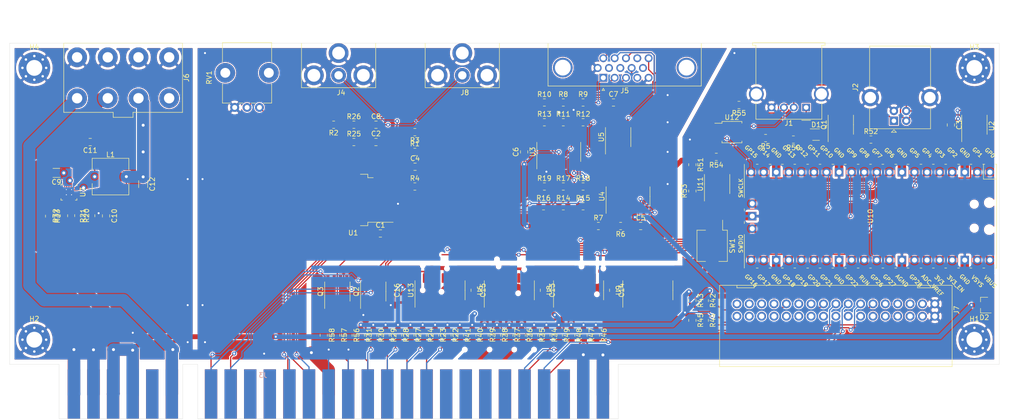
<source format=kicad_pcb>
(kicad_pcb (version 20171130) (host pcbnew 5.1.9-1.fc33)
  (layers (0 F.Cu signal) (31 B.Cu signal) (34 B.Paste user) (35 F.Paste user) (36 B.SilkS user) (37 F.SilkS user) (38 B.Mask user) (39 F.Mask user) (44 Edge.Cuts user))
  (net 0 "")
  (net 1 GND)
  (net 2 +12V)
  (net 3 "Net-(C2-Pad2)")
  (net 4 "Net-(C2-Pad1)")
  (net 5 +5V)
  (net 6 "Net-(C4-Pad1)")
  (net 7 "Net-(C7-Pad1)")
  (net 8 "Net-(C8-Pad2)")
  (net 9 "Net-(C8-Pad1)")
  (net 10 +3V3)
  (net 11 "Net-(D2-Pad2)")
  (net 12 "Net-(D2-Pad1)")
  (net 13 "Net-(J1-Pad1)")
  (net 14 "Net-(J1-Pad2)")
  (net 15 "Net-(J1-Pad3)")
  (net 16 "Net-(J2-Pad1)")
  (net 17 /p2_4)
  (net 18 /p2start)
  (net 19 /lockout1)
  (net 20 /p2up)
  (net 21 /jamma_green)
  (net 22 /p2right)
  (net 23 /jamma_sync)
  (net 24 /p2left)
  (net 25 -5V)
  (net 26 /c2)
  (net 27 /p2down)
  (net 28 /p2_3)
  (net 29 /meter1)
  (net 30 /p2_1)
  (net 31 "Net-(J3-PadM)")
  (net 32 /p2_2)
  (net 33 /p1_4)
  (net 34 /p1_3)
  (net 35 /p1_2)
  (net 36 /p1_1)
  (net 37 /p1right)
  (net 38 /p1left)
  (net 39 /p1down)
  (net 40 /p1up)
  (net 41 /p1start)
  (net 42 /c1)
  (net 43 /jamma_blue)
  (net 44 /jamma_red)
  (net 45 "Net-(J3-Pad11)")
  (net 46 /speaker+)
  (net 47 /lockout2)
  (net 48 /meter2)
  (net 49 "Net-(J5-Pad15)")
  (net 50 "Net-(J5-Pad14)")
  (net 51 /vga_hsync)
  (net 52 "Net-(J5-Pad12)")
  (net 53 /vga_vsync)
  (net 54 "Net-(J5-Pad4)")
  (net 55 /vga_blue)
  (net 56 /vga_green)
  (net 57 /vga_red)
  (net 58 "Net-(J6-Pad1)")
  (net 59 "Net-(J7-Pad1)")
  (net 60 "Net-(J7-Pad2)")
  (net 61 "Net-(J7-Pad3)")
  (net 62 "Net-(J7-Pad4)")
  (net 63 "Net-(J7-Pad5)")
  (net 64 "Net-(J7-Pad6)")
  (net 65 "Net-(J7-Pad7)")
  (net 66 "Net-(J7-Pad8)")
  (net 67 /p2_6)
  (net 68 "Net-(J7-Pad10)")
  (net 69 "Net-(J7-Pad11)")
  (net 70 "Net-(J7-Pad12)")
  (net 71 "Net-(J7-Pad13)")
  (net 72 "Net-(J7-Pad14)")
  (net 73 /p1_6)
  (net 74 "Net-(J7-Pad16)")
  (net 75 /p1_5)
  (net 76 "Net-(J7-Pad18)")
  (net 77 "Net-(J7-Pad20)")
  (net 78 "Net-(J7-Pad22)")
  (net 79 /p2_5)
  (net 80 "Net-(J7-Pad24)")
  (net 81 "Net-(J7-Pad25)")
  (net 82 "Net-(J7-Pad26)")
  (net 83 "Net-(J7-Pad27)")
  (net 84 "Net-(J7-Pad28)")
  (net 85 "Net-(J7-Pad29)")
  (net 86 "Net-(J7-Pad30)")
  (net 87 "Net-(J7-Pad31)")
  (net 88 "Net-(J7-Pad32)")
  (net 89 /lockout1_ctl)
  (net 90 /meter1_ctl)
  (net 91 /lockout2_ctl)
  (net 92 /meter2_ctl)
  (net 93 /speaker-)
  (net 94 "Net-(R1-Pad1)")
  (net 95 "Net-(R2-Pad2)")
  (net 96 "Net-(R2-Pad1)")
  (net 97 "Net-(R11-Pad2)")
  (net 98 "Net-(R12-Pad2)")
  (net 99 "Net-(R13-Pad2)")
  (net 100 "Net-(R14-Pad1)")
  (net 101 "Net-(R15-Pad1)")
  (net 102 "Net-(R16-Pad1)")
  (net 103 "Net-(R25-Pad1)")
  (net 104 "Net-(SW1-Pad4)")
  (net 105 "Net-(SW1-Pad3)")
  (net 106 /jvs_tx)
  (net 107 /jvs_de)
  (net 108 /jvs_re)
  (net 109 /jvs_rx)
  (net 110 "Net-(U4-Pad3)")
  (net 111 /sr_clr)
  (net 112 /sr_clk)
  (net 113 /sr_data)
  (net 114 "Net-(U10-Pad43)")
  (net 115 "Net-(U10-Pad41)")
  (net 116 "Net-(U10-Pad24)")
  (net 117 "Net-(U10-Pad25)")
  (net 118 "Net-(U10-Pad26)")
  (net 119 "Net-(U10-Pad27)")
  (net 120 "Net-(U10-Pad29)")
  (net 121 "Net-(U10-Pad30)")
  (net 122 "Net-(U10-Pad32)")
  (net 123 "Net-(U10-Pad34)")
  (net 124 "Net-(U10-Pad35)")
  (net 125 "Net-(U10-Pad37)")
  (net 126 "Net-(U10-Pad40)")
  (net 127 "Net-(C10-Pad1)")
  (net 128 "Net-(C11-Pad2)")
  (net 129 +3.3VP)
  (net 130 "Net-(R32-Pad2)")
  (net 131 "Net-(R20-Pad2)")
  (net 132 "Net-(U7-Pad11)")
  (net 133 "Net-(U7-Pad9)")
  (net 134 /SW)
  (net 135 "Net-(D1-Pad6)")
  (net 136 "Net-(D1-Pad2)")
  (net 137 "Net-(D1-Pad3)")
  (net 138 "Net-(D1-Pad1)")
  (net 139 "Net-(J3-Padd)")
  (net 140 "Net-(J3-Pad26)")
  (net 141 /sense_2.5v)
  (net 142 /sense_0v)
  (net 143 "Net-(R5-Pad2)")
  (net 144 "Net-(R53-Pad1)")
  (net 145 /sense_in)
  (net 146 "Net-(R55-Pad2)")
  (net 147 "Net-(U4-Pad6)")
  (net 148 /termination)
  (net 149 "Net-(U11-Pad8)")
  (net 150 "Net-(U11-Pad5)")
  (net 151 "Net-(U11-Pad1)")
  (net 152 "Net-(U10-Pad16)")
  (net 153 "Net-(U10-Pad15)")
  (net 154 /service)
  (net 155 /tilt)
  (net 156 /test)
  (net 157 "Net-(U13-Pad9)")
  (net 158 "Net-(U6-Pad9)")
  (net 159 "Net-(U6-Pad7)")
  (net 160 "Net-(U8-Pad9)")
  (net 161 "Net-(U8-Pad7)")
  (net 162 "Net-(U9-Pad7)")
  (net 163 "Net-(U13-Pad7)")
  (module Package_SO:SOIC-16_3.9x9.9mm_P1.27mm (layer F.Cu) (at 201 132 90)
    (fp_text reference U9 (at 0 -5.9 90) (layer F.SilkS))
    (fp_text value 74LS165)
    (pad 16 smd roundrect (at 2.475 -4.445 90) (size 1.95 0.6) (layers F.Cu F.Paste F.Mask) (net 10 +3V3))
    (pad 15 smd roundrect (at 2.475 -3.175 90) (size 1.95 0.6) (layers F.Cu F.Paste F.Mask) (net 1 GND))
    (pad 14 smd roundrect (at 2.475 -1.905 90) (size 1.95 0.6) (layers F.Cu F.Paste F.Mask) (net 17 /p2_4))
    (pad 13 smd roundrect (at 2.475 -0.635 90) (size 1.95 0.6) (layers F.Cu F.Paste F.Mask) (net 33 /p1_4))
    (pad 12 smd roundrect (at 2.475 0.635 90) (size 1.95 0.6) (layers F.Cu F.Paste F.Mask) (net 28 /p2_3))
    (pad 11 smd roundrect (at 2.475 1.905 90) (size 1.95 0.6) (layers F.Cu F.Paste F.Mask) (net 34 /p1_3))
    (pad 10 smd roundrect (at 2.475 3.175 90) (size 1.95 0.6) (layers F.Cu F.Paste F.Mask) (net 160 "Net-(U8-Pad9)"))
    (pad 9 smd roundrect (at 2.475 4.445 90) (size 1.95 0.6) (layers F.Cu F.Paste F.Mask) (net 113 /sr_data))
    (pad 8 smd roundrect (at -2.475 4.445 90) (size 1.95 0.6) (layers F.Cu F.Paste F.Mask) (net 1 GND))
    (pad 7 smd roundrect (at -2.475 3.175 90) (size 1.95 0.6) (layers F.Cu F.Paste F.Mask) (net 162 "Net-(U9-Pad7)"))
    (pad 6 smd roundrect (at -2.475 1.905 90) (size 1.95 0.6) (layers F.Cu F.Paste F.Mask) (net 67 /p2_6))
    (pad 5 smd roundrect (at -2.475 0.635 90) (size 1.95 0.6) (layers F.Cu F.Paste F.Mask) (net 73 /p1_6))
    (pad 4 smd roundrect (at -2.475 -0.635 90) (size 1.95 0.6) (layers F.Cu F.Paste F.Mask) (net 79 /p2_5))
    (pad 3 smd roundrect (at -2.475 -1.905 90) (size 1.95 0.6) (layers F.Cu F.Paste F.Mask) (net 75 /p1_5))
    (pad 2 smd roundrect (at -2.475 -3.175 90) (size 1.95 0.6) (layers F.Cu F.Paste F.Mask) (net 112 /sr_clk))
    (pad 1 smd roundrect (at -2.475 -4.445 90) (size 1.95 0.6) (layers F.Cu F.Paste F.Mask) (net 111 /sr_clr))
  )
  (module Package_SO:SOIC-16_3.9x9.9mm_P1.27mm (layer F.Cu) (at 159 132 90)
    (fp_text reference U13 (at 0 -5.9 90) (layer F.SilkS))
    (fp_text value 74LS165)
    (pad 16 smd roundrect (at 2.475 -4.445 90) (size 1.95 0.6) (layers F.Cu F.Paste F.Mask) (net 10 +3V3))
    (pad 15 smd roundrect (at 2.475 -3.175 90) (size 1.95 0.6) (layers F.Cu F.Paste F.Mask) (net 1 GND))
    (pad 14 smd roundrect (at 2.475 -1.905 90) (size 1.95 0.6) (layers F.Cu F.Paste F.Mask) (net 10 +3V3))
    (pad 13 smd roundrect (at 2.475 -0.635 90) (size 1.95 0.6) (layers F.Cu F.Paste F.Mask) (net 155 /tilt))
    (pad 12 smd roundrect (at 2.475 0.635 90) (size 1.95 0.6) (layers F.Cu F.Paste F.Mask) (net 156 /test))
    (pad 11 smd roundrect (at 2.475 1.905 90) (size 1.95 0.6) (layers F.Cu F.Paste F.Mask) (net 154 /service))
    (pad 10 smd roundrect (at 2.475 3.175 90) (size 1.95 0.6) (layers F.Cu F.Paste F.Mask) (net 1 GND))
    (pad 9 smd roundrect (at 2.475 4.445 90) (size 1.95 0.6) (layers F.Cu F.Paste F.Mask) (net 157 "Net-(U13-Pad9)"))
    (pad 8 smd roundrect (at -2.475 4.445 90) (size 1.95 0.6) (layers F.Cu F.Paste F.Mask) (net 1 GND))
    (pad 7 smd roundrect (at -2.475 3.175 90) (size 1.95 0.6) (layers F.Cu F.Paste F.Mask) (net 163 "Net-(U13-Pad7)"))
    (pad 6 smd roundrect (at -2.475 1.905 90) (size 1.95 0.6) (layers F.Cu F.Paste F.Mask) (net 10 +3V3))
    (pad 5 smd roundrect (at -2.475 0.635 90) (size 1.95 0.6) (layers F.Cu F.Paste F.Mask) (net 10 +3V3))
    (pad 4 smd roundrect (at -2.475 -0.635 90) (size 1.95 0.6) (layers F.Cu F.Paste F.Mask) (net 10 +3V3))
    (pad 3 smd roundrect (at -2.475 -1.905 90) (size 1.95 0.6) (layers F.Cu F.Paste F.Mask) (net 10 +3V3))
    (pad 2 smd roundrect (at -2.475 -3.175 90) (size 1.95 0.6) (layers F.Cu F.Paste F.Mask) (net 112 /sr_clk))
    (pad 1 smd roundrect (at -2.475 -4.445 90) (size 1.95 0.6) (layers F.Cu F.Paste F.Mask) (net 111 /sr_clr))
  )
  (module Resistor_SMD:R_0805_2012Metric (layer F.Cu) (at 135.5 141.0875 270)
    (fp_text reference R58 (at 0 -1.65 90) (layer F.SilkS))
    (fp_text value 10k)
    (pad 2 smd roundrect (at 0.9125 0 270) (size 1.025 1.4) (layers F.Cu F.Paste F.Mask) (roundrect_rratio 0.243902) (net 154 /service))
    (pad 1 smd roundrect (at -0.9125 0 270) (size 1.025 1.4) (layers F.Cu F.Paste F.Mask) (roundrect_rratio 0.243902) (net 10 +3V3))
  )
  (module Resistor_SMD:R_0805_2012Metric (layer F.Cu) (at 138 141.0875 270)
    (fp_text reference R57 (at 0 -1.65 90) (layer F.SilkS))
    (fp_text value 10k)
    (pad 2 smd roundrect (at 0.9125 0 270) (size 1.025 1.4) (layers F.Cu F.Paste F.Mask) (roundrect_rratio 0.243902) (net 156 /test))
    (pad 1 smd roundrect (at -0.9125 0 270) (size 1.025 1.4) (layers F.Cu F.Paste F.Mask) (roundrect_rratio 0.243902) (net 10 +3V3))
  )
  (module Resistor_SMD:R_0805_2012Metric (layer F.Cu) (at 140.5 141.0875 270)
    (fp_text reference R56 (at 0 -1.65 90) (layer F.SilkS))
    (fp_text value 10k)
    (pad 2 smd roundrect (at 0.9125 0 270) (size 1.025 1.4) (layers F.Cu F.Paste F.Mask) (roundrect_rratio 0.243902) (net 155 /tilt))
    (pad 1 smd roundrect (at -0.9125 0 270) (size 1.025 1.4) (layers F.Cu F.Paste F.Mask) (roundrect_rratio 0.243902) (net 10 +3V3))
  )
  (module Capacitor_SMD:C_0805_2012Metric (layer F.Cu) (at 152 132 90)
    (fp_text reference C16 (at 0 -1.68 90) (layer F.SilkS))
    (fp_text value 0.1uF)
    (pad 2 smd roundrect (at 0.95 0 90) (size 1 1.45) (layers F.Cu F.Paste F.Mask) (net 1 GND))
    (pad 1 smd roundrect (at -0.95 0 90) (size 1 1.45) (layers F.Cu F.Paste F.Mask) (net 10 +3V3))
  )
  (module td-io:JAMMA (layer F.Cu) (at 138.46 153)
    (fp_text reference J3 (at -15.24 -3.81) (layer B.SilkS) (effects (justify mirror)))
    (fp_text value JAMMA_Edge)
    (pad D smd rect (at -41.58 0) (size 2.5 10) (layers B.Cu B.Mask) (net 5 +5V))
    (pad F smd rect (at -33.66 0) (size 2.5 10) (layers B.Cu B.Mask) (net 2 +12V))
    (pad L smd rect (at -17.82 0) (size 2.5 10) (layers B.Cu B.Mask) (net 93 /speaker-))
    (pad c smd rect (at 41.58 0) (size 2.5 10) (layers B.Cu B.Mask) (net 17 /p2_4))
    (pad U smd rect (at 9.9 0) (size 2.5 10) (layers B.Cu B.Mask) (net 18 /p2start))
    (pad R smd rect (at -1.98 0) (size 2.5 10) (layers B.Cu B.Mask) (net 154 /service))
    (pad S smd rect (at 1.98 0) (size 2.5 10) (layers B.Cu B.Mask) (net 155 /tilt))
    (pad e smd rect (at 49.5 0) (size 2.5 10) (layers B.Cu B.Mask) (net 1 GND))
    (pad d smd rect (at 45.54 0) (size 2.5 10) (layers B.Cu B.Mask) (net 139 "Net-(J3-Padd)"))
    (pad K smd rect (at -21.78 0) (size 2.5 10) (layers B.Cu B.Mask) (net 19 /lockout1))
    (pad V smd rect (at 13.86 0) (size 2.5 10) (layers B.Cu B.Mask) (net 20 /p2up))
    (pad N smd rect (at -9.9 0) (size 2.5 10) (layers B.Cu B.Mask) (net 21 /jamma_green))
    (pad Y smd rect (at 25.74 0) (size 2.5 10) (layers B.Cu B.Mask) (net 22 /p2right))
    (pad P smd rect (at -5.94 0) (size 2.5 10) (layers B.Cu B.Mask) (net 23 /jamma_sync))
    (pad X smd rect (at 21.78 0) (size 2.5 10) (layers B.Cu B.Mask) (net 24 /p2left))
    (pad E smd rect (at -37.62 0) (size 2.5 10) (layers B.Cu B.Mask) (net 25 -5V))
    (pad T smd rect (at 5.94 0) (size 2.5 10) (layers B.Cu B.Mask) (net 26 /c2))
    (pad W smd rect (at 17.82 0) (size 2.5 10) (layers B.Cu B.Mask) (net 27 /p2down))
    (pad f smd rect (at 53.46 0) (size 2.5 10) (layers B.Cu B.Mask) (net 1 GND))
    (pad b smd rect (at 37.62 0) (size 2.5 10) (layers B.Cu B.Mask) (net 28 /p2_3))
    (pad J smd rect (at -25.74 0) (size 2.5 10) (layers B.Cu B.Mask) (net 29 /meter1))
    (pad B smd rect (at -49.5 0) (size 2.5 10) (layers B.Cu B.Mask) (net 1 GND))
    (pad Z smd rect (at 29.7 0) (size 2.5 10) (layers B.Cu B.Mask) (net 30 /p2_1))
    (pad M smd rect (at -13.86 0) (size 2.5 10) (layers B.Cu B.Mask) (net 31 "Net-(J3-PadM)"))
    (pad A smd rect (at -53.46 0) (size 2.5 10) (layers B.Cu B.Mask) (net 1 GND))
    (pad a smd rect (at 33.66 0) (size 2.5 10) (layers B.Cu B.Mask) (net 32 /p2_2))
    (pad C smd rect (at -45.54 0) (size 2.5 10) (layers B.Cu B.Mask) (net 5 +5V))
    (pad 28 smd rect (at 53.46 0) (size 2.5 10) (layers F.Cu F.Mask) (net 1 GND))
    (pad 27 smd rect (at 49.5 0) (size 2.5 10) (layers F.Cu F.Mask) (net 1 GND))
    (pad 26 smd rect (at 45.54 0) (size 2.5 10) (layers F.Cu F.Mask) (net 140 "Net-(J3-Pad26)"))
    (pad 25 smd rect (at 41.58 0) (size 2.5 10) (layers F.Cu F.Mask) (net 33 /p1_4))
    (pad 24 smd rect (at 37.62 0) (size 2.5 10) (layers F.Cu F.Mask) (net 34 /p1_3))
    (pad 23 smd rect (at 33.66 0) (size 2.5 10) (layers F.Cu F.Mask) (net 35 /p1_2))
    (pad 22 smd rect (at 29.7 0) (size 2.5 10) (layers F.Cu F.Mask) (net 36 /p1_1))
    (pad 21 smd rect (at 25.74 0) (size 2.5 10) (layers F.Cu F.Mask) (net 37 /p1right))
    (pad 20 smd rect (at 21.78 0) (size 2.5 10) (layers F.Cu F.Mask) (net 38 /p1left))
    (pad 19 smd rect (at 17.82 0) (size 2.5 10) (layers F.Cu F.Mask) (net 39 /p1down))
    (pad 18 smd rect (at 13.86 0) (size 2.5 10) (layers F.Cu F.Mask) (net 40 /p1up))
    (pad 17 smd rect (at 9.9 0) (size 2.5 10) (layers F.Cu F.Mask) (net 41 /p1start))
    (pad 16 smd rect (at 5.94 0) (size 2.5 10) (layers F.Cu F.Mask) (net 42 /c1))
    (pad 15 smd rect (at 1.98 0) (size 2.5 10) (layers F.Cu F.Mask) (net 156 /test))
    (pad 14 smd rect (at -1.98 0) (size 2.5 10) (layers F.Cu F.Mask) (net 1 GND))
    (pad 13 smd rect (at -5.94 0) (size 2.5 10) (layers F.Cu F.Mask) (net 43 /jamma_blue))
    (pad 12 smd rect (at -9.9 0) (size 2.5 10) (layers F.Cu F.Mask) (net 44 /jamma_red))
    (pad 11 smd rect (at -13.86 0) (size 2.5 10) (layers F.Cu F.Mask) (net 45 "Net-(J3-Pad11)"))
    (pad 10 smd rect (at -17.82 0) (size 2.5 10) (layers F.Cu F.Mask) (net 46 /speaker+))
    (pad 9 smd rect (at -21.78 0) (size 2.5 10) (layers F.Cu F.Mask) (net 47 /lockout2))
    (pad 8 smd rect (at -25.74 0) (size 2.5 10) (layers F.Cu F.Mask) (net 48 /meter2))
    (pad 6 smd rect (at -33.66 0) (size 2.5 10) (layers F.Cu F.Mask) (net 2 +12V))
    (pad 5 smd rect (at -37.62 0) (size 2.5 10) (layers F.Cu F.Mask) (net 25 -5V))
    (pad 4 smd rect (at -41.58 0) (size 2.5 10) (layers F.Cu F.Mask) (net 5 +5V))
    (pad 3 smd rect (at -45.54 0) (size 2.5 10) (layers F.Cu F.Mask) (net 5 +5V))
    (pad 2 smd rect (at -49.5 0) (size 2.5 10) (layers F.Cu F.Mask) (net 1 GND))
    (pad 1 smd rect (at -53.46 0) (size 2.5 10) (layers F.Cu F.Mask) (net 1 GND))
  )
  (module Potentiometer_THT:Potentiometer_Bourns_PTV09A-1_Single_Vertical (layer F.Cu) (at 122.5 95 90)
    (fp_text reference RV1 (at 6.05 -10.15 90) (layer F.SilkS))
    (fp_text value "10k Audio")
    (pad "" np_thru_hole circle (at 7 1.9 90) (size 4 4) (drill 2) (layers *.Cu *.Mask))
    (pad "" np_thru_hole circle (at 7 -6.9 90) (size 4 4) (drill 2) (layers *.Cu *.Mask))
    (pad 1 thru_hole circle (at 0 0 90) (size 1.8 1.8) (drill 1) (layers *.Cu *.Mask) (net 103 "Net-(R25-Pad1)"))
    (pad 2 thru_hole circle (at 0 -2.5 90) (size 1.8 1.8) (drill 1) (layers *.Cu *.Mask) (net 95 "Net-(R2-Pad2)"))
    (pad 3 thru_hole circle (at 0 -5 90) (size 1.8 1.8) (drill 1) (layers *.Cu *.Mask) (net 1 GND))
  )
  (module Package_SO:SOP-4_3.8x4.1mm_P2.54mm (layer F.Cu) (at 218 100)
    (fp_text reference U12 (at 0 -3) (layer F.SilkS))
    (fp_text value CPC1017N)
    (pad 4 smd roundrect (at 2.75 -1.27) (size 1.45 0.55) (layers F.Cu F.Paste F.Mask) (net 14 "Net-(J1-Pad2)"))
    (pad 3 smd roundrect (at 2.75 1.27) (size 1.45 0.55) (layers F.Cu F.Paste F.Mask) (net 143 "Net-(R5-Pad2)"))
    (pad 2 smd roundrect (at -2.75 1.27) (size 1.45 0.55) (layers F.Cu F.Paste F.Mask) (net 148 /termination))
    (pad 1 smd roundrect (at -2.75 -1.27) (size 1.45 0.55) (layers F.Cu F.Paste F.Mask) (net 146 "Net-(R55-Pad2)"))
  )
  (module Package_SO:SOIC-8_3.9x4.9mm_P1.27mm (layer F.Cu) (at 215 110.5 90)
    (fp_text reference U11 (at 0 -3.4 90) (layer F.SilkS))
    (fp_text value TL081)
    (pad 8 smd roundrect (at 2.475 -1.905 90) (size 1.95 0.6) (layers F.Cu F.Paste F.Mask) (net 149 "Net-(U11-Pad8)"))
    (pad 7 smd roundrect (at 2.475 -0.635 90) (size 1.95 0.6) (layers F.Cu F.Paste F.Mask) (net 5 +5V))
    (pad 6 smd roundrect (at 2.475 0.635 90) (size 1.95 0.6) (layers F.Cu F.Paste F.Mask) (net 145 /sense_in))
    (pad 5 smd roundrect (at 2.475 1.905 90) (size 1.95 0.6) (layers F.Cu F.Paste F.Mask) (net 150 "Net-(U11-Pad5)"))
    (pad 4 smd roundrect (at -2.475 1.905 90) (size 1.95 0.6) (layers F.Cu F.Paste F.Mask) (net 1 GND))
    (pad 3 smd roundrect (at -2.475 0.635 90) (size 1.95 0.6) (layers F.Cu F.Paste F.Mask) (net 1 GND))
    (pad 2 smd roundrect (at -2.475 -0.635 90) (size 1.95 0.6) (layers F.Cu F.Paste F.Mask) (net 144 "Net-(R53-Pad1)"))
    (pad 1 smd roundrect (at -2.475 -1.905 90) (size 1.95 0.6) (layers F.Cu F.Paste F.Mask) (net 151 "Net-(U11-Pad1)"))
  )
  (module Package_SO:SOIC-8_3.9x4.9mm_P1.27mm (layer F.Cu) (at 267 98.5 90)
    (fp_text reference U2 (at -0.25 3.5 90) (layer F.SilkS))
    (fp_text value SP3481CN)
    (pad 8 smd roundrect (at 2.475 -1.905 90) (size 1.95 0.6) (layers F.Cu F.Paste F.Mask) (net 10 +3V3))
    (pad 7 smd roundrect (at 2.475 -0.635 90) (size 1.95 0.6) (layers F.Cu F.Paste F.Mask) (net 15 "Net-(J1-Pad3)"))
    (pad 6 smd roundrect (at 2.475 0.635 90) (size 1.95 0.6) (layers F.Cu F.Paste F.Mask) (net 14 "Net-(J1-Pad2)"))
    (pad 5 smd roundrect (at 2.475 1.905 90) (size 1.95 0.6) (layers F.Cu F.Paste F.Mask) (net 1 GND))
    (pad 4 smd roundrect (at -2.475 1.905 90) (size 1.95 0.6) (layers F.Cu F.Paste F.Mask) (net 106 /jvs_tx))
    (pad 3 smd roundrect (at -2.475 0.635 90) (size 1.95 0.6) (layers F.Cu F.Paste F.Mask) (net 107 /jvs_de))
    (pad 2 smd roundrect (at -2.475 -0.635 90) (size 1.95 0.6) (layers F.Cu F.Paste F.Mask) (net 108 /jvs_re))
    (pad 1 smd roundrect (at -2.475 -1.905 90) (size 1.95 0.6) (layers F.Cu F.Paste F.Mask) (net 109 /jvs_rx))
  )
  (module Package_TO_SOT_SMD:TO-263-9_TabPin5 (layer F.Cu) (at 141.45 113.725 180)
    (fp_text reference U1 (at 0 -6.65) (layer F.SilkS))
    (fp_text value LM4950TS)
    (pad 9 smd rect (at -5.775 3.88 180) (size 4.6 0.61) (layers F.Cu F.Paste F.Mask) (net 94 "Net-(R1-Pad1)"))
    (pad 8 smd rect (at -5.775 2.91 180) (size 4.6 0.61) (layers F.Cu F.Paste F.Mask) (net 6 "Net-(C4-Pad1)"))
    (pad 7 smd rect (at -5.775 1.94 180) (size 4.6 0.61) (layers F.Cu F.Paste F.Mask) (net 93 /speaker-))
    (pad 6 smd rect (at -5.775 0.97 180) (size 4.6 0.61) (layers F.Cu F.Paste F.Mask) (net 2 +12V))
    (pad 5 smd rect (at -5.775 0 180) (size 4.6 0.61) (layers F.Cu F.Paste F.Mask) (net 1 GND))
    (pad 4 smd rect (at -5.775 -0.97 180) (size 4.6 0.61) (layers F.Cu F.Paste F.Mask) (net 1 GND))
    (pad 3 smd rect (at -5.775 -1.94 180) (size 4.6 0.61) (layers F.Cu F.Paste F.Mask) (net 46 /speaker+))
    (pad 2 smd rect (at -5.775 -2.91 180) (size 4.6 0.61) (layers F.Cu F.Paste F.Mask) (net 2 +12V))
    (pad 1 smd rect (at -5.775 -3.88 180) (size 4.6 0.61) (layers F.Cu F.Paste F.Mask) (net 96 "Net-(R2-Pad1)"))
    (pad 5 smd rect (at 3.375 0 180) (size 9.4 10.8) (layers F.Cu F.Mask) (net 1 GND))
  )
  (module Resistor_SMD:R_0805_2012Metric (layer F.Cu) (at 219.4125 94.5 180)
    (fp_text reference R55 (at 0 -1.65) (layer F.SilkS))
    (fp_text value R)
    (pad 2 smd roundrect (at 0.9125 0 180) (size 1.025 1.4) (layers F.Cu F.Paste F.Mask) (roundrect_rratio 0.243902) (net 146 "Net-(R55-Pad2)"))
    (pad 1 smd roundrect (at -0.9125 0 180) (size 1.025 1.4) (layers F.Cu F.Paste F.Mask) (roundrect_rratio 0.243902) (net 15 "Net-(J1-Pad3)"))
  )
  (module Resistor_SMD:R_0805_2012Metric (layer F.Cu) (at 214.8375 105 180)
    (fp_text reference R54 (at 0 -1.65) (layer F.SilkS))
    (fp_text value 10k)
    (pad 2 smd roundrect (at 0.9125 0 180) (size 1.025 1.4) (layers F.Cu F.Paste F.Mask) (roundrect_rratio 0.243902) (net 144 "Net-(R53-Pad1)"))
    (pad 1 smd roundrect (at -0.9125 0 180) (size 1.025 1.4) (layers F.Cu F.Paste F.Mask) (roundrect_rratio 0.243902) (net 145 /sense_in))
  )
  (module Resistor_SMD:R_0805_2012Metric (layer F.Cu) (at 210 111.9125 90)
    (fp_text reference R53 (at 0 -1.65 90) (layer F.SilkS))
    (fp_text value 20k)
    (pad 2 smd roundrect (at 0.9125 0 90) (size 1.025 1.4) (layers F.Cu F.Paste F.Mask) (roundrect_rratio 0.243902) (net 13 "Net-(J1-Pad1)"))
    (pad 1 smd roundrect (at -0.9125 0 90) (size 1.025 1.4) (layers F.Cu F.Paste F.Mask) (roundrect_rratio 0.243902) (net 144 "Net-(R53-Pad1)"))
  )
  (module Resistor_SMD:R_0805_2012Metric (layer F.Cu) (at 246.0875 101.5)
    (fp_text reference R52 (at 0 -1.65) (layer F.SilkS))
    (fp_text value 10k)
    (pad 2 smd roundrect (at 0.9125 0) (size 1.025 1.4) (layers F.Cu F.Paste F.Mask) (roundrect_rratio 0.243902) (net 1 GND))
    (pad 1 smd roundrect (at -0.9125 0) (size 1.025 1.4) (layers F.Cu F.Paste F.Mask) (roundrect_rratio 0.243902) (net 141 /sense_2.5v))
  )
  (module Resistor_SMD:R_0805_2012Metric (layer F.Cu) (at 210 106.5875 270)
    (fp_text reference R51 (at 0 -1.65 90) (layer F.SilkS))
    (fp_text value 10k)
    (pad 2 smd roundrect (at 0.9125 0 270) (size 1.025 1.4) (layers F.Cu F.Paste F.Mask) (roundrect_rratio 0.243902) (net 13 "Net-(J1-Pad1)"))
    (pad 1 smd roundrect (at -0.9125 0 270) (size 1.025 1.4) (layers F.Cu F.Paste F.Mask) (roundrect_rratio 0.243902) (net 5 +5V))
  )
  (module Resistor_SMD:R_0805_2012Metric (layer F.Cu) (at 230.4125 101.5 180)
    (fp_text reference R50 (at 0 -1.65) (layer F.SilkS))
    (fp_text value 10k)
    (pad 2 smd roundrect (at 0.9125 0 180) (size 1.025 1.4) (layers F.Cu F.Paste F.Mask) (roundrect_rratio 0.243902) (net 1 GND))
    (pad 1 smd roundrect (at -0.9125 0 180) (size 1.025 1.4) (layers F.Cu F.Paste F.Mask) (roundrect_rratio 0.243902) (net 142 /sense_0v))
  )
  (module Package_SO:SOIC-8_3.9x4.9mm_P1.27mm (layer F.Cu) (at 240 98.5 90)
    (fp_text reference Q1 (at 0 -3.4 90) (layer F.SilkS))
    (fp_text value FDS6930B)
    (pad 8 smd roundrect (at 2.475 -1.905 90) (size 1.95 0.6) (layers F.Cu F.Paste F.Mask) (net 16 "Net-(J2-Pad1)"))
    (pad 7 smd roundrect (at 2.475 -0.635 90) (size 1.95 0.6) (layers F.Cu F.Paste F.Mask) (net 16 "Net-(J2-Pad1)"))
    (pad 6 smd roundrect (at 2.475 0.635 90) (size 1.95 0.6) (layers F.Cu F.Paste F.Mask) (net 16 "Net-(J2-Pad1)"))
    (pad 5 smd roundrect (at 2.475 1.905 90) (size 1.95 0.6) (layers F.Cu F.Paste F.Mask) (net 16 "Net-(J2-Pad1)"))
    (pad 4 smd roundrect (at -2.475 1.905 90) (size 1.95 0.6) (layers F.Cu F.Paste F.Mask) (net 141 /sense_2.5v))
    (pad 3 smd roundrect (at -2.475 0.635 90) (size 1.95 0.6) (layers F.Cu F.Paste F.Mask) (net 138 "Net-(D1-Pad1)"))
    (pad 2 smd roundrect (at -2.475 -0.635 90) (size 1.95 0.6) (layers F.Cu F.Paste F.Mask) (net 142 /sense_0v))
    (pad 1 smd roundrect (at -2.475 -1.905 90) (size 1.95 0.6) (layers F.Cu F.Paste F.Mask) (net 1 GND))
  )
  (module Package_TO_SOT_SMD:SOT-363_SC-70-6 (layer F.Cu) (at 235 100.5)
    (fp_text reference D1 (at 0 -2) (layer F.SilkS))
    (fp_text value BAV99S)
    (pad 6 smd rect (at 0.95 -0.65) (size 0.65 0.4) (layers F.Cu F.Paste F.Mask) (net 135 "Net-(D1-Pad6)"))
    (pad 4 smd rect (at 0.95 0.65) (size 0.65 0.4) (layers F.Cu F.Paste F.Mask) (net 136 "Net-(D1-Pad2)"))
    (pad 2 smd rect (at -0.95 0) (size 0.65 0.4) (layers F.Cu F.Paste F.Mask) (net 136 "Net-(D1-Pad2)"))
    (pad 5 smd rect (at 0.95 0) (size 0.65 0.4) (layers F.Cu F.Paste F.Mask) (net 1 GND))
    (pad 3 smd rect (at -0.95 0.65) (size 0.65 0.4) (layers F.Cu F.Paste F.Mask) (net 137 "Net-(D1-Pad3)"))
    (pad 1 smd rect (at -0.95 -0.65) (size 0.65 0.4) (layers F.Cu F.Paste F.Mask) (net 138 "Net-(D1-Pad1)"))
  )
  (module Capacitor_SMD:C_0805_2012Metric (layer F.Cu) (at 166 132 270)
    (fp_text reference C15 (at 0 -1.68 90) (layer F.SilkS))
    (fp_text value 0.1uF)
    (pad 2 smd roundrect (at 0.95 0 270) (size 1 1.45) (layers F.Cu F.Paste F.Mask) (net 1 GND))
    (pad 1 smd roundrect (at -0.95 0 270) (size 1 1.45) (layers F.Cu F.Paste F.Mask) (net 10 +3V3))
  )
  (module Capacitor_SMD:C_0805_2012Metric (layer F.Cu) (at 194 132 270)
    (fp_text reference C14 (at 0 -1.68 90) (layer F.SilkS))
    (fp_text value 0.1uF)
    (pad 2 smd roundrect (at 0.95 0 270) (size 1 1.45) (layers F.Cu F.Paste F.Mask) (net 1 GND))
    (pad 1 smd roundrect (at -0.95 0 270) (size 1 1.45) (layers F.Cu F.Paste F.Mask) (net 10 +3V3))
  )
  (module Capacitor_SMD:C_0805_2012Metric (layer F.Cu) (at 180 132 270)
    (fp_text reference C13 (at 0 -1.68 90) (layer F.SilkS))
    (fp_text value 0.1uF)
    (pad 2 smd roundrect (at 0.95 0 270) (size 1 1.45) (layers F.Cu F.Paste F.Mask) (net 1 GND))
    (pad 1 smd roundrect (at -0.95 0 270) (size 1 1.45) (layers F.Cu F.Paste F.Mask) (net 10 +3V3))
  )
  (module MountingHole:MountingHole_3.2mm_M3_Pad_Via (layer F.Cu) (at 77 87)
    (fp_text reference H4 (at 0 -4.2) (layer F.SilkS))
    (fp_text value MountingHole_Pad)
    (pad 1 thru_hole circle (at 1.697056 -1.697056) (size 0.8 0.8) (drill 0.5) (layers *.Cu *.Mask) (net 1 GND))
    (pad 1 thru_hole circle (at 0 -2.4) (size 0.8 0.8) (drill 0.5) (layers *.Cu *.Mask) (net 1 GND))
    (pad 1 thru_hole circle (at -1.697056 -1.697056) (size 0.8 0.8) (drill 0.5) (layers *.Cu *.Mask) (net 1 GND))
    (pad 1 thru_hole circle (at -2.4 0) (size 0.8 0.8) (drill 0.5) (layers *.Cu *.Mask) (net 1 GND))
    (pad 1 thru_hole circle (at -1.697056 1.697056) (size 0.8 0.8) (drill 0.5) (layers *.Cu *.Mask) (net 1 GND))
    (pad 1 thru_hole circle (at 0 2.4) (size 0.8 0.8) (drill 0.5) (layers *.Cu *.Mask) (net 1 GND))
    (pad 1 thru_hole circle (at 1.697056 1.697056) (size 0.8 0.8) (drill 0.5) (layers *.Cu *.Mask) (net 1 GND))
    (pad 1 thru_hole circle (at 2.4 0) (size 0.8 0.8) (drill 0.5) (layers *.Cu *.Mask) (net 1 GND))
    (pad 1 thru_hole circle (at 0 0) (size 6.4 6.4) (drill 3.2) (layers *.Cu *.Mask) (net 1 GND))
  )
  (module MountingHole:MountingHole_3.2mm_M3_Pad_Via (layer F.Cu) (at 267 87)
    (fp_text reference H3 (at 0 -4.2) (layer F.SilkS))
    (fp_text value MountingHole_Pad)
    (pad 1 thru_hole circle (at 1.697056 -1.697056) (size 0.8 0.8) (drill 0.5) (layers *.Cu *.Mask) (net 1 GND))
    (pad 1 thru_hole circle (at 0 -2.4) (size 0.8 0.8) (drill 0.5) (layers *.Cu *.Mask) (net 1 GND))
    (pad 1 thru_hole circle (at -1.697056 -1.697056) (size 0.8 0.8) (drill 0.5) (layers *.Cu *.Mask) (net 1 GND))
    (pad 1 thru_hole circle (at -2.4 0) (size 0.8 0.8) (drill 0.5) (layers *.Cu *.Mask) (net 1 GND))
    (pad 1 thru_hole circle (at -1.697056 1.697056) (size 0.8 0.8) (drill 0.5) (layers *.Cu *.Mask) (net 1 GND))
    (pad 1 thru_hole circle (at 0 2.4) (size 0.8 0.8) (drill 0.5) (layers *.Cu *.Mask) (net 1 GND))
    (pad 1 thru_hole circle (at 1.697056 1.697056) (size 0.8 0.8) (drill 0.5) (layers *.Cu *.Mask) (net 1 GND))
    (pad 1 thru_hole circle (at 2.4 0) (size 0.8 0.8) (drill 0.5) (layers *.Cu *.Mask) (net 1 GND))
    (pad 1 thru_hole circle (at 0 0) (size 6.4 6.4) (drill 3.2) (layers *.Cu *.Mask) (net 1 GND))
  )
  (module MountingHole:MountingHole_3.2mm_M3_Pad_Via (layer F.Cu) (at 77 142)
    (fp_text reference H2 (at 0 -4.2) (layer F.SilkS))
    (fp_text value MountingHole_Pad)
    (pad 1 thru_hole circle (at 1.697056 -1.697056) (size 0.8 0.8) (drill 0.5) (layers *.Cu *.Mask) (net 1 GND))
    (pad 1 thru_hole circle (at 0 -2.4) (size 0.8 0.8) (drill 0.5) (layers *.Cu *.Mask) (net 1 GND))
    (pad 1 thru_hole circle (at -1.697056 -1.697056) (size 0.8 0.8) (drill 0.5) (layers *.Cu *.Mask) (net 1 GND))
    (pad 1 thru_hole circle (at -2.4 0) (size 0.8 0.8) (drill 0.5) (layers *.Cu *.Mask) (net 1 GND))
    (pad 1 thru_hole circle (at -1.697056 1.697056) (size 0.8 0.8) (drill 0.5) (layers *.Cu *.Mask) (net 1 GND))
    (pad 1 thru_hole circle (at 0 2.4) (size 0.8 0.8) (drill 0.5) (layers *.Cu *.Mask) (net 1 GND))
    (pad 1 thru_hole circle (at 1.697056 1.697056) (size 0.8 0.8) (drill 0.5) (layers *.Cu *.Mask) (net 1 GND))
    (pad 1 thru_hole circle (at 2.4 0) (size 0.8 0.8) (drill 0.5) (layers *.Cu *.Mask) (net 1 GND))
    (pad 1 thru_hole circle (at 0 0) (size 6.4 6.4) (drill 3.2) (layers *.Cu *.Mask) (net 1 GND))
  )
  (module MountingHole:MountingHole_3.2mm_M3_Pad_Via (layer F.Cu) (at 267 142)
    (fp_text reference H1 (at 0 -4.2) (layer F.SilkS))
    (fp_text value MountingHole_Pad)
    (pad 1 thru_hole circle (at 1.697056 -1.697056) (size 0.8 0.8) (drill 0.5) (layers *.Cu *.Mask) (net 1 GND))
    (pad 1 thru_hole circle (at 0 -2.4) (size 0.8 0.8) (drill 0.5) (layers *.Cu *.Mask) (net 1 GND))
    (pad 1 thru_hole circle (at -1.697056 -1.697056) (size 0.8 0.8) (drill 0.5) (layers *.Cu *.Mask) (net 1 GND))
    (pad 1 thru_hole circle (at -2.4 0) (size 0.8 0.8) (drill 0.5) (layers *.Cu *.Mask) (net 1 GND))
    (pad 1 thru_hole circle (at -1.697056 1.697056) (size 0.8 0.8) (drill 0.5) (layers *.Cu *.Mask) (net 1 GND))
    (pad 1 thru_hole circle (at 0 2.4) (size 0.8 0.8) (drill 0.5) (layers *.Cu *.Mask) (net 1 GND))
    (pad 1 thru_hole circle (at 1.697056 1.697056) (size 0.8 0.8) (drill 0.5) (layers *.Cu *.Mask) (net 1 GND))
    (pad 1 thru_hole circle (at 2.4 0) (size 0.8 0.8) (drill 0.5) (layers *.Cu *.Mask) (net 1 GND))
    (pad 1 thru_hole circle (at 0 0) (size 6.4 6.4) (drill 3.2) (layers *.Cu *.Mask) (net 1 GND))
  )
  (module Resistor_SMD:R_0805_2012Metric (layer F.Cu) (at 88.5 116.9125 90)
    (fp_text reference R21 (at 0 -1.65 90) (layer F.SilkS))
    (fp_text value 51k)
    (pad 2 smd roundrect (at 0.9125 0 90) (size 1.025 1.4) (layers F.Cu F.Paste F.Mask) (roundrect_rratio 0.243902) (net 1 GND))
    (pad 1 smd roundrect (at -0.9125 0 90) (size 1.025 1.4) (layers F.Cu F.Paste F.Mask) (roundrect_rratio 0.243902) (net 131 "Net-(R20-Pad2)"))
  )
  (module Resistor_SMD:R_0805_2012Metric (layer F.Cu) (at 85.9 116.8875 270)
    (fp_text reference R20 (at 0 -1.65 90) (layer F.SilkS))
    (fp_text value 160k)
    (pad 2 smd roundrect (at 0.9125 0 270) (size 1.025 1.4) (layers F.Cu F.Paste F.Mask) (roundrect_rratio 0.243902) (net 131 "Net-(R20-Pad2)"))
    (pad 1 smd roundrect (at -0.9125 0 270) (size 1.025 1.4) (layers F.Cu F.Paste F.Mask) (roundrect_rratio 0.243902) (net 127 "Net-(C10-Pad1)"))
  )
  (module Package_SO:SOIC-16_3.9x9.9mm_P1.27mm (layer F.Cu) (at 187 132 90)
    (fp_text reference U8 (at 0 -5.9 90) (layer F.SilkS))
    (fp_text value 74LS165)
    (pad 16 smd roundrect (at 2.475 -4.445 90) (size 1.95 0.6) (layers F.Cu F.Paste F.Mask) (net 10 +3V3))
    (pad 15 smd roundrect (at 2.475 -3.175 90) (size 1.95 0.6) (layers F.Cu F.Paste F.Mask) (net 1 GND))
    (pad 14 smd roundrect (at 2.475 -1.905 90) (size 1.95 0.6) (layers F.Cu F.Paste F.Mask) (net 22 /p2right))
    (pad 13 smd roundrect (at 2.475 -0.635 90) (size 1.95 0.6) (layers F.Cu F.Paste F.Mask) (net 37 /p1right))
    (pad 12 smd roundrect (at 2.475 0.635 90) (size 1.95 0.6) (layers F.Cu F.Paste F.Mask) (net 24 /p2left))
    (pad 11 smd roundrect (at 2.475 1.905 90) (size 1.95 0.6) (layers F.Cu F.Paste F.Mask) (net 38 /p1left))
    (pad 10 smd roundrect (at 2.475 3.175 90) (size 1.95 0.6) (layers F.Cu F.Paste F.Mask) (net 158 "Net-(U6-Pad9)"))
    (pad 9 smd roundrect (at 2.475 4.445 90) (size 1.95 0.6) (layers F.Cu F.Paste F.Mask) (net 160 "Net-(U8-Pad9)"))
    (pad 8 smd roundrect (at -2.475 4.445 90) (size 1.95 0.6) (layers F.Cu F.Paste F.Mask) (net 1 GND))
    (pad 7 smd roundrect (at -2.475 3.175 90) (size 1.95 0.6) (layers F.Cu F.Paste F.Mask) (net 161 "Net-(U8-Pad7)"))
    (pad 6 smd roundrect (at -2.475 1.905 90) (size 1.95 0.6) (layers F.Cu F.Paste F.Mask) (net 32 /p2_2))
    (pad 5 smd roundrect (at -2.475 0.635 90) (size 1.95 0.6) (layers F.Cu F.Paste F.Mask) (net 35 /p1_2))
    (pad 4 smd roundrect (at -2.475 -0.635 90) (size 1.95 0.6) (layers F.Cu F.Paste F.Mask) (net 30 /p2_1))
    (pad 3 smd roundrect (at -2.475 -1.905 90) (size 1.95 0.6) (layers F.Cu F.Paste F.Mask) (net 36 /p1_1))
    (pad 2 smd roundrect (at -2.475 -3.175 90) (size 1.95 0.6) (layers F.Cu F.Paste F.Mask) (net 112 /sr_clk))
    (pad 1 smd roundrect (at -2.475 -4.445 90) (size 1.95 0.6) (layers F.Cu F.Paste F.Mask) (net 111 /sr_clr))
  )
  (module Package_DFN_QFN:VQFN-20-1EP_3x3mm_P0.45mm_EP1.55x1.55mm_ThermalVias (layer F.Cu) (at 84 112.15 270)
    (fp_text reference U7 (at 0 -2.82 90) (layer F.SilkS))
    (fp_text value TPS568230)
    (pad 21 smd rect (at 0 0 270) (size 1.55 1.55) (layers B.Cu) (net 1 GND))
    (pad 21 thru_hole circle (at 0.525 0.525 270) (size 0.5 0.5) (drill 0.2) (layers *.Cu) (net 1 GND))
    (pad 21 thru_hole circle (at -0.525 0.525 270) (size 0.5 0.5) (drill 0.2) (layers *.Cu) (net 1 GND))
    (pad 21 thru_hole circle (at 0.525 -0.525 270) (size 0.5 0.5) (drill 0.2) (layers *.Cu) (net 1 GND))
    (pad 21 thru_hole circle (at -0.525 -0.525 270) (size 0.5 0.5) (drill 0.2) (layers *.Cu) (net 1 GND))
    (pad 21 smd rect (at 0 0 270) (size 1.55 1.55) (layers F.Cu F.Mask) (net 1 GND))
    (pad 20 smd custom (at -0.9 -1.45 270) (size 0.143934 0.143934) (layers F.Cu F.Paste F.Mask) (net 134 /SW) (options (clearance outline) (anchor circle)) (primitives (gr_poly (pts (xy -0.075 -0.375) (xy 0.075 -0.375) (xy 0.075 0.375) (xy 0.045711 0.375) (xy -0.075 0.254289)) (width 0.1))))
    (pad 19 smd roundrect (at -0.45 -1.45 270) (size 0.25 0.85) (layers F.Cu F.Paste F.Mask) (net 134 /SW))
    (pad 18 smd roundrect (at 0 -1.45 270) (size 0.25 0.85) (layers F.Cu F.Paste F.Mask) (net 1 GND))
    (pad 17 smd roundrect (at 0.45 -1.45 270) (size 0.25 0.85) (layers F.Cu F.Paste F.Mask) (net 127 "Net-(C10-Pad1)"))
    (pad 16 smd custom (at 0.9 -1.45 270) (size 0.143934 0.143934) (layers F.Cu F.Paste F.Mask) (options (clearance outline) (anchor circle)) (primitives (gr_poly (pts (xy -0.075 -0.375) (xy 0.075 -0.375) (xy 0.075 0.254289) (xy -0.045711 0.375) (xy -0.075 0.375)) (width 0.1))))
    (pad 15 smd custom (at 1.45 -0.9 270) (size 0.143934 0.143934) (layers F.Cu F.Paste F.Mask) (net 131 "Net-(R20-Pad2)") (options (clearance outline) (anchor circle)) (primitives (gr_poly (pts (xy -0.375 0.045711) (xy -0.254289 -0.075) (xy 0.375 -0.075) (xy 0.375 0.075) (xy -0.375 0.075)) (width 0.1))))
    (pad 14 smd roundrect (at 1.45 -0.45 270) (size 0.85 0.25) (layers F.Cu F.Paste F.Mask) (net 130 "Net-(R32-Pad2)"))
    (pad 13 smd roundrect (at 1.45 0 270) (size 0.85 0.25) (layers F.Cu F.Paste F.Mask) (net 1 GND))
    (pad 12 smd roundrect (at 1.45 0.45 270) (size 0.85 0.25) (layers F.Cu F.Paste F.Mask) (net 5 +5V))
    (pad 11 smd custom (at 1.45 0.9 270) (size 0.143934 0.143934) (layers F.Cu F.Paste F.Mask) (net 132 "Net-(U7-Pad11)") (options (clearance outline) (anchor circle)) (primitives (gr_poly (pts (xy -0.375 -0.075) (xy 0.375 -0.075) (xy 0.375 0.075) (xy -0.254289 0.075) (xy -0.375 -0.045711)) (width 0.1))))
    (pad 10 smd custom (at 0.9 1.45 270) (size 0.143934 0.143934) (layers F.Cu F.Paste F.Mask) (options (clearance outline) (anchor circle)) (primitives (gr_poly (pts (xy -0.075 -0.375) (xy -0.045711 -0.375) (xy 0.075 -0.254289) (xy 0.075 0.375) (xy -0.075 0.375)) (width 0.1))))
    (pad 9 smd roundrect (at 0.45 1.45 270) (size 0.25 0.85) (layers F.Cu F.Paste F.Mask) (net 133 "Net-(U7-Pad9)"))
    (pad 8 smd roundrect (at 0 1.45 270) (size 0.25 0.85) (layers F.Cu F.Paste F.Mask) (net 1 GND))
    (pad 7 smd roundrect (at -0.45 1.45 270) (size 0.25 0.85) (layers F.Cu F.Paste F.Mask) (net 1 GND))
    (pad 6 smd custom (at -0.9 1.45 270) (size 0.143934 0.143934) (layers F.Cu F.Paste F.Mask) (net 134 /SW) (options (clearance outline) (anchor circle)) (primitives (gr_poly (pts (xy -0.075 -0.254289) (xy 0.045711 -0.375) (xy 0.075 -0.375) (xy 0.075 0.375) (xy -0.075 0.375)) (width 0.1))))
    (pad 5 smd custom (at -1.45 0.9 270) (size 0.143934 0.143934) (layers F.Cu F.Paste F.Mask) (net 5 +5V) (options (clearance outline) (anchor circle)) (primitives (gr_poly (pts (xy -0.375 -0.075) (xy 0.375 -0.075) (xy 0.375 -0.045711) (xy 0.254289 0.075) (xy -0.375 0.075)) (width 0.1))))
    (pad 4 smd roundrect (at -1.45 0.45 270) (size 0.85 0.25) (layers F.Cu F.Paste F.Mask) (net 5 +5V))
    (pad 3 smd roundrect (at -1.45 0 270) (size 0.85 0.25) (layers F.Cu F.Paste F.Mask) (net 5 +5V))
    (pad 2 smd roundrect (at -1.45 -0.45 270) (size 0.85 0.25) (layers F.Cu F.Paste F.Mask) (net 5 +5V))
    (pad 1 smd custom (at -1.45 -0.9 270) (size 0.143934 0.143934) (layers F.Cu F.Paste F.Mask) (net 128 "Net-(C11-Pad2)") (options (clearance outline) (anchor circle)) (primitives (gr_poly (pts (xy -0.375 -0.075) (xy 0.254289 -0.075) (xy 0.375 0.045711) (xy 0.375 0.075) (xy -0.375 0.075)) (width 0.1))))
  )
  (module Resistor_SMD:R_0805_2012Metric (layer F.Cu) (at 183 141.0875 270)
    (fp_text reference R49 (at 0 -1.65 90) (layer F.SilkS))
    (fp_text value 10k)
    (pad 2 smd roundrect (at 0.9125 0 270) (size 1.025 1.4) (layers F.Cu F.Paste F.Mask) (roundrect_rratio 0.243902) (net 34 /p1_3))
    (pad 1 smd roundrect (at -0.9125 0 270) (size 1.025 1.4) (layers F.Cu F.Paste F.Mask) (roundrect_rratio 0.243902) (net 10 +3V3))
  )
  (module Resistor_SMD:R_0805_2012Metric (layer F.Cu) (at 185.5 141.0875 270)
    (fp_text reference R48 (at 0 -1.65 90) (layer F.SilkS))
    (fp_text value 10k)
    (pad 2 smd roundrect (at 0.9125 0 270) (size 1.025 1.4) (layers F.Cu F.Paste F.Mask) (roundrect_rratio 0.243902) (net 28 /p2_3))
    (pad 1 smd roundrect (at -0.9125 0 270) (size 1.025 1.4) (layers F.Cu F.Paste F.Mask) (roundrect_rratio 0.243902) (net 10 +3V3))
  )
  (module Resistor_SMD:R_0805_2012Metric (layer F.Cu) (at 188 141.0875 270)
    (fp_text reference R47 (at 0 -1.65 90) (layer F.SilkS))
    (fp_text value 10k)
    (pad 2 smd roundrect (at 0.9125 0 270) (size 1.025 1.4) (layers F.Cu F.Paste F.Mask) (roundrect_rratio 0.243902) (net 33 /p1_4))
    (pad 1 smd roundrect (at -0.9125 0 270) (size 1.025 1.4) (layers F.Cu F.Paste F.Mask) (roundrect_rratio 0.243902) (net 10 +3V3))
  )
  (module Resistor_SMD:R_0805_2012Metric (layer F.Cu) (at 190.5 141.0875 270)
    (fp_text reference R46 (at 0 -1.65 90) (layer F.SilkS))
    (fp_text value 10k)
    (pad 2 smd roundrect (at 0.9125 0 270) (size 1.025 1.4) (layers F.Cu F.Paste F.Mask) (roundrect_rratio 0.243902) (net 17 /p2_4))
    (pad 1 smd roundrect (at -0.9125 0 270) (size 1.025 1.4) (layers F.Cu F.Paste F.Mask) (roundrect_rratio 0.243902) (net 10 +3V3))
  )
  (module Resistor_SMD:R_0805_2012Metric (layer F.Cu) (at 210 138.0875 270)
    (fp_text reference R45 (at 0 -1.65 90) (layer F.SilkS))
    (fp_text value 10k)
    (pad 2 smd roundrect (at 0.9125 0 270) (size 1.025 1.4) (layers F.Cu F.Paste F.Mask) (roundrect_rratio 0.243902) (net 75 /p1_5))
    (pad 1 smd roundrect (at -0.9125 0 270) (size 1.025 1.4) (layers F.Cu F.Paste F.Mask) (roundrect_rratio 0.243902) (net 10 +3V3))
  )
  (module Resistor_SMD:R_0805_2012Metric (layer F.Cu) (at 212.5 138.0875 270)
    (fp_text reference R44 (at 0 -1.65 90) (layer F.SilkS))
    (fp_text value 10k)
    (pad 2 smd roundrect (at 0.9125 0 270) (size 1.025 1.4) (layers F.Cu F.Paste F.Mask) (roundrect_rratio 0.243902) (net 79 /p2_5))
    (pad 1 smd roundrect (at -0.9125 0 270) (size 1.025 1.4) (layers F.Cu F.Paste F.Mask) (roundrect_rratio 0.243902) (net 10 +3V3))
  )
  (module Resistor_SMD:R_0805_2012Metric (layer F.Cu) (at 210 134.0875 270)
    (fp_text reference R43 (at 0 -1.65 90) (layer F.SilkS))
    (fp_text value 10k)
    (pad 2 smd roundrect (at 0.9125 0 270) (size 1.025 1.4) (layers F.Cu F.Paste F.Mask) (roundrect_rratio 0.243902) (net 73 /p1_6))
    (pad 1 smd roundrect (at -0.9125 0 270) (size 1.025 1.4) (layers F.Cu F.Paste F.Mask) (roundrect_rratio 0.243902) (net 10 +3V3))
  )
  (module Resistor_SMD:R_0805_2012Metric (layer F.Cu) (at 212.5 134.0875 270)
    (fp_text reference R42 (at 0 -1.65 90) (layer F.SilkS))
    (fp_text value 10k)
    (pad 2 smd roundrect (at 0.9125 0 270) (size 1.025 1.4) (layers F.Cu F.Paste F.Mask) (roundrect_rratio 0.243902) (net 67 /p2_6))
    (pad 1 smd roundrect (at -0.9125 0 270) (size 1.025 1.4) (layers F.Cu F.Paste F.Mask) (roundrect_rratio 0.243902) (net 10 +3V3))
  )
  (module Resistor_SMD:R_0805_2012Metric (layer F.Cu) (at 163 141.0875 270)
    (fp_text reference R41 (at 0 -1.65 90) (layer F.SilkS))
    (fp_text value 10k)
    (pad 2 smd roundrect (at 0.9125 0 270) (size 1.025 1.4) (layers F.Cu F.Paste F.Mask) (roundrect_rratio 0.243902) (net 38 /p1left))
    (pad 1 smd roundrect (at -0.9125 0 270) (size 1.025 1.4) (layers F.Cu F.Paste F.Mask) (roundrect_rratio 0.243902) (net 10 +3V3))
  )
  (module Resistor_SMD:R_0805_2012Metric (layer F.Cu) (at 165.5 141.0875 270)
    (fp_text reference R40 (at 0 -1.65 90) (layer F.SilkS))
    (fp_text value 10k)
    (pad 2 smd roundrect (at 0.9125 0 270) (size 1.025 1.4) (layers F.Cu F.Paste F.Mask) (roundrect_rratio 0.243902) (net 24 /p2left))
    (pad 1 smd roundrect (at -0.9125 0 270) (size 1.025 1.4) (layers F.Cu F.Paste F.Mask) (roundrect_rratio 0.243902) (net 10 +3V3))
  )
  (module Resistor_SMD:R_0805_2012Metric (layer F.Cu) (at 168 141.0875 270)
    (fp_text reference R39 (at 0 -1.65 90) (layer F.SilkS))
    (fp_text value 10k)
    (pad 2 smd roundrect (at 0.9125 0 270) (size 1.025 1.4) (layers F.Cu F.Paste F.Mask) (roundrect_rratio 0.243902) (net 37 /p1right))
    (pad 1 smd roundrect (at -0.9125 0 270) (size 1.025 1.4) (layers F.Cu F.Paste F.Mask) (roundrect_rratio 0.243902) (net 10 +3V3))
  )
  (module Resistor_SMD:R_0805_2012Metric (layer F.Cu) (at 170.5 141.0875 270)
    (fp_text reference R38 (at 0 -1.65 90) (layer F.SilkS))
    (fp_text value 10k)
    (pad 2 smd roundrect (at 0.9125 0 270) (size 1.025 1.4) (layers F.Cu F.Paste F.Mask) (roundrect_rratio 0.243902) (net 22 /p2right))
    (pad 1 smd roundrect (at -0.9125 0 270) (size 1.025 1.4) (layers F.Cu F.Paste F.Mask) (roundrect_rratio 0.243902) (net 10 +3V3))
  )
  (module Resistor_SMD:R_0805_2012Metric (layer F.Cu) (at 173 141.0875 270)
    (fp_text reference R37 (at 0 -1.65 90) (layer F.SilkS))
    (fp_text value 10k)
    (pad 2 smd roundrect (at 0.9125 0 270) (size 1.025 1.4) (layers F.Cu F.Paste F.Mask) (roundrect_rratio 0.243902) (net 36 /p1_1))
    (pad 1 smd roundrect (at -0.9125 0 270) (size 1.025 1.4) (layers F.Cu F.Paste F.Mask) (roundrect_rratio 0.243902) (net 10 +3V3))
  )
  (module Resistor_SMD:R_0805_2012Metric (layer F.Cu) (at 175.5 141.0875 270)
    (fp_text reference R36 (at 0 -1.65 90) (layer F.SilkS))
    (fp_text value 10k)
    (pad 2 smd roundrect (at 0.9125 0 270) (size 1.025 1.4) (layers F.Cu F.Paste F.Mask) (roundrect_rratio 0.243902) (net 30 /p2_1))
    (pad 1 smd roundrect (at -0.9125 0 270) (size 1.025 1.4) (layers F.Cu F.Paste F.Mask) (roundrect_rratio 0.243902) (net 10 +3V3))
  )
  (module Resistor_SMD:R_0805_2012Metric (layer F.Cu) (at 178 141.0875 270)
    (fp_text reference R35 (at 0 -1.65 90) (layer F.SilkS))
    (fp_text value 10k)
    (pad 2 smd roundrect (at 0.9125 0 270) (size 1.025 1.4) (layers F.Cu F.Paste F.Mask) (roundrect_rratio 0.243902) (net 35 /p1_2))
    (pad 1 smd roundrect (at -0.9125 0 270) (size 1.025 1.4) (layers F.Cu F.Paste F.Mask) (roundrect_rratio 0.243902) (net 10 +3V3))
  )
  (module Resistor_SMD:R_0805_2012Metric (layer F.Cu) (at 180.5 141.0875 270)
    (fp_text reference R34 (at 0 -1.65 90) (layer F.SilkS))
    (fp_text value 10k)
    (pad 2 smd roundrect (at 0.9125 0 270) (size 1.025 1.4) (layers F.Cu F.Paste F.Mask) (roundrect_rratio 0.243902) (net 32 /p2_2))
    (pad 1 smd roundrect (at -0.9125 0 270) (size 1.025 1.4) (layers F.Cu F.Paste F.Mask) (roundrect_rratio 0.243902) (net 10 +3V3))
  )
  (module Resistor_SMD:R_0805_2012Metric (layer F.Cu) (at 80 117 270)
    (fp_text reference R33 (at 0 -1.65 90) (layer F.SilkS))
    (fp_text value 20k)
    (pad 2 smd roundrect (at 0.9125 0 270) (size 1.025 1.4) (layers F.Cu F.Paste F.Mask) (roundrect_rratio 0.243902) (net 1 GND))
    (pad 1 smd roundrect (at -0.9125 0 270) (size 1.025 1.4) (layers F.Cu F.Paste F.Mask) (roundrect_rratio 0.243902) (net 130 "Net-(R32-Pad2)"))
  )
  (module Resistor_SMD:R_0805_2012Metric (layer F.Cu) (at 83 116.9125 90)
    (fp_text reference R32 (at 0 -1.65 90) (layer F.SilkS))
    (fp_text value 90k)
    (pad 2 smd roundrect (at 0.9125 0 90) (size 1.025 1.4) (layers F.Cu F.Paste F.Mask) (roundrect_rratio 0.243902) (net 130 "Net-(R32-Pad2)"))
    (pad 1 smd roundrect (at -0.9125 0 90) (size 1.025 1.4) (layers F.Cu F.Paste F.Mask) (roundrect_rratio 0.243902) (net 129 +3.3VP))
  )
  (module Resistor_SMD:R_0805_2012Metric (layer F.Cu) (at 143 141.0875 270)
    (fp_text reference R31 (at 0 -1.65 90) (layer F.SilkS))
    (fp_text value 10k)
    (pad 2 smd roundrect (at 0.9125 0 270) (size 1.025 1.4) (layers F.Cu F.Paste F.Mask) (roundrect_rratio 0.243902) (net 42 /c1))
    (pad 1 smd roundrect (at -0.9125 0 270) (size 1.025 1.4) (layers F.Cu F.Paste F.Mask) (roundrect_rratio 0.243902) (net 10 +3V3))
  )
  (module Resistor_SMD:R_0805_2012Metric (layer F.Cu) (at 145.5 141.0875 270)
    (fp_text reference R30 (at 0 -1.65 90) (layer F.SilkS))
    (fp_text value 10k)
    (pad 2 smd roundrect (at 0.9125 0 270) (size 1.025 1.4) (layers F.Cu F.Paste F.Mask) (roundrect_rratio 0.243902) (net 26 /c2))
    (pad 1 smd roundrect (at -0.9125 0 270) (size 1.025 1.4) (layers F.Cu F.Paste F.Mask) (roundrect_rratio 0.243902) (net 10 +3V3))
  )
  (module Resistor_SMD:R_0805_2012Metric (layer F.Cu) (at 148 141.0875 270)
    (fp_text reference R29 (at 0 -1.65 90) (layer F.SilkS))
    (fp_text value 10k)
    (pad 2 smd roundrect (at 0.9125 0 270) (size 1.025 1.4) (layers F.Cu F.Paste F.Mask) (roundrect_rratio 0.243902) (net 41 /p1start))
    (pad 1 smd roundrect (at -0.9125 0 270) (size 1.025 1.4) (layers F.Cu F.Paste F.Mask) (roundrect_rratio 0.243902) (net 10 +3V3))
  )
  (module Resistor_SMD:R_0805_2012Metric (layer F.Cu) (at 150.5 141.0875 270)
    (fp_text reference R28 (at 0 -1.65 90) (layer F.SilkS))
    (fp_text value 10k)
    (pad 2 smd roundrect (at 0.9125 0 270) (size 1.025 1.4) (layers F.Cu F.Paste F.Mask) (roundrect_rratio 0.243902) (net 18 /p2start))
    (pad 1 smd roundrect (at -0.9125 0 270) (size 1.025 1.4) (layers F.Cu F.Paste F.Mask) (roundrect_rratio 0.243902) (net 10 +3V3))
  )
  (module Resistor_SMD:R_0805_2012Metric (layer F.Cu) (at 153 141.0875 270)
    (fp_text reference R27 (at 0 -1.65 90) (layer F.SilkS))
    (fp_text value 10k)
    (pad 2 smd roundrect (at 0.9125 0 270) (size 1.025 1.4) (layers F.Cu F.Paste F.Mask) (roundrect_rratio 0.243902) (net 40 /p1up))
    (pad 1 smd roundrect (at -0.9125 0 270) (size 1.025 1.4) (layers F.Cu F.Paste F.Mask) (roundrect_rratio 0.243902) (net 10 +3V3))
  )
  (module Resistor_SMD:R_0805_2012Metric (layer F.Cu) (at 155.5 141.0875 270)
    (fp_text reference R24 (at 0 -1.65 90) (layer F.SilkS))
    (fp_text value 10k)
    (pad 2 smd roundrect (at 0.9125 0 270) (size 1.025 1.4) (layers F.Cu F.Paste F.Mask) (roundrect_rratio 0.243902) (net 20 /p2up))
    (pad 1 smd roundrect (at -0.9125 0 270) (size 1.025 1.4) (layers F.Cu F.Paste F.Mask) (roundrect_rratio 0.243902) (net 10 +3V3))
  )
  (module Resistor_SMD:R_0805_2012Metric (layer F.Cu) (at 158 141.0875 270)
    (fp_text reference R23 (at 0 -1.65 90) (layer F.SilkS))
    (fp_text value 10k)
    (pad 2 smd roundrect (at 0.9125 0 270) (size 1.025 1.4) (layers F.Cu F.Paste F.Mask) (roundrect_rratio 0.243902) (net 39 /p1down))
    (pad 1 smd roundrect (at -0.9125 0 270) (size 1.025 1.4) (layers F.Cu F.Paste F.Mask) (roundrect_rratio 0.243902) (net 10 +3V3))
  )
  (module Resistor_SMD:R_0805_2012Metric (layer F.Cu) (at 160.5 141.0875 270)
    (fp_text reference R22 (at 0 -1.65 90) (layer F.SilkS))
    (fp_text value 10k)
    (pad 2 smd roundrect (at 0.9125 0 270) (size 1.025 1.4) (layers F.Cu F.Paste F.Mask) (roundrect_rratio 0.243902) (net 27 /p2down))
    (pad 1 smd roundrect (at -0.9125 0 270) (size 1.025 1.4) (layers F.Cu F.Paste F.Mask) (roundrect_rratio 0.243902) (net 10 +3V3))
  )
  (module Inductor_SMD:L_7.3x7.3_H3.5 (layer F.Cu) (at 92.4 109)
    (fp_text reference L1 (at 0 -4.45) (layer F.SilkS))
    (fp_text value 1uH)
    (pad 2 smd rect (at 3.2 0) (size 1.5 2.2) (layers F.Cu F.Paste F.Mask) (net 129 +3.3VP))
    (pad 1 smd rect (at -3.2 0) (size 1.5 2.2) (layers F.Cu F.Paste F.Mask) (net 134 /SW))
  )
  (module Capacitor_SMD:C_1206_3216Metric (layer F.Cu) (at 99 110.525 270)
    (fp_text reference C12 (at 0 -1.85 90) (layer F.SilkS))
    (fp_text value 100uF)
    (pad 2 smd roundrect (at 1.475 0 270) (size 1.15 1.8) (layers F.Cu F.Paste F.Mask) (roundrect_rratio 0.217391) (net 1 GND))
    (pad 1 smd roundrect (at -1.475 0 270) (size 1.15 1.8) (layers F.Cu F.Paste F.Mask) (roundrect_rratio 0.217391) (net 129 +3.3VP))
  )
  (module Capacitor_SMD:C_0805_2012Metric (layer F.Cu) (at 88.3 102 180)
    (fp_text reference C11 (at 0 -1.68) (layer F.SilkS))
    (fp_text value 0.1uF)
    (pad 2 smd roundrect (at 0.95 0 180) (size 1 1.45) (layers F.Cu F.Paste F.Mask) (net 128 "Net-(C11-Pad2)"))
    (pad 1 smd roundrect (at -0.95 0 180) (size 1 1.45) (layers F.Cu F.Paste F.Mask) (net 134 /SW))
  )
  (module Capacitor_SMD:C_0805_2012Metric (layer F.Cu) (at 91.5 116.95 270)
    (fp_text reference C10 (at 0 -1.68 90) (layer F.SilkS))
    (fp_text value 1uF)
    (pad 2 smd roundrect (at 0.95 0 270) (size 1 1.45) (layers F.Cu F.Paste F.Mask) (net 1 GND))
    (pad 1 smd roundrect (at -0.95 0 270) (size 1 1.45) (layers F.Cu F.Paste F.Mask) (net 127 "Net-(C10-Pad1)"))
  )
  (module Capacitor_SMD:C_1206_3216Metric (layer F.Cu) (at 81.475 108.25 180)
    (fp_text reference C9 (at 0 -1.85) (layer F.SilkS))
    (fp_text value 100uF)
    (pad 2 smd roundrect (at 1.475 0 180) (size 1.15 1.8) (layers F.Cu F.Paste F.Mask) (roundrect_rratio 0.217391) (net 1 GND))
    (pad 1 smd roundrect (at -1.475 0 180) (size 1.15 1.8) (layers F.Cu F.Paste F.Mask) (roundrect_rratio 0.217391) (net 5 +5V))
  )
  (module Capacitor_SMD:C_0805_2012Metric (layer F.Cu) (at 194.05 94)
    (fp_text reference C7 (at 0 -1.68) (layer F.SilkS))
    (fp_text value 0.1uF)
    (pad 2 smd roundrect (at 0.95 0) (size 1 1.45) (layers F.Cu F.Paste F.Mask) (net 1 GND))
    (pad 1 smd roundrect (at -0.95 0) (size 1 1.45) (layers F.Cu F.Paste F.Mask) (net 7 "Net-(C7-Pad1)"))
  )
  (module td-io:CUI_RCJ-01X (layer F.Cu) (at 163.5 88.5)
    (fp_text reference J8 (at 0.5 3.5) (layer F.SilkS))
    (fp_text value Conn_Coaxial)
    (pad 2 thru_hole circle (at 0 -4.5) (size 4 4) (drill 2.6) (layers *.Cu *.Mask) (net 1 GND))
    (pad 2 thru_hole circle (at -5 0) (size 4 4) (drill 2.6) (layers *.Cu *.Mask) (net 1 GND))
    (pad 2 thru_hole circle (at 5 0) (size 4 4) (drill 2.6) (layers *.Cu *.Mask) (net 1 GND))
    (pad 1 thru_hole circle (at 0 0) (size 3 3) (drill 1.7) (layers *.Cu *.Mask) (net 8 "Net-(C8-Pad2)"))
  )
  (module td-io:CUI_RCJ-01X (layer F.Cu) (at 138.5 88.5)
    (fp_text reference J4 (at 0.5 3.5) (layer F.SilkS))
    (fp_text value Conn_Coaxial)
    (pad 2 thru_hole circle (at 0 -4.5) (size 4 4) (drill 2.6) (layers *.Cu *.Mask) (net 1 GND))
    (pad 2 thru_hole circle (at -5 0) (size 4 4) (drill 2.6) (layers *.Cu *.Mask) (net 1 GND))
    (pad 2 thru_hole circle (at 5 0) (size 4 4) (drill 2.6) (layers *.Cu *.Mask) (net 1 GND))
    (pad 1 thru_hole circle (at 0 0) (size 3 3) (drill 1.7) (layers *.Cu *.Mask) (net 3 "Net-(C2-Pad2)"))
  )
  (module td-io:DF1BZ-34DP-2.5DS (layer F.Cu) (at 239 136 180)
    (fp_text reference J7 (at -24.4 0 90) (layer F.SilkS))
    (fp_text value Conn_02x17_Odd_Even)
    (pad 1 thru_hole circle (at 20 1.25 180) (size 1.8 1.8) (drill 1.1) (layers *.Cu *.Mask) (net 59 "Net-(J7-Pad1)"))
    (pad 2 thru_hole circle (at 20 -1.25 180) (size 1.8 1.8) (drill 1.1) (layers *.Cu *.Mask) (net 60 "Net-(J7-Pad2)"))
    (pad 3 thru_hole circle (at 17.5 1.25 180) (size 1.8 1.8) (drill 1.1) (layers *.Cu *.Mask) (net 61 "Net-(J7-Pad3)"))
    (pad 4 thru_hole circle (at 17.5 -1.25 180) (size 1.8 1.8) (drill 1.1) (layers *.Cu *.Mask) (net 62 "Net-(J7-Pad4)"))
    (pad 5 thru_hole circle (at 15 1.25 180) (size 1.8 1.8) (drill 1.1) (layers *.Cu *.Mask) (net 63 "Net-(J7-Pad5)"))
    (pad 6 thru_hole circle (at 15 -1.25 180) (size 1.8 1.8) (drill 1.1) (layers *.Cu *.Mask) (net 64 "Net-(J7-Pad6)"))
    (pad 7 thru_hole circle (at 12.5 1.25 180) (size 1.8 1.8) (drill 1.1) (layers *.Cu *.Mask) (net 65 "Net-(J7-Pad7)"))
    (pad 8 thru_hole circle (at 12.5 -1.25 180) (size 1.8 1.8) (drill 1.1) (layers *.Cu *.Mask) (net 66 "Net-(J7-Pad8)"))
    (pad 9 thru_hole circle (at 10 1.25 180) (size 1.8 1.8) (drill 1.1) (layers *.Cu *.Mask) (net 67 /p2_6))
    (pad 10 thru_hole circle (at 10 -1.25 180) (size 1.8 1.8) (drill 1.1) (layers *.Cu *.Mask) (net 68 "Net-(J7-Pad10)"))
    (pad 11 thru_hole circle (at 7.5 1.25 180) (size 1.8 1.8) (drill 1.1) (layers *.Cu *.Mask) (net 69 "Net-(J7-Pad11)"))
    (pad 12 thru_hole circle (at 7.5 -1.25 180) (size 1.8 1.8) (drill 1.1) (layers *.Cu *.Mask) (net 70 "Net-(J7-Pad12)"))
    (pad 13 thru_hole circle (at 5 1.25 180) (size 1.8 1.8) (drill 1.1) (layers *.Cu *.Mask) (net 71 "Net-(J7-Pad13)"))
    (pad 14 thru_hole circle (at 5 -1.25 180) (size 1.8 1.8) (drill 1.1) (layers *.Cu *.Mask) (net 72 "Net-(J7-Pad14)"))
    (pad 15 thru_hole circle (at 2.5 1.25 180) (size 1.8 1.8) (drill 1.1) (layers *.Cu *.Mask) (net 73 /p1_6))
    (pad 16 thru_hole circle (at 2.5 -1.25 180) (size 1.8 1.8) (drill 1.1) (layers *.Cu *.Mask) (net 74 "Net-(J7-Pad16)"))
    (pad 17 thru_hole circle (at 0 1.25 180) (size 1.8 1.8) (drill 1.1) (layers *.Cu *.Mask) (net 75 /p1_5))
    (pad 18 thru_hole circle (at 0 -1.25 180) (size 1.8 1.8) (drill 1.1) (layers *.Cu *.Mask) (net 76 "Net-(J7-Pad18)"))
    (pad 19 thru_hole circle (at -2.5 1.25 180) (size 1.8 1.8) (drill 1.1) (layers *.Cu *.Mask) (net 33 /p1_4))
    (pad 20 thru_hole circle (at -2.5 -1.25 180) (size 1.8 1.8) (drill 1.1) (layers *.Cu *.Mask) (net 77 "Net-(J7-Pad20)"))
    (pad 21 thru_hole circle (at -5 1.25 180) (size 1.8 1.8) (drill 1.1) (layers *.Cu *.Mask) (net 17 /p2_4))
    (pad 22 thru_hole circle (at -5 -1.25 180) (size 1.8 1.8) (drill 1.1) (layers *.Cu *.Mask) (net 78 "Net-(J7-Pad22)"))
    (pad 23 thru_hole circle (at -7.5 1.25 180) (size 1.8 1.8) (drill 1.1) (layers *.Cu *.Mask) (net 79 /p2_5))
    (pad 24 thru_hole circle (at -7.5 -1.25 180) (size 1.8 1.8) (drill 1.1) (layers *.Cu *.Mask) (net 80 "Net-(J7-Pad24)"))
    (pad 25 thru_hole circle (at -10 1.25 180) (size 1.8 1.8) (drill 1.1) (layers *.Cu *.Mask) (net 81 "Net-(J7-Pad25)"))
    (pad 26 thru_hole circle (at -10 -1.25 180) (size 1.8 1.8) (drill 1.1) (layers *.Cu *.Mask) (net 82 "Net-(J7-Pad26)"))
    (pad 27 thru_hole circle (at -12.5 1.25 180) (size 1.8 1.8) (drill 1.1) (layers *.Cu *.Mask) (net 83 "Net-(J7-Pad27)"))
    (pad 28 thru_hole circle (at -12.5 -1.25 180) (size 1.8 1.8) (drill 1.1) (layers *.Cu *.Mask) (net 84 "Net-(J7-Pad28)"))
    (pad 29 thru_hole circle (at -15 1.25 180) (size 1.8 1.8) (drill 1.1) (layers *.Cu *.Mask) (net 85 "Net-(J7-Pad29)"))
    (pad 30 thru_hole circle (at -15 -1.25 180) (size 1.8 1.8) (drill 1.1) (layers *.Cu *.Mask) (net 86 "Net-(J7-Pad30)"))
    (pad 31 thru_hole circle (at -17.5 1.25 180) (size 1.8 1.8) (drill 1.1) (layers *.Cu *.Mask) (net 87 "Net-(J7-Pad31)"))
    (pad 32 thru_hole circle (at -17.5 -1.25 180) (size 1.8 1.8) (drill 1.1) (layers *.Cu *.Mask) (net 88 "Net-(J7-Pad32)"))
    (pad 33 thru_hole circle (at -20 1.25 180) (size 1.8 1.8) (drill 1.1) (layers *.Cu *.Mask) (net 1 GND))
    (pad 34 thru_hole circle (at -20 -1.25 180) (size 1.8 1.8) (drill 1.1) (layers *.Cu *.Mask) (net 1 GND))
  )
  (module Connector_Dsub:DSUB-15-HD_Female_Horizontal_P2.29x1.98mm_EdgePinOffset3.03mm_Housed_MountingHolesOffset4.94mm (layer F.Cu) (at 192 89 180)
    (fp_text reference J5 (at -4.315 -2.61) (layer F.SilkS))
    (fp_text value DB15_Female_HighDensity)
    (pad 0 thru_hole circle (at 8.185 2.05 180) (size 4 4) (drill 3.2) (layers *.Cu *.Mask))
    (pad 0 thru_hole circle (at -16.815 2.05 180) (size 4 4) (drill 3.2) (layers *.Cu *.Mask))
    (pad 15 thru_hole circle (at -9.16 3.96 180) (size 1.6 1.6) (drill 1) (layers *.Cu *.Mask) (net 49 "Net-(J5-Pad15)"))
    (pad 14 thru_hole circle (at -6.87 3.96 180) (size 1.6 1.6) (drill 1) (layers *.Cu *.Mask) (net 50 "Net-(J5-Pad14)"))
    (pad 13 thru_hole circle (at -4.58 3.96 180) (size 1.6 1.6) (drill 1) (layers *.Cu *.Mask) (net 51 /vga_hsync))
    (pad 12 thru_hole circle (at -2.29 3.96 180) (size 1.6 1.6) (drill 1) (layers *.Cu *.Mask) (net 52 "Net-(J5-Pad12)"))
    (pad 11 thru_hole circle (at 0 3.96 180) (size 1.6 1.6) (drill 1) (layers *.Cu *.Mask) (net 53 /vga_vsync))
    (pad 10 thru_hole circle (at -8.015 1.98 180) (size 1.6 1.6) (drill 1) (layers *.Cu *.Mask) (net 1 GND))
    (pad 9 thru_hole circle (at -5.725 1.98 180) (size 1.6 1.6) (drill 1) (layers *.Cu *.Mask) (net 7 "Net-(C7-Pad1)"))
    (pad 8 thru_hole circle (at -3.435 1.98 180) (size 1.6 1.6) (drill 1) (layers *.Cu *.Mask) (net 1 GND))
    (pad 7 thru_hole circle (at -1.145 1.98 180) (size 1.6 1.6) (drill 1) (layers *.Cu *.Mask) (net 1 GND))
    (pad 6 thru_hole circle (at 1.145 1.98 180) (size 1.6 1.6) (drill 1) (layers *.Cu *.Mask) (net 1 GND))
    (pad 5 thru_hole circle (at -9.16 0 180) (size 1.6 1.6) (drill 1) (layers *.Cu *.Mask) (net 1 GND))
    (pad 4 thru_hole circle (at -6.87 0 180) (size 1.6 1.6) (drill 1) (layers *.Cu *.Mask) (net 54 "Net-(J5-Pad4)"))
    (pad 3 thru_hole circle (at -4.58 0 180) (size 1.6 1.6) (drill 1) (layers *.Cu *.Mask) (net 55 /vga_blue))
    (pad 2 thru_hole circle (at -2.29 0 180) (size 1.6 1.6) (drill 1) (layers *.Cu *.Mask) (net 56 /vga_green))
    (pad 1 thru_hole rect (at 0 0 180) (size 1.6 1.6) (drill 1) (layers *.Cu *.Mask) (net 57 /vga_red))
  )
  (module Package_SO:SOIC-8_3.9x4.9mm_P1.27mm (layer F.Cu) (at 195 101 90)
    (fp_text reference U5 (at 0 -3.4 90) (layer F.SilkS))
    (fp_text value AT24CS01-SSHM)
    (pad 8 smd roundrect (at 2.475 -1.905 90) (size 1.95 0.6) (layers F.Cu F.Paste F.Mask) (net 7 "Net-(C7-Pad1)"))
    (pad 7 smd roundrect (at 2.475 -0.635 90) (size 1.95 0.6) (layers F.Cu F.Paste F.Mask) (net 1 GND))
    (pad 6 smd roundrect (at 2.475 0.635 90) (size 1.95 0.6) (layers F.Cu F.Paste F.Mask) (net 49 "Net-(J5-Pad15)"))
    (pad 5 smd roundrect (at 2.475 1.905 90) (size 1.95 0.6) (layers F.Cu F.Paste F.Mask) (net 52 "Net-(J5-Pad12)"))
    (pad 4 smd roundrect (at -2.475 1.905 90) (size 1.95 0.6) (layers F.Cu F.Paste F.Mask) (net 1 GND))
    (pad 3 smd roundrect (at -2.475 0.635 90) (size 1.95 0.6) (layers F.Cu F.Paste F.Mask) (net 1 GND))
    (pad 2 smd roundrect (at -2.475 -0.635 90) (size 1.95 0.6) (layers F.Cu F.Paste F.Mask) (net 1 GND))
    (pad 1 smd roundrect (at -2.475 -1.905 90) (size 1.95 0.6) (layers F.Cu F.Paste F.Mask) (net 1 GND))
  )
  (module Connector_USB:USB_A_Molex_67643_Horizontal (layer F.Cu) (at 233 95 180)
    (fp_text reference J1 (at 3.5 -3.19) (layer F.SilkS))
    (fp_text value USB_A)
    (pad 4 thru_hole circle (at 7 0 180) (size 1.6 1.6) (drill 0.95) (layers *.Cu *.Mask) (net 1 GND))
    (pad 3 thru_hole circle (at 4.5 0 180) (size 1.6 1.6) (drill 0.95) (layers *.Cu *.Mask) (net 15 "Net-(J1-Pad3)"))
    (pad 2 thru_hole circle (at 2.5 0 180) (size 1.6 1.6) (drill 0.95) (layers *.Cu *.Mask) (net 14 "Net-(J1-Pad2)"))
    (pad 1 thru_hole rect (at 0 0 180) (size 1.6 1.5) (drill 0.95) (layers *.Cu *.Mask) (net 13 "Net-(J1-Pad1)"))
    (pad 5 thru_hole circle (at 10.07 2.71 180) (size 3 3) (drill 2.3) (layers *.Cu *.Mask) (net 1 GND))
    (pad 5 thru_hole circle (at -3.07 2.71 180) (size 3 3) (drill 2.3) (layers *.Cu *.Mask) (net 1 GND))
  )
  (module MCU_RaspberryPi_and_Boards:RPi_Pico_SMD_TH (layer F.Cu) (at 246 117 270)
    (fp_text reference U10 (at 0 0 90) (layer F.SilkS))
    (fp_text value Pico)
    (fp_text user SWDIO (at 5.6 26.2 90) (layer F.SilkS) (effects (font (size 0.8 0.8))))
    (fp_text user SWCLK (at -5.7 26.2 90) (layer F.SilkS) (effects (font (size 0.8 0.8))))
    (fp_text user AGND (at 13.054 -6.35 135) (layer F.SilkS) (effects (font (size 0.8 0.8))))
    (fp_text user GND (at 12.8 -19.05 135) (layer F.SilkS) (effects (font (size 0.8 0.8))))
    (fp_text user GND (at 12.8 6.35 135) (layer F.SilkS) (effects (font (size 0.8 0.8))))
    (fp_text user GND (at 12.8 19.05 135) (layer F.SilkS) (effects (font (size 0.8 0.8))))
    (fp_text user GND (at -12.8 19.05 135) (layer F.SilkS) (effects (font (size 0.8 0.8))))
    (fp_text user GND (at -12.8 6.35 135) (layer F.SilkS) (effects (font (size 0.8 0.8))))
    (fp_text user GND (at -12.8 -6.35 135) (layer F.SilkS) (effects (font (size 0.8 0.8))))
    (fp_text user GND (at -12.8 -19.05 135) (layer F.SilkS) (effects (font (size 0.8 0.8))))
    (fp_text user VBUS (at 13.3 -24.2 135) (layer F.SilkS) (effects (font (size 0.8 0.8))))
    (fp_text user VSYS (at 13.2 -21.59 135) (layer F.SilkS) (effects (font (size 0.8 0.8))))
    (fp_text user 3V3_EN (at 13.7 -17.2 135) (layer F.SilkS) (effects (font (size 0.8 0.8))))
    (fp_text user 3V3 (at 12.9 -13.9 135) (layer F.SilkS) (effects (font (size 0.8 0.8))))
    (fp_text user ADC_VREF (at 14 -12.5 135) (layer F.SilkS) (effects (font (size 0.8 0.8))))
    (fp_text user GP28 (at 13.054 -9.144 135) (layer F.SilkS) (effects (font (size 0.8 0.8))))
    (fp_text user GP27 (at 13.054 -3.8 135) (layer F.SilkS) (effects (font (size 0.8 0.8))))
    (fp_text user GP26 (at 13.054 -1.27 135) (layer F.SilkS) (effects (font (size 0.8 0.8))))
    (fp_text user RUN (at 13 1.27 135) (layer F.SilkS) (effects (font (size 0.8 0.8))))
    (fp_text user GP22 (at 13.054 3.81 135) (layer F.SilkS) (effects (font (size 0.8 0.8))))
    (fp_text user GP21 (at 13.054 8.9 135) (layer F.SilkS) (effects (font (size 0.8 0.8))))
    (fp_text user GP20 (at 13.054 11.43 135) (layer F.SilkS) (effects (font (size 0.8 0.8))))
    (fp_text user GP19 (at 13.054 13.97 135) (layer F.SilkS) (effects (font (size 0.8 0.8))))
    (fp_text user GP18 (at 13.054 16.51 135) (layer F.SilkS) (effects (font (size 0.8 0.8))))
    (fp_text user GP17 (at 13.054 21.59 135) (layer F.SilkS) (effects (font (size 0.8 0.8))))
    (fp_text user GP16 (at 13.054 24.13 135) (layer F.SilkS) (effects (font (size 0.8 0.8))))
    (fp_text user GP15 (at -13.054 24.13 135) (layer F.SilkS) (effects (font (size 0.8 0.8))))
    (fp_text user GP14 (at -13.1 21.59 135) (layer F.SilkS) (effects (font (size 0.8 0.8))))
    (fp_text user GP13 (at -13.054 16.51 135) (layer F.SilkS) (effects (font (size 0.8 0.8))))
    (fp_text user GP12 (at -13.2 13.97 135) (layer F.SilkS) (effects (font (size 0.8 0.8))))
    (fp_text user GP11 (at -13.2 11.43 135) (layer F.SilkS) (effects (font (size 0.8 0.8))))
    (fp_text user GP10 (at -13.054 8.89 135) (layer F.SilkS) (effects (font (size 0.8 0.8))))
    (fp_text user GP9 (at -12.8 3.81 135) (layer F.SilkS) (effects (font (size 0.8 0.8))))
    (fp_text user GP8 (at -12.8 1.27 135) (layer F.SilkS) (effects (font (size 0.8 0.8))))
    (fp_text user GP7 (at -12.7 -1.3 135) (layer F.SilkS) (effects (font (size 0.8 0.8))))
    (fp_text user GP6 (at -12.8 -3.81 135) (layer F.SilkS) (effects (font (size 0.8 0.8))))
    (fp_text user GP5 (at -12.8 -8.89 135) (layer F.SilkS) (effects (font (size 0.8 0.8))))
    (fp_text user GP4 (at -12.8 -11.43 135) (layer F.SilkS) (effects (font (size 0.8 0.8))))
    (fp_text user GP3 (at -12.8 -13.97 135) (layer F.SilkS) (effects (font (size 0.8 0.8))))
    (fp_text user GP0 (at -12.8 -24.13 135) (layer F.SilkS) (effects (font (size 0.8 0.8))))
    (fp_text user GP2 (at -12.9 -16.51 135) (layer F.SilkS) (effects (font (size 0.8 0.8))))
    (fp_text user GP1 (at -12.9 -21.6 135) (layer F.SilkS) (effects (font (size 0.8 0.8))))
    (pad 43 thru_hole oval (at 2.54 23.9 270) (size 1.7 1.7) (drill 1.02) (layers *.Cu *.Mask) (net 114 "Net-(U10-Pad43)"))
    (pad 43 smd rect (at 2.54 23.9) (size 3.5 1.7) (drill (offset -0.9 0)) (layers F.Cu F.Mask) (net 114 "Net-(U10-Pad43)"))
    (pad 42 thru_hole rect (at 0 23.9 270) (size 1.7 1.7) (drill 1.02) (layers *.Cu *.Mask) (net 1 GND))
    (pad 42 smd rect (at 0 23.9) (size 3.5 1.7) (drill (offset -0.9 0)) (layers F.Cu F.Mask) (net 1 GND))
    (pad 41 thru_hole oval (at -2.54 23.9 270) (size 1.7 1.7) (drill 1.02) (layers *.Cu *.Mask) (net 115 "Net-(U10-Pad41)"))
    (pad 41 smd rect (at -2.54 23.9) (size 3.5 1.7) (drill (offset -0.9 0)) (layers F.Cu F.Mask) (net 115 "Net-(U10-Pad41)"))
    (pad "" np_thru_hole oval (at 2.425 -20.97 270) (size 1.5 1.5) (drill 1.5) (layers *.Cu *.Mask))
    (pad "" np_thru_hole oval (at -2.425 -20.97 270) (size 1.5 1.5) (drill 1.5) (layers *.Cu *.Mask))
    (pad "" np_thru_hole oval (at 2.725 -24 270) (size 1.8 1.8) (drill 1.8) (layers *.Cu *.Mask))
    (pad "" np_thru_hole oval (at -2.725 -24 270) (size 1.8 1.8) (drill 1.8) (layers *.Cu *.Mask))
    (pad 21 smd rect (at 8.89 24.13 270) (size 3.5 1.7) (drill (offset 0.9 0)) (layers F.Cu F.Mask) (net 104 "Net-(SW1-Pad4)"))
    (pad 22 smd rect (at 8.89 21.59 270) (size 3.5 1.7) (drill (offset 0.9 0)) (layers F.Cu F.Mask) (net 105 "Net-(SW1-Pad3)"))
    (pad 23 smd rect (at 8.89 19.05 270) (size 3.5 1.7) (drill (offset 0.9 0)) (layers F.Cu F.Mask) (net 1 GND))
    (pad 24 smd rect (at 8.89 16.51 270) (size 3.5 1.7) (drill (offset 0.9 0)) (layers F.Cu F.Mask) (net 116 "Net-(U10-Pad24)"))
    (pad 25 smd rect (at 8.89 13.97 270) (size 3.5 1.7) (drill (offset 0.9 0)) (layers F.Cu F.Mask) (net 117 "Net-(U10-Pad25)"))
    (pad 26 smd rect (at 8.89 11.43 270) (size 3.5 1.7) (drill (offset 0.9 0)) (layers F.Cu F.Mask) (net 118 "Net-(U10-Pad26)"))
    (pad 27 smd rect (at 8.89 8.89 270) (size 3.5 1.7) (drill (offset 0.9 0)) (layers F.Cu F.Mask) (net 119 "Net-(U10-Pad27)"))
    (pad 28 smd rect (at 8.89 6.35 270) (size 3.5 1.7) (drill (offset 0.9 0)) (layers F.Cu F.Mask) (net 1 GND))
    (pad 29 smd rect (at 8.89 3.81 270) (size 3.5 1.7) (drill (offset 0.9 0)) (layers F.Cu F.Mask) (net 120 "Net-(U10-Pad29)"))
    (pad 30 smd rect (at 8.89 1.27 270) (size 3.5 1.7) (drill (offset 0.9 0)) (layers F.Cu F.Mask) (net 121 "Net-(U10-Pad30)"))
    (pad 31 smd rect (at 8.89 -1.27 270) (size 3.5 1.7) (drill (offset 0.9 0)) (layers F.Cu F.Mask) (net 145 /sense_in))
    (pad 32 smd rect (at 8.89 -3.81 270) (size 3.5 1.7) (drill (offset 0.9 0)) (layers F.Cu F.Mask) (net 122 "Net-(U10-Pad32)"))
    (pad 33 smd rect (at 8.89 -6.35 270) (size 3.5 1.7) (drill (offset 0.9 0)) (layers F.Cu F.Mask) (net 1 GND))
    (pad 34 smd rect (at 8.89 -8.89 270) (size 3.5 1.7) (drill (offset 0.9 0)) (layers F.Cu F.Mask) (net 123 "Net-(U10-Pad34)"))
    (pad 35 smd rect (at 8.89 -11.43 270) (size 3.5 1.7) (drill (offset 0.9 0)) (layers F.Cu F.Mask) (net 124 "Net-(U10-Pad35)"))
    (pad 36 smd rect (at 8.89 -13.97 270) (size 3.5 1.7) (drill (offset 0.9 0)) (layers F.Cu F.Mask) (net 10 +3V3))
    (pad 37 smd rect (at 8.89 -16.51 270) (size 3.5 1.7) (drill (offset 0.9 0)) (layers F.Cu F.Mask) (net 125 "Net-(U10-Pad37)"))
    (pad 38 smd rect (at 8.89 -19.05 270) (size 3.5 1.7) (drill (offset 0.9 0)) (layers F.Cu F.Mask) (net 1 GND))
    (pad 39 smd rect (at 8.89 -21.59 270) (size 3.5 1.7) (drill (offset 0.9 0)) (layers F.Cu F.Mask) (net 11 "Net-(D2-Pad2)"))
    (pad 40 smd rect (at 8.89 -24.13 270) (size 3.5 1.7) (drill (offset 0.9 0)) (layers F.Cu F.Mask) (net 126 "Net-(U10-Pad40)"))
    (pad 20 smd rect (at -8.89 24.13 270) (size 3.5 1.7) (drill (offset -0.9 0)) (layers F.Cu F.Mask) (net 148 /termination))
    (pad 19 smd rect (at -8.89 21.59 270) (size 3.5 1.7) (drill (offset -0.9 0)) (layers F.Cu F.Mask) (net 141 /sense_2.5v))
    (pad 18 smd rect (at -8.89 19.05 270) (size 3.5 1.7) (drill (offset -0.9 0)) (layers F.Cu F.Mask) (net 1 GND))
    (pad 17 smd rect (at -8.89 16.51 270) (size 3.5 1.7) (drill (offset -0.9 0)) (layers F.Cu F.Mask) (net 142 /sense_0v))
    (pad 16 smd rect (at -8.89 13.97 270) (size 3.5 1.7) (drill (offset -0.9 0)) (layers F.Cu F.Mask) (net 152 "Net-(U10-Pad16)"))
    (pad 15 smd rect (at -8.89 11.43 270) (size 3.5 1.7) (drill (offset -0.9 0)) (layers F.Cu F.Mask) (net 153 "Net-(U10-Pad15)"))
    (pad 14 smd rect (at -8.89 8.89 270) (size 3.5 1.7) (drill (offset -0.9 0)) (layers F.Cu F.Mask) (net 91 /lockout2_ctl))
    (pad 13 smd rect (at -8.89 6.35 270) (size 3.5 1.7) (drill (offset -0.9 0)) (layers F.Cu F.Mask) (net 1 GND))
    (pad 12 smd rect (at -8.89 3.81 270) (size 3.5 1.7) (drill (offset -0.9 0)) (layers F.Cu F.Mask) (net 89 /lockout1_ctl))
    (pad 11 smd rect (at -8.89 1.27 270) (size 3.5 1.7) (drill (offset -0.9 0)) (layers F.Cu F.Mask) (net 92 /meter2_ctl))
    (pad 10 smd rect (at -8.89 -1.27 270) (size 3.5 1.7) (drill (offset -0.9 0)) (layers F.Cu F.Mask) (net 90 /meter1_ctl))
    (pad 9 smd rect (at -8.89 -3.81 270) (size 3.5 1.7) (drill (offset -0.9 0)) (layers F.Cu F.Mask) (net 113 /sr_data))
    (pad 8 smd rect (at -8.89 -6.35 270) (size 3.5 1.7) (drill (offset -0.9 0)) (layers F.Cu F.Mask) (net 1 GND))
    (pad 7 smd rect (at -8.89 -8.89 270) (size 3.5 1.7) (drill (offset -0.9 0)) (layers F.Cu F.Mask) (net 112 /sr_clk))
    (pad 6 smd rect (at -8.89 -11.43 270) (size 3.5 1.7) (drill (offset -0.9 0)) (layers F.Cu F.Mask) (net 111 /sr_clr))
    (pad 5 smd rect (at -8.89 -13.97 270) (size 3.5 1.7) (drill (offset -0.9 0)) (layers F.Cu F.Mask) (net 107 /jvs_de))
    (pad 4 smd rect (at -8.89 -16.51 270) (size 3.5 1.7) (drill (offset -0.9 0)) (layers F.Cu F.Mask) (net 108 /jvs_re))
    (pad 3 smd rect (at -8.89 -19.05 270) (size 3.5 1.7) (drill (offset -0.9 0)) (layers F.Cu F.Mask) (net 1 GND))
    (pad 2 smd rect (at -8.89 -21.59 270) (size 3.5 1.7) (drill (offset -0.9 0)) (layers F.Cu F.Mask) (net 106 /jvs_tx))
    (pad 1 smd rect (at -8.89 -24.13 270) (size 3.5 1.7) (drill (offset -0.9 0)) (layers F.Cu F.Mask) (net 109 /jvs_rx))
    (pad 40 thru_hole oval (at 8.89 -24.13 270) (size 1.7 1.7) (drill 1.02) (layers *.Cu *.Mask) (net 126 "Net-(U10-Pad40)"))
    (pad 39 thru_hole oval (at 8.89 -21.59 270) (size 1.7 1.7) (drill 1.02) (layers *.Cu *.Mask) (net 11 "Net-(D2-Pad2)"))
    (pad 38 thru_hole rect (at 8.89 -19.05 270) (size 1.7 1.7) (drill 1.02) (layers *.Cu *.Mask) (net 1 GND))
    (pad 37 thru_hole oval (at 8.89 -16.51 270) (size 1.7 1.7) (drill 1.02) (layers *.Cu *.Mask) (net 125 "Net-(U10-Pad37)"))
    (pad 36 thru_hole oval (at 8.89 -13.97 270) (size 1.7 1.7) (drill 1.02) (layers *.Cu *.Mask) (net 10 +3V3))
    (pad 35 thru_hole oval (at 8.89 -11.43 270) (size 1.7 1.7) (drill 1.02) (layers *.Cu *.Mask) (net 124 "Net-(U10-Pad35)"))
    (pad 34 thru_hole oval (at 8.89 -8.89 270) (size 1.7 1.7) (drill 1.02) (layers *.Cu *.Mask) (net 123 "Net-(U10-Pad34)"))
    (pad 33 thru_hole rect (at 8.89 -6.35 270) (size 1.7 1.7) (drill 1.02) (layers *.Cu *.Mask) (net 1 GND))
    (pad 32 thru_hole oval (at 8.89 -3.81 270) (size 1.7 1.7) (drill 1.02) (layers *.Cu *.Mask) (net 122 "Net-(U10-Pad32)"))
    (pad 31 thru_hole oval (at 8.89 -1.27 270) (size 1.7 1.7) (drill 1.02) (layers *.Cu *.Mask) (net 145 /sense_in))
    (pad 30 thru_hole oval (at 8.89 1.27 270) (size 1.7 1.7) (drill 1.02) (layers *.Cu *.Mask) (net 121 "Net-(U10-Pad30)"))
    (pad 29 thru_hole oval (at 8.89 3.81 270) (size 1.7 1.7) (drill 1.02) (layers *.Cu *.Mask) (net 120 "Net-(U10-Pad29)"))
    (pad 28 thru_hole rect (at 8.89 6.35 270) (size 1.7 1.7) (drill 1.02) (layers *.Cu *.Mask) (net 1 GND))
    (pad 27 thru_hole oval (at 8.89 8.89 270) (size 1.7 1.7) (drill 1.02) (layers *.Cu *.Mask) (net 119 "Net-(U10-Pad27)"))
    (pad 26 thru_hole oval (at 8.89 11.43 270) (size 1.7 1.7) (drill 1.02) (layers *.Cu *.Mask) (net 118 "Net-(U10-Pad26)"))
    (pad 25 thru_hole oval (at 8.89 13.97 270) (size 1.7 1.7) (drill 1.02) (layers *.Cu *.Mask) (net 117 "Net-(U10-Pad25)"))
    (pad 24 thru_hole oval (at 8.89 16.51 270) (size 1.7 1.7) (drill 1.02) (layers *.Cu *.Mask) (net 116 "Net-(U10-Pad24)"))
    (pad 23 thru_hole rect (at 8.89 19.05 270) (size 1.7 1.7) (drill 1.02) (layers *.Cu *.Mask) (net 1 GND))
    (pad 22 thru_hole oval (at 8.89 21.59 270) (size 1.7 1.7) (drill 1.02) (layers *.Cu *.Mask) (net 105 "Net-(SW1-Pad3)"))
    (pad 21 thru_hole oval (at 8.89 24.13 270) (size 1.7 1.7) (drill 1.02) (layers *.Cu *.Mask) (net 104 "Net-(SW1-Pad4)"))
    (pad 20 thru_hole oval (at -8.89 24.13 270) (size 1.7 1.7) (drill 1.02) (layers *.Cu *.Mask) (net 148 /termination))
    (pad 19 thru_hole oval (at -8.89 21.59 270) (size 1.7 1.7) (drill 1.02) (layers *.Cu *.Mask) (net 141 /sense_2.5v))
    (pad 18 thru_hole rect (at -8.89 19.05 270) (size 1.7 1.7) (drill 1.02) (layers *.Cu *.Mask) (net 1 GND))
    (pad 17 thru_hole oval (at -8.89 16.51 270) (size 1.7 1.7) (drill 1.02) (layers *.Cu *.Mask) (net 142 /sense_0v))
    (pad 16 thru_hole oval (at -8.89 13.97 270) (size 1.7 1.7) (drill 1.02) (layers *.Cu *.Mask) (net 152 "Net-(U10-Pad16)"))
    (pad 15 thru_hole oval (at -8.89 11.43 270) (size 1.7 1.7) (drill 1.02) (layers *.Cu *.Mask) (net 153 "Net-(U10-Pad15)"))
    (pad 14 thru_hole oval (at -8.89 8.89 270) (size 1.7 1.7) (drill 1.02) (layers *.Cu *.Mask) (net 91 /lockout2_ctl))
    (pad 13 thru_hole rect (at -8.89 6.35 270) (size 1.7 1.7) (drill 1.02) (layers *.Cu *.Mask) (net 1 GND))
    (pad 12 thru_hole oval (at -8.89 3.81 270) (size 1.7 1.7) (drill 1.02) (layers *.Cu *.Mask) (net 89 /lockout1_ctl))
    (pad 11 thru_hole oval (at -8.89 1.27 270) (size 1.7 1.7) (drill 1.02) (layers *.Cu *.Mask) (net 92 /meter2_ctl))
    (pad 10 thru_hole oval (at -8.89 -1.27 270) (size 1.7 1.7) (drill 1.02) (layers *.Cu *.Mask) (net 90 /meter1_ctl))
    (pad 9 thru_hole oval (at -8.89 -3.81 270) (size 1.7 1.7) (drill 1.02) (layers *.Cu *.Mask) (net 113 /sr_data))
    (pad 8 thru_hole rect (at -8.89 -6.35 270) (size 1.7 1.7) (drill 1.02) (layers *.Cu *.Mask) (net 1 GND))
    (pad 7 thru_hole oval (at -8.89 -8.89 270) (size 1.7 1.7) (drill 1.02) (layers *.Cu *.Mask) (net 112 /sr_clk))
    (pad 6 thru_hole oval (at -8.89 -11.43 270) (size 1.7 1.7) (drill 1.02) (layers *.Cu *.Mask) (net 111 /sr_clr))
    (pad 5 thru_hole oval (at -8.89 -13.97 270) (size 1.7 1.7) (drill 1.02) (layers *.Cu *.Mask) (net 107 /jvs_de))
    (pad 4 thru_hole oval (at -8.89 -16.51 270) (size 1.7 1.7) (drill 1.02) (layers *.Cu *.Mask) (net 108 /jvs_re))
    (pad 3 thru_hole rect (at -8.89 -19.05 270) (size 1.7 1.7) (drill 1.02) (layers *.Cu *.Mask) (net 1 GND))
    (pad 2 thru_hole oval (at -8.89 -21.59 270) (size 1.7 1.7) (drill 1.02) (layers *.Cu *.Mask) (net 106 /jvs_tx))
    (pad 1 thru_hole oval (at -8.89 -24.13 270) (size 1.7 1.7) (drill 1.02) (layers *.Cu *.Mask) (net 109 /jvs_rx))
  )
  (module Package_SO:SOIC-16_3.9x9.9mm_P1.27mm (layer F.Cu) (at 173 132 90)
    (fp_text reference U6 (at 0 -5.9 90) (layer F.SilkS))
    (fp_text value 74LS165)
    (pad 16 smd roundrect (at 2.475 -4.445 90) (size 1.95 0.6) (layers F.Cu F.Paste F.Mask) (net 10 +3V3))
    (pad 15 smd roundrect (at 2.475 -3.175 90) (size 1.95 0.6) (layers F.Cu F.Paste F.Mask) (net 1 GND))
    (pad 14 smd roundrect (at 2.475 -1.905 90) (size 1.95 0.6) (layers F.Cu F.Paste F.Mask) (net 18 /p2start))
    (pad 13 smd roundrect (at 2.475 -0.635 90) (size 1.95 0.6) (layers F.Cu F.Paste F.Mask) (net 41 /p1start))
    (pad 12 smd roundrect (at 2.475 0.635 90) (size 1.95 0.6) (layers F.Cu F.Paste F.Mask) (net 26 /c2))
    (pad 11 smd roundrect (at 2.475 1.905 90) (size 1.95 0.6) (layers F.Cu F.Paste F.Mask) (net 42 /c1))
    (pad 10 smd roundrect (at 2.475 3.175 90) (size 1.95 0.6) (layers F.Cu F.Paste F.Mask) (net 157 "Net-(U13-Pad9)"))
    (pad 9 smd roundrect (at 2.475 4.445 90) (size 1.95 0.6) (layers F.Cu F.Paste F.Mask) (net 158 "Net-(U6-Pad9)"))
    (pad 8 smd roundrect (at -2.475 4.445 90) (size 1.95 0.6) (layers F.Cu F.Paste F.Mask) (net 1 GND))
    (pad 7 smd roundrect (at -2.475 3.175 90) (size 1.95 0.6) (layers F.Cu F.Paste F.Mask) (net 159 "Net-(U6-Pad7)"))
    (pad 6 smd roundrect (at -2.475 1.905 90) (size 1.95 0.6) (layers F.Cu F.Paste F.Mask) (net 27 /p2down))
    (pad 5 smd roundrect (at -2.475 0.635 90) (size 1.95 0.6) (layers F.Cu F.Paste F.Mask) (net 39 /p1down))
    (pad 4 smd roundrect (at -2.475 -0.635 90) (size 1.95 0.6) (layers F.Cu F.Paste F.Mask) (net 20 /p2up))
    (pad 3 smd roundrect (at -2.475 -1.905 90) (size 1.95 0.6) (layers F.Cu F.Paste F.Mask) (net 40 /p1up))
    (pad 2 smd roundrect (at -2.475 -3.175 90) (size 1.95 0.6) (layers F.Cu F.Paste F.Mask) (net 112 /sr_clk))
    (pad 1 smd roundrect (at -2.475 -4.445 90) (size 1.95 0.6) (layers F.Cu F.Paste F.Mask) (net 111 /sr_clr))
  )
  (module Package_SO:SOIC-14_3.9x8.7mm_P1.27mm (layer F.Cu) (at 197 113 90)
    (fp_text reference U4 (at 0 -5.28 90) (layer F.SilkS))
    (fp_text value 74LS86)
    (pad 14 smd roundrect (at 2.475 -3.81 90) (size 1.95 0.6) (layers F.Cu F.Paste F.Mask))
    (pad 13 smd roundrect (at 2.475 -2.54 90) (size 1.95 0.6) (layers F.Cu F.Paste F.Mask))
    (pad 12 smd roundrect (at 2.475 -1.27 90) (size 1.95 0.6) (layers F.Cu F.Paste F.Mask))
    (pad 11 smd roundrect (at 2.475 0 90) (size 1.95 0.6) (layers F.Cu F.Paste F.Mask))
    (pad 10 smd roundrect (at 2.475 1.27 90) (size 1.95 0.6) (layers F.Cu F.Paste F.Mask))
    (pad 9 smd roundrect (at 2.475 2.54 90) (size 1.95 0.6) (layers F.Cu F.Paste F.Mask))
    (pad 8 smd roundrect (at 2.475 3.81 90) (size 1.95 0.6) (layers F.Cu F.Paste F.Mask))
    (pad 7 smd roundrect (at -2.475 3.81 90) (size 1.95 0.6) (layers F.Cu F.Paste F.Mask))
    (pad 6 smd roundrect (at -2.475 2.54 90) (size 1.95 0.6) (layers F.Cu F.Paste F.Mask) (net 147 "Net-(U4-Pad6)"))
    (pad 5 smd roundrect (at -2.475 1.27 90) (size 1.95 0.6) (layers F.Cu F.Paste F.Mask) (net 5 +5V))
    (pad 4 smd roundrect (at -2.475 0 90) (size 1.95 0.6) (layers F.Cu F.Paste F.Mask) (net 110 "Net-(U4-Pad3)"))
    (pad 3 smd roundrect (at -2.475 -1.27 90) (size 1.95 0.6) (layers F.Cu F.Paste F.Mask) (net 110 "Net-(U4-Pad3)"))
    (pad 2 smd roundrect (at -2.475 -2.54 90) (size 1.95 0.6) (layers F.Cu F.Paste F.Mask) (net 53 /vga_vsync))
    (pad 1 smd roundrect (at -2.475 -3.81 90) (size 1.95 0.6) (layers F.Cu F.Paste F.Mask) (net 51 /vga_hsync))
  )
  (module Package_SO:SOIC-14_3.9x8.7mm_P1.27mm (layer F.Cu) (at 183 104 90)
    (fp_text reference U3 (at 0 -5.28 90) (layer F.SilkS))
    (fp_text value AD813)
    (pad 14 smd roundrect (at 2.475 -3.81 90) (size 1.95 0.6) (layers F.Cu F.Paste F.Mask) (net 102 "Net-(R16-Pad1)"))
    (pad 13 smd roundrect (at 2.475 -2.54 90) (size 1.95 0.6) (layers F.Cu F.Paste F.Mask) (net 99 "Net-(R13-Pad2)"))
    (pad 12 smd roundrect (at 2.475 -1.27 90) (size 1.95 0.6) (layers F.Cu F.Paste F.Mask) (net 56 /vga_green))
    (pad 11 smd roundrect (at 2.475 0 90) (size 1.95 0.6) (layers F.Cu F.Paste F.Mask) (net 1 GND))
    (pad 10 smd roundrect (at 2.475 1.27 90) (size 1.95 0.6) (layers F.Cu F.Paste F.Mask) (net 55 /vga_blue))
    (pad 9 smd roundrect (at 2.475 2.54 90) (size 1.95 0.6) (layers F.Cu F.Paste F.Mask) (net 97 "Net-(R11-Pad2)"))
    (pad 8 smd roundrect (at 2.475 3.81 90) (size 1.95 0.6) (layers F.Cu F.Paste F.Mask) (net 100 "Net-(R14-Pad1)"))
    (pad 7 smd roundrect (at -2.475 3.81 90) (size 1.95 0.6) (layers F.Cu F.Paste F.Mask) (net 101 "Net-(R15-Pad1)"))
    (pad 6 smd roundrect (at -2.475 2.54 90) (size 1.95 0.6) (layers F.Cu F.Paste F.Mask) (net 98 "Net-(R12-Pad2)"))
    (pad 5 smd roundrect (at -2.475 1.27 90) (size 1.95 0.6) (layers F.Cu F.Paste F.Mask) (net 57 /vga_red))
    (pad 4 smd roundrect (at -2.475 0 90) (size 1.95 0.6) (layers F.Cu F.Paste F.Mask) (net 5 +5V))
    (pad 3 smd roundrect (at -2.475 -1.27 90) (size 1.95 0.6) (layers F.Cu F.Paste F.Mask) (net 1 GND))
    (pad 2 smd roundrect (at -2.475 -2.54 90) (size 1.95 0.6) (layers F.Cu F.Paste F.Mask) (net 1 GND))
    (pad 1 smd roundrect (at -2.475 -3.81 90) (size 1.95 0.6) (layers F.Cu F.Paste F.Mask) (net 1 GND))
  )
  (module Button_Switch_SMD:SW_DIP_SPSTx02_Slide_Omron_A6S-210x_W8.9mm_P2.54mm (layer F.Cu) (at 214 123 270)
    (fp_text reference SW1 (at 0 -4.07 90) (layer F.SilkS))
    (fp_text value SW_DIP_x02)
    (pad 4 smd rect (at 4.45 -1.27 270) (size 1.5 1.1) (layers F.Cu F.Paste F.Mask) (net 104 "Net-(SW1-Pad4)"))
    (pad 2 smd rect (at -4.45 1.27 270) (size 1.5 1.1) (layers F.Cu F.Paste F.Mask) (net 1 GND))
    (pad 3 smd rect (at 4.45 1.27 270) (size 1.5 1.1) (layers F.Cu F.Paste F.Mask) (net 105 "Net-(SW1-Pad3)"))
    (pad 1 smd rect (at -4.45 -1.27 270) (size 1.5 1.1) (layers F.Cu F.Paste F.Mask) (net 1 GND))
  )
  (module Resistor_SMD:R_0805_2012Metric (layer F.Cu) (at 141.5875 98.5)
    (fp_text reference R26 (at 0 -1.65) (layer F.SilkS))
    (fp_text value 1k)
    (pad 2 smd roundrect (at 0.9125 0) (size 1.025 1.4) (layers F.Cu F.Paste F.Mask) (roundrect_rratio 0.243902) (net 9 "Net-(C8-Pad1)"))
    (pad 1 smd roundrect (at -0.9125 0) (size 1.025 1.4) (layers F.Cu F.Paste F.Mask) (roundrect_rratio 0.243902) (net 103 "Net-(R25-Pad1)"))
  )
  (module Resistor_SMD:R_0805_2012Metric (layer F.Cu) (at 141.5875 102)
    (fp_text reference R25 (at 0 -1.65) (layer F.SilkS))
    (fp_text value 1k)
    (pad 2 smd roundrect (at 0.9125 0) (size 1.025 1.4) (layers F.Cu F.Paste F.Mask) (roundrect_rratio 0.243902) (net 4 "Net-(C2-Pad1)"))
    (pad 1 smd roundrect (at -0.9125 0) (size 1.025 1.4) (layers F.Cu F.Paste F.Mask) (roundrect_rratio 0.243902) (net 103 "Net-(R25-Pad1)"))
  )
  (module Resistor_SMD:R_0805_2012Metric (layer F.Cu) (at 180.0875 111)
    (fp_text reference R19 (at 0 -1.65) (layer F.SilkS))
    (fp_text value R)
    (pad 2 smd roundrect (at 0.9125 0) (size 1.025 1.4) (layers F.Cu F.Paste F.Mask) (roundrect_rratio 0.243902) (net 102 "Net-(R16-Pad1)"))
    (pad 1 smd roundrect (at -0.9125 0) (size 1.025 1.4) (layers F.Cu F.Paste F.Mask) (roundrect_rratio 0.243902) (net 21 /jamma_green))
  )
  (module Resistor_SMD:R_0805_2012Metric (layer F.Cu) (at 187.9125 111)
    (fp_text reference R18 (at 0 -1.65) (layer F.SilkS))
    (fp_text value R)
    (pad 2 smd roundrect (at 0.9125 0) (size 1.025 1.4) (layers F.Cu F.Paste F.Mask) (roundrect_rratio 0.243902) (net 101 "Net-(R15-Pad1)"))
    (pad 1 smd roundrect (at -0.9125 0) (size 1.025 1.4) (layers F.Cu F.Paste F.Mask) (roundrect_rratio 0.243902) (net 44 /jamma_red))
  )
  (module Resistor_SMD:R_0805_2012Metric (layer F.Cu) (at 183.9125 111)
    (fp_text reference R17 (at 0 -1.65) (layer F.SilkS))
    (fp_text value R)
    (pad 2 smd roundrect (at 0.9125 0) (size 1.025 1.4) (layers F.Cu F.Paste F.Mask) (roundrect_rratio 0.243902) (net 100 "Net-(R14-Pad1)"))
    (pad 1 smd roundrect (at -0.9125 0) (size 1.025 1.4) (layers F.Cu F.Paste F.Mask) (roundrect_rratio 0.243902) (net 43 /jamma_blue))
  )
  (module Resistor_SMD:R_0805_2012Metric (layer F.Cu) (at 179.9125 115)
    (fp_text reference R16 (at 0 -1.65) (layer F.SilkS))
    (fp_text value 1k)
    (pad 2 smd roundrect (at 0.9125 0) (size 1.025 1.4) (layers F.Cu F.Paste F.Mask) (roundrect_rratio 0.243902) (net 99 "Net-(R13-Pad2)"))
    (pad 1 smd roundrect (at -0.9125 0) (size 1.025 1.4) (layers F.Cu F.Paste F.Mask) (roundrect_rratio 0.243902) (net 102 "Net-(R16-Pad1)"))
  )
  (module Resistor_SMD:R_0805_2012Metric (layer F.Cu) (at 187.9125 115)
    (fp_text reference R15 (at 0 -1.65) (layer F.SilkS))
    (fp_text value 1k)
    (pad 2 smd roundrect (at 0.9125 0) (size 1.025 1.4) (layers F.Cu F.Paste F.Mask) (roundrect_rratio 0.243902) (net 98 "Net-(R12-Pad2)"))
    (pad 1 smd roundrect (at -0.9125 0) (size 1.025 1.4) (layers F.Cu F.Paste F.Mask) (roundrect_rratio 0.243902) (net 101 "Net-(R15-Pad1)"))
  )
  (module Resistor_SMD:R_0805_2012Metric (layer F.Cu) (at 183.9125 115)
    (fp_text reference R14 (at 0 -1.65) (layer F.SilkS))
    (fp_text value 1k)
    (pad 2 smd roundrect (at 0.9125 0) (size 1.025 1.4) (layers F.Cu F.Paste F.Mask) (roundrect_rratio 0.243902) (net 97 "Net-(R11-Pad2)"))
    (pad 1 smd roundrect (at -0.9125 0) (size 1.025 1.4) (layers F.Cu F.Paste F.Mask) (roundrect_rratio 0.243902) (net 100 "Net-(R14-Pad1)"))
  )
  (module Resistor_SMD:R_0805_2012Metric (layer F.Cu) (at 180.0875 98)
    (fp_text reference R13 (at 0 -1.65) (layer F.SilkS))
    (fp_text value 100)
    (pad 2 smd roundrect (at 0.9125 0) (size 1.025 1.4) (layers F.Cu F.Paste F.Mask) (roundrect_rratio 0.243902) (net 99 "Net-(R13-Pad2)"))
    (pad 1 smd roundrect (at -0.9125 0) (size 1.025 1.4) (layers F.Cu F.Paste F.Mask) (roundrect_rratio 0.243902) (net 1 GND))
  )
  (module Resistor_SMD:R_0805_2012Metric (layer F.Cu) (at 187.9125 98)
    (fp_text reference R12 (at 0 -1.65) (layer F.SilkS))
    (fp_text value 100)
    (pad 2 smd roundrect (at 0.9125 0) (size 1.025 1.4) (layers F.Cu F.Paste F.Mask) (roundrect_rratio 0.243902) (net 98 "Net-(R12-Pad2)"))
    (pad 1 smd roundrect (at -0.9125 0) (size 1.025 1.4) (layers F.Cu F.Paste F.Mask) (roundrect_rratio 0.243902) (net 1 GND))
  )
  (module Resistor_SMD:R_0805_2012Metric (layer F.Cu) (at 183.9125 98)
    (fp_text reference R11 (at 0 -1.65) (layer F.SilkS))
    (fp_text value 100)
    (pad 2 smd roundrect (at 0.9125 0) (size 1.025 1.4) (layers F.Cu F.Paste F.Mask) (roundrect_rratio 0.243902) (net 97 "Net-(R11-Pad2)"))
    (pad 1 smd roundrect (at -0.9125 0) (size 1.025 1.4) (layers F.Cu F.Paste F.Mask) (roundrect_rratio 0.243902) (net 1 GND))
  )
  (module Resistor_SMD:R_0805_2012Metric (layer F.Cu) (at 180.0875 94)
    (fp_text reference R10 (at 0 -1.65) (layer F.SilkS))
    (fp_text value 75)
    (pad 2 smd roundrect (at 0.9125 0) (size 1.025 1.4) (layers F.Cu F.Paste F.Mask) (roundrect_rratio 0.243902) (net 56 /vga_green))
    (pad 1 smd roundrect (at -0.9125 0) (size 1.025 1.4) (layers F.Cu F.Paste F.Mask) (roundrect_rratio 0.243902) (net 1 GND))
  )
  (module Resistor_SMD:R_0805_2012Metric (layer F.Cu) (at 187.9125 94)
    (fp_text reference R9 (at 0 -1.65) (layer F.SilkS))
    (fp_text value 75)
    (pad 2 smd roundrect (at 0.9125 0) (size 1.025 1.4) (layers F.Cu F.Paste F.Mask) (roundrect_rratio 0.243902) (net 57 /vga_red))
    (pad 1 smd roundrect (at -0.9125 0) (size 1.025 1.4) (layers F.Cu F.Paste F.Mask) (roundrect_rratio 0.243902) (net 1 GND))
  )
  (module Resistor_SMD:R_0805_2012Metric (layer F.Cu) (at 183.9125 94)
    (fp_text reference R8 (at 0 -1.65) (layer F.SilkS))
    (fp_text value 75)
    (pad 2 smd roundrect (at 0.9125 0) (size 1.025 1.4) (layers F.Cu F.Paste F.Mask) (roundrect_rratio 0.243902) (net 55 /vga_blue))
    (pad 1 smd roundrect (at -0.9125 0) (size 1.025 1.4) (layers F.Cu F.Paste F.Mask) (roundrect_rratio 0.243902) (net 1 GND))
  )
  (module Resistor_SMD:R_0805_2012Metric (layer F.Cu) (at 191 119)
    (fp_text reference R7 (at 0 -1.65) (layer F.SilkS))
    (fp_text value 10k)
    (pad 2 smd roundrect (at 0.9125 0) (size 1.025 1.4) (layers F.Cu F.Paste F.Mask) (roundrect_rratio 0.243902) (net 51 /vga_hsync))
    (pad 1 smd roundrect (at -0.9125 0) (size 1.025 1.4) (layers F.Cu F.Paste F.Mask) (roundrect_rratio 0.243902) (net 5 +5V))
  )
  (module Resistor_SMD:R_0805_2012Metric (layer F.Cu) (at 195.5 119 180)
    (fp_text reference R6 (at 0 -1.65) (layer F.SilkS))
    (fp_text value 10k)
    (pad 2 smd roundrect (at 0.9125 0 180) (size 1.025 1.4) (layers F.Cu F.Paste F.Mask) (roundrect_rratio 0.243902) (net 53 /vga_vsync))
    (pad 1 smd roundrect (at -0.9125 0 180) (size 1.025 1.4) (layers F.Cu F.Paste F.Mask) (roundrect_rratio 0.243902) (net 5 +5V))
  )
  (module Resistor_SMD:R_0805_2012Metric (layer F.Cu) (at 224.8 101.2 180)
    (fp_text reference R5 (at 0 -1.65) (layer F.SilkS))
    (fp_text value 120)
    (pad 2 smd roundrect (at 0.9125 0 180) (size 1.025 1.4) (layers F.Cu F.Paste F.Mask) (roundrect_rratio 0.243902) (net 143 "Net-(R5-Pad2)"))
    (pad 1 smd roundrect (at -0.9125 0 180) (size 1.025 1.4) (layers F.Cu F.Paste F.Mask) (roundrect_rratio 0.243902) (net 15 "Net-(J1-Pad3)"))
  )
  (module Resistor_SMD:R_0805_2012Metric (layer F.Cu) (at 153.9125 111)
    (fp_text reference R4 (at 0 -1.65) (layer F.SilkS))
    (fp_text value 20k)
    (pad 2 smd roundrect (at 0.9125 0) (size 1.025 1.4) (layers F.Cu F.Paste F.Mask) (roundrect_rratio 0.243902) (net 96 "Net-(R2-Pad1)"))
    (pad 1 smd roundrect (at -0.9125 0) (size 1.025 1.4) (layers F.Cu F.Paste F.Mask) (roundrect_rratio 0.243902) (net 46 /speaker+))
  )
  (module Resistor_SMD:R_0805_2012Metric (layer F.Cu) (at 153.9125 100 180)
    (fp_text reference R3 (at 0 -1.65) (layer F.SilkS))
    (fp_text value 20k)
    (pad 2 smd roundrect (at 0.9125 0 180) (size 1.025 1.4) (layers F.Cu F.Paste F.Mask) (roundrect_rratio 0.243902) (net 94 "Net-(R1-Pad1)"))
    (pad 1 smd roundrect (at -0.9125 0 180) (size 1.025 1.4) (layers F.Cu F.Paste F.Mask) (roundrect_rratio 0.243902) (net 46 /speaker+))
  )
  (module Resistor_SMD:R_0805_2012Metric (layer F.Cu) (at 137.5 98.5 180)
    (fp_text reference R2 (at 0 -1.65) (layer F.SilkS))
    (fp_text value 20k)
    (pad 2 smd roundrect (at 0.9125 0 180) (size 1.025 1.4) (layers F.Cu F.Paste F.Mask) (roundrect_rratio 0.243902) (net 95 "Net-(R2-Pad2)"))
    (pad 1 smd roundrect (at -0.9125 0 180) (size 1.025 1.4) (layers F.Cu F.Paste F.Mask) (roundrect_rratio 0.243902) (net 96 "Net-(R2-Pad1)"))
  )
  (module Resistor_SMD:R_0805_2012Metric (layer F.Cu) (at 153.9125 104)
    (fp_text reference R1 (at 0 -1.65) (layer F.SilkS))
    (fp_text value 20k)
    (pad 2 smd roundrect (at 0.9125 0) (size 1.025 1.4) (layers F.Cu F.Paste F.Mask) (roundrect_rratio 0.243902) (net 93 /speaker-))
    (pad 1 smd roundrect (at -0.9125 0) (size 1.025 1.4) (layers F.Cu F.Paste F.Mask) (roundrect_rratio 0.243902) (net 94 "Net-(R1-Pad1)"))
  )
  (module Package_SO:SOIC-8_3.9x4.9mm_P1.27mm (layer F.Cu) (at 138.25 132.25 90)
    (fp_text reference Q3 (at 0 -3.4 90) (layer F.SilkS))
    (fp_text value FDS6930B)
    (pad 8 smd roundrect (at 2.475 -1.905 90) (size 1.95 0.6) (layers F.Cu F.Paste F.Mask) (net 48 /meter2))
    (pad 7 smd roundrect (at 2.475 -0.635 90) (size 1.95 0.6) (layers F.Cu F.Paste F.Mask) (net 48 /meter2))
    (pad 6 smd roundrect (at 2.475 0.635 90) (size 1.95 0.6) (layers F.Cu F.Paste F.Mask) (net 47 /lockout2))
    (pad 5 smd roundrect (at 2.475 1.905 90) (size 1.95 0.6) (layers F.Cu F.Paste F.Mask) (net 47 /lockout2))
    (pad 4 smd roundrect (at -2.475 1.905 90) (size 1.95 0.6) (layers F.Cu F.Paste F.Mask) (net 91 /lockout2_ctl))
    (pad 3 smd roundrect (at -2.475 0.635 90) (size 1.95 0.6) (layers F.Cu F.Paste F.Mask) (net 1 GND))
    (pad 2 smd roundrect (at -2.475 -0.635 90) (size 1.95 0.6) (layers F.Cu F.Paste F.Mask) (net 92 /meter2_ctl))
    (pad 1 smd roundrect (at -2.475 -1.905 90) (size 1.95 0.6) (layers F.Cu F.Paste F.Mask) (net 1 GND))
  )
  (module Package_SO:SOIC-8_3.9x4.9mm_P1.27mm (layer F.Cu) (at 145.5 132.25 90)
    (fp_text reference Q2 (at 0 -3.4 90) (layer F.SilkS))
    (fp_text value FDS6930B)
    (pad 8 smd roundrect (at 2.475 -1.905 90) (size 1.95 0.6) (layers F.Cu F.Paste F.Mask) (net 29 /meter1))
    (pad 7 smd roundrect (at 2.475 -0.635 90) (size 1.95 0.6) (layers F.Cu F.Paste F.Mask) (net 29 /meter1))
    (pad 6 smd roundrect (at 2.475 0.635 90) (size 1.95 0.6) (layers F.Cu F.Paste F.Mask) (net 19 /lockout1))
    (pad 5 smd roundrect (at 2.475 1.905 90) (size 1.95 0.6) (layers F.Cu F.Paste F.Mask) (net 19 /lockout1))
    (pad 4 smd roundrect (at -2.475 1.905 90) (size 1.95 0.6) (layers F.Cu F.Paste F.Mask) (net 89 /lockout1_ctl))
    (pad 3 smd roundrect (at -2.475 0.635 90) (size 1.95 0.6) (layers F.Cu F.Paste F.Mask) (net 1 GND))
    (pad 2 smd roundrect (at -2.475 -0.635 90) (size 1.95 0.6) (layers F.Cu F.Paste F.Mask) (net 90 /meter1_ctl))
    (pad 1 smd roundrect (at -2.475 -1.905 90) (size 1.95 0.6) (layers F.Cu F.Paste F.Mask) (net 1 GND))
  )
  (module td-io:B08P-VL (layer F.Cu) (at 94.95 89 180)
    (fp_text reference J6 (at -12.8 0 90) (layer F.SilkS))
    (fp_text value Conn_02x04_Top_Bottom)
    (pad 8 thru_hole circle (at 9.3 4.139999 180) (size 4 4) (drill 2.1) (layers *.Cu *.Mask) (net 1 GND))
    (pad 4 thru_hole circle (at 9.3 -4.139999 180) (size 4 4) (drill 2.1) (layers *.Cu *.Mask) (net 2 +12V))
    (pad 7 thru_hole circle (at 3.1 4.139999 180) (size 4 4) (drill 2.1) (layers *.Cu *.Mask) (net 1 GND))
    (pad 3 thru_hole circle (at 3.1 -4.139999 180) (size 4 4) (drill 2.1) (layers *.Cu *.Mask) (net 5 +5V))
    (pad 6 thru_hole circle (at -3.1 4.139999 180) (size 4 4) (drill 2.1) (layers *.Cu *.Mask) (net 1 GND))
    (pad 2 thru_hole circle (at -3.1 -4.139999 180) (size 4 4) (drill 2.1) (layers *.Cu *.Mask) (net 129 +3.3VP))
    (pad 5 thru_hole circle (at -9.3 4.139999 180) (size 4 4) (drill 2.1) (layers *.Cu *.Mask) (net 1 GND))
    (pad 1 thru_hole circle (at -9.3 -4.139999 180) (size 4 4) (drill 2.1) (layers *.Cu *.Mask) (net 58 "Net-(J6-Pad1)"))
  )
  (module Connector_USB:USB_B_OST_USB-B1HSxx_Horizontal (layer F.Cu) (at 250.73 97.71 90)
    (fp_text reference J2 (at 6.76 -7.77 90) (layer F.SilkS))
    (fp_text value USB_B)
    (pad 5 thru_hole circle (at 4.71 7.27 90) (size 3.5 3.5) (drill 2.33) (layers *.Cu *.Mask) (net 1 GND))
    (pad 5 thru_hole circle (at 4.71 -4.77 90) (size 3.5 3.5) (drill 2.33) (layers *.Cu *.Mask) (net 1 GND))
    (pad 4 thru_hole circle (at 2 0 90) (size 1.7 1.7) (drill 0.92) (layers *.Cu *.Mask) (net 1 GND))
    (pad 3 thru_hole circle (at 2 2.5 90) (size 1.7 1.7) (drill 0.92) (layers *.Cu *.Mask) (net 15 "Net-(J1-Pad3)"))
    (pad 2 thru_hole circle (at 0 2.5 90) (size 1.7 1.7) (drill 0.92) (layers *.Cu *.Mask) (net 14 "Net-(J1-Pad2)"))
    (pad 1 thru_hole rect (at 0 0 90) (size 1.7 1.7) (drill 0.92) (layers *.Cu *.Mask) (net 16 "Net-(J2-Pad1)"))
  )
  (module Package_TO_SOT_SMD:SOT-23 (layer F.Cu) (at 269 135 180)
    (fp_text reference D2 (at 0 -2.5) (layer F.SilkS))
    (fp_text value BAT54A)
    (pad 3 smd rect (at 1 0 180) (size 0.9 0.8) (layers F.Cu F.Paste F.Mask) (net 5 +5V))
    (pad 2 smd rect (at -1 0.95 180) (size 0.9 0.8) (layers F.Cu F.Paste F.Mask) (net 11 "Net-(D2-Pad2)"))
    (pad 1 smd rect (at -1 -0.95 180) (size 0.9 0.8) (layers F.Cu F.Paste F.Mask) (net 12 "Net-(D2-Pad1)"))
  )
  (module Capacitor_SMD:C_0805_2012Metric (layer F.Cu) (at 146.05 98.5)
    (fp_text reference C8 (at 0 -1.68) (layer F.SilkS))
    (fp_text value 1uF)
    (pad 2 smd roundrect (at 0.95 0) (size 1 1.45) (layers F.Cu F.Paste F.Mask) (net 8 "Net-(C8-Pad2)"))
    (pad 1 smd roundrect (at -0.95 0) (size 1 1.45) (layers F.Cu F.Paste F.Mask) (net 9 "Net-(C8-Pad1)"))
  )
  (module Capacitor_SMD:C_0805_2012Metric (layer F.Cu) (at 176 104 90)
    (fp_text reference C6 (at 0 -1.68 90) (layer F.SilkS))
    (fp_text value 0.1uF)
    (pad 2 smd roundrect (at 0.95 0 90) (size 1 1.45) (layers F.Cu F.Paste F.Mask) (net 1 GND))
    (pad 1 smd roundrect (at -0.95 0 90) (size 1 1.45) (layers F.Cu F.Paste F.Mask) (net 5 +5V))
  )
  (module Capacitor_SMD:C_0805_2012Metric (layer F.Cu) (at 199.55 119)
    (fp_text reference C5 (at 0 -1.68) (layer F.SilkS))
    (fp_text value 0.1uF)
    (pad 2 smd roundrect (at 0.95 0) (size 1 1.45) (layers F.Cu F.Paste F.Mask) (net 1 GND))
    (pad 1 smd roundrect (at -0.95 0) (size 1 1.45) (layers F.Cu F.Paste F.Mask) (net 5 +5V))
  )
  (module Capacitor_SMD:C_0805_2012Metric (layer F.Cu) (at 153.95 107)
    (fp_text reference C4 (at 0 -1.68) (layer F.SilkS))
    (fp_text value 10uF)
    (pad 2 smd roundrect (at 0.95 0) (size 1 1.45) (layers F.Cu F.Paste F.Mask) (net 1 GND))
    (pad 1 smd roundrect (at -0.95 0) (size 1 1.45) (layers F.Cu F.Paste F.Mask) (net 6 "Net-(C4-Pad1)"))
  )
  (module Capacitor_SMD:C_0805_2012Metric (layer F.Cu) (at 262.25 98.55 270)
    (fp_text reference C3 (at 0 -1.68 90) (layer F.SilkS))
    (fp_text value 0.1uF)
    (pad 2 smd roundrect (at 0.95 0 270) (size 1 1.45) (layers F.Cu F.Paste F.Mask) (net 1 GND))
    (pad 1 smd roundrect (at -0.95 0 270) (size 1 1.45) (layers F.Cu F.Paste F.Mask) (net 10 +3V3))
  )
  (module Capacitor_SMD:C_0805_2012Metric (layer F.Cu) (at 146.05 102)
    (fp_text reference C2 (at 0 -1.68) (layer F.SilkS))
    (fp_text value 1uF)
    (pad 2 smd roundrect (at 0.95 0) (size 1 1.45) (layers F.Cu F.Paste F.Mask) (net 3 "Net-(C2-Pad2)"))
    (pad 1 smd roundrect (at -0.95 0) (size 1 1.45) (layers F.Cu F.Paste F.Mask) (net 4 "Net-(C2-Pad1)"))
  )
  (module Capacitor_SMD:C_0805_2012Metric (layer F.Cu) (at 146.95 120.5)
    (fp_text reference C1 (at 0 -1.68) (layer F.SilkS))
    (fp_text value 0.1uF)
    (pad 2 smd roundrect (at 0.95 0) (size 1 1.45) (layers F.Cu F.Paste F.Mask) (net 1 GND))
    (pad 1 smd roundrect (at -0.95 0) (size 1 1.45) (layers F.Cu F.Paste F.Mask) (net 2 +12V))
  )
  (gr_line (start 272 147) (end 195 147) (layer Edge.Cuts) (width 0.05))
  (gr_line (start 272 82) (end 272 147) (layer Edge.Cuts) (width 0.05))
  (gr_line (start 72 82) (end 272 82) (layer Edge.Cuts) (width 0.05))
  (gr_line (start 72 147) (end 72 82) (layer Edge.Cuts) (width 0.05))
  (gr_line (start 82 147) (end 72 147) (layer Edge.Cuts) (width 0.05))
  (gr_line (start 82 158) (end 82 147) (layer Edge.Cuts) (width 0.05))
  (gr_line (start 107 158) (end 82 158) (layer Edge.Cuts) (width 0.05))
  (gr_line (start 107 147) (end 107 158) (layer Edge.Cuts) (width 0.05))
  (gr_line (start 110 147) (end 107 147) (layer Edge.Cuts) (width 0.05))
  (gr_line (start 110 158) (end 110 147) (layer Edge.Cuts) (width 0.05))
  (gr_line (start 195 158) (end 110 158) (layer Edge.Cuts) (width 0.05))
  (gr_line (start 195 147) (end 195 158) (layer Edge.Cuts) (width 0.05))
  (segment (start 192 152.92) (end 191.92 153) (width 1) (layer F.Cu) (net 1))
  (segment (start 88.96 153) (end 88.96 144.04) (width 2.5) (layer F.Cu) (net 1))
  (segment (start 88.96 144.04) (end 88.92 144) (width 2.5) (layer F.Cu) (net 1))
  (segment (start 88.92 144) (end 85 144) (width 2.5) (layer F.Cu) (net 1))
  (segment (start 85 144) (end 85 144) (width 2.5) (layer F.Cu) (net 1))
  (segment (start 88.96 153) (end 88.96 144.04) (width 2.5) (layer B.Cu) (net 1))
  (segment (start 88.96 144.04) (end 85.04 144.04) (width 2.5) (layer B.Cu) (net 1))
  (segment (start 85.04 152.96) (end 85 153) (width 2.5) (layer B.Cu) (net 1))
  (segment (start 85.04 144.04) (end 85.04 152.96) (width 2.5) (layer B.Cu) (net 1))
  (segment (start 88.96 144.04) (end 88.96 144.04) (width 2.5) (layer B.Cu) (net 1))
  (via (at 88.96 144.04) (size 1.2) (drill 0.6) (layers F.Cu B.Cu) (net 1))
  (segment (start 85 144) (end 85 153) (width 2.5) (layer F.Cu) (net 1))
  (via (at 85 144) (size 1.2) (drill 0.6) (layers F.Cu B.Cu) (net 1))
  (segment (start 136.48 148.099998) (end 133 144.619998) (width 2.5) (layer F.Cu) (net 1))
  (segment (start 136.48 153) (end 136.48 148.099998) (width 2.5) (layer F.Cu) (net 1))
  (segment (start 191.92 153) (end 191.92 145.08) (width 2.5) (layer F.Cu) (net 1))
  (segment (start 191.92 145.08) (end 191.92 145.08) (width 2.5) (layer F.Cu) (net 1))
  (via (at 191.92 145.08) (size 1.2) (drill 0.6) (layers F.Cu B.Cu) (net 1))
  (segment (start 191.92 153) (end 191.92 145.08) (width 2.5) (layer B.Cu) (net 1))
  (segment (start 187.96 145.04) (end 187.96 153) (width 2.5) (layer F.Cu) (net 1))
  (segment (start 187.96 145.04) (end 187.96 153) (width 2.5) (layer B.Cu) (net 1))
  (via (at 187.96 145.04) (size 1.2) (drill 0.6) (layers F.Cu B.Cu) (net 1))
  (via (at 150.5 114.5) (size 0.8) (drill 0.4) (layers F.Cu B.Cu) (net 1))
  (segment (start 150.255 114.745) (end 150.5 114.5) (width 0.25) (layer F.Cu) (net 1))
  (segment (start 147.075 114.745) (end 150.255 114.745) (width 0.25) (layer F.Cu) (net 1))
  (via (at 143.5 137) (size 0.8) (drill 0.4) (layers F.Cu B.Cu) (net 1))
  (segment (start 143.595 136.905) (end 143.5 137) (width 0.25) (layer F.Cu) (net 1))
  (segment (start 143.595 134.725) (end 143.595 136.905) (width 0.25) (layer F.Cu) (net 1))
  (segment (start 187 94.5) (end 186 95.5) (width 0.25) (layer F.Cu) (net 1))
  (via (at 186 95.5) (size 0.8) (drill 0.4) (layers F.Cu B.Cu) (net 1))
  (segment (start 187 94) (end 187 94.5) (width 0.25) (layer F.Cu) (net 1))
  (via (at 183 96) (size 0.8) (drill 0.4) (layers F.Cu B.Cu) (net 1))
  (segment (start 183 94) (end 183 96) (width 0.25) (layer F.Cu) (net 1))
  (via (at 180.5 108) (size 0.8) (drill 0.4) (layers F.Cu B.Cu) (net 1))
  (segment (start 180.46 107.96) (end 180.5 108) (width 0.25) (layer F.Cu) (net 1))
  (segment (start 180.46 106.475) (end 180.46 107.96) (width 0.25) (layer F.Cu) (net 1))
  (via (at 205 92.5) (size 0.8) (drill 0.4) (layers F.Cu B.Cu) (net 1))
  (via (at 205 98) (size 0.8) (drill 0.4) (layers F.Cu B.Cu) (net 1))
  (via (at 205 104) (size 0.8) (drill 0.4) (layers F.Cu B.Cu) (net 1))
  (via (at 205 110.5) (size 0.8) (drill 0.4) (layers F.Cu B.Cu) (net 1))
  (via (at 209.5 101.5) (size 0.8) (drill 0.4) (layers F.Cu B.Cu) (net 1))
  (via (at 218.5 84) (size 0.8) (drill 0.4) (layers F.Cu B.Cu) (net 1))
  (via (at 111.5 142.5) (size 0.8) (drill 0.4) (layers F.Cu B.Cu) (net 1))
  (via (at 111.5 84) (size 0.8) (drill 0.4) (layers F.Cu B.Cu) (net 1))
  (via (at 108 142.5) (size 0.8) (drill 0.4) (layers F.Cu B.Cu) (net 1))
  (via (at 108 135) (size 0.8) (drill 0.4) (layers F.Cu B.Cu) (net 1))
  (via (at 111 135) (size 0.8) (drill 0.4) (layers F.Cu B.Cu) (net 1))
  (via (at 108 109.5) (size 0.8) (drill 0.4) (layers F.Cu B.Cu) (net 1))
  (via (at 111 109.5) (size 0.8) (drill 0.4) (layers F.Cu B.Cu) (net 1))
  (segment (start 133 144.619998) (end 133 144.619998) (width 2.5) (layer F.Cu) (net 1))
  (via (at 133 144.619998) (size 0.8) (drill 0.4) (layers F.Cu B.Cu) (net 1))
  (segment (start 133 144.619998) (end 133 144.619998) (width 2.5) (layer F.Cu) (net 1))
  (via (at 133 144.619998) (size 1.2) (drill 0.6) (layers F.Cu B.Cu) (net 1))
  (via (at 90 116.4) (size 0.8) (drill 0.4) (layers F.Cu B.Cu) (net 1))
  (via (at 149.05 135) (size 0.8) (drill 0.4) (layers F.Cu B.Cu) (net 1))
  (via (at 96.9 140.6) (size 0.8) (drill 0.4) (layers F.Cu B.Cu) (net 1))
  (via (at 123.45 144.825) (size 0.8) (drill 0.4) (layers F.Cu B.Cu) (net 1))
  (segment (start 104.8 144.2) (end 105 144) (width 2.5) (layer F.Cu) (net 2))
  (segment (start 104.8 153) (end 104.8 144.2) (width 2.5) (layer F.Cu) (net 2))
  (segment (start 105 144) (end 105 144) (width 2.5) (layer B.Cu) (net 2))
  (segment (start 95 134) (end 79 134) (width 2.5) (layer B.Cu) (net 2))
  (segment (start 79 134) (end 76 131) (width 2.5) (layer B.Cu) (net 2))
  (segment (start 76 102.789999) (end 85.65 93.139999) (width 2.5) (layer B.Cu) (net 2))
  (segment (start 76 131) (end 76 102.789999) (width 2.5) (layer B.Cu) (net 2))
  (segment (start 104.8 144.2) (end 105 144) (width 2.5) (layer B.Cu) (net 2))
  (segment (start 104.8 153) (end 104.8 144.2) (width 2.5) (layer B.Cu) (net 2))
  (segment (start 105 144) (end 105 144) (width 2.5) (layer B.Cu) (net 2))
  (via (at 105 144) (size 0.8) (drill 0.4) (layers F.Cu B.Cu) (net 2))
  (segment (start 105 144) (end 95 134) (width 2.5) (layer B.Cu) (net 2))
  (via (at 105 144) (size 1.2) (drill 0.6) (layers F.Cu B.Cu) (net 2))
  (segment (start 144.854998 116.685) (end 147.075 116.685) (width 0.25) (layer F.Cu) (net 2))
  (segment (start 144.449999 112.880001) (end 144.449999 116.280001) (width 0.25) (layer F.Cu) (net 2))
  (segment (start 144.525 112.805) (end 144.449999 112.880001) (width 0.25) (layer F.Cu) (net 2))
  (segment (start 147.075 112.805) (end 144.525 112.805) (width 0.25) (layer F.Cu) (net 2))
  (segment (start 144.449999 118.949999) (end 144.449999 116.550001) (width 0.25) (layer F.Cu) (net 2))
  (segment (start 146 120.5) (end 144.449999 118.949999) (width 0.25) (layer F.Cu) (net 2))
  (segment (start 144.449999 116.550001) (end 144.584999 116.415001) (width 0.25) (layer F.Cu) (net 2))
  (segment (start 144.584999 116.415001) (end 144.854998 116.685) (width 0.25) (layer F.Cu) (net 2))
  (segment (start 144.449999 116.280001) (end 144.584999 116.415001) (width 0.25) (layer F.Cu) (net 2))
  (segment (start 147.26 116.5) (end 147.075 116.685) (width 0.25) (layer F.Cu) (net 2))
  (via (at 150.338341 97.77499) (size 0.8) (drill 0.4) (layers F.Cu B.Cu) (net 3))
  (segment (start 138.5 88.5) (end 147.77499 97.77499) (width 0.25) (layer B.Cu) (net 3))
  (segment (start 147.77499 97.77499) (end 150.338341 97.77499) (width 0.25) (layer B.Cu) (net 3))
  (segment (start 150.338341 98.661659) (end 150.338341 97.77499) (width 0.25) (layer F.Cu) (net 3))
  (segment (start 147 102) (end 150.338341 98.661659) (width 0.25) (layer F.Cu) (net 3))
  (segment (start 142.5 102) (end 145.1 102) (width 0.25) (layer F.Cu) (net 4))
  (segment (start 82.95 110.55) (end 83.1 110.7) (width 0.25) (layer F.Cu) (net 5))
  (segment (start 82.95 108.25) (end 82.95 108.25) (width 0.25) (layer F.Cu) (net 5))
  (segment (start 83.1 110.7) (end 83.55 110.7) (width 0.25) (layer F.Cu) (net 5))
  (segment (start 83.55 110.7) (end 84 110.7) (width 0.25) (layer F.Cu) (net 5))
  (segment (start 84.45 110.7) (end 84 110.7) (width 0.25) (layer F.Cu) (net 5))
  (segment (start 96.88 153) (end 96.88 144.12) (width 2.5) (layer F.Cu) (net 5))
  (segment (start 96.88 144.12) (end 96.76 144) (width 2.5) (layer F.Cu) (net 5))
  (segment (start 96.76 144) (end 93 144) (width 2.5) (layer F.Cu) (net 5))
  (segment (start 93 152.92) (end 92.92 153) (width 2.5) (layer F.Cu) (net 5))
  (segment (start 93 144) (end 93 152.92) (width 2.5) (layer F.Cu) (net 5))
  (segment (start 93 144) (end 93 138) (width 2.5) (layer F.Cu) (net 5))
  (segment (start 82.95 107.35) (end 82.95 108.25) (width 2.5) (layer F.Cu) (net 5))
  (segment (start 81.49999 105.89999) (end 82.95 107.35) (width 2.5) (layer F.Cu) (net 5))
  (segment (start 78.97083 105.89999) (end 81.49999 105.89999) (width 2.5) (layer F.Cu) (net 5))
  (segment (start 77.84999 107.02083) (end 78.97083 105.89999) (width 2.5) (layer F.Cu) (net 5))
  (segment (start 77.84999 122.84999) (end 77.84999 107.02083) (width 2.5) (layer F.Cu) (net 5))
  (segment (start 93 138) (end 77.84999 122.84999) (width 2.5) (layer F.Cu) (net 5))
  (segment (start 96.88 144.12) (end 96.88 144.12) (width 2.5) (layer B.Cu) (net 5))
  (segment (start 96.88 153) (end 96.88 144.12) (width 2.5) (layer B.Cu) (net 5))
  (segment (start 96.76 144) (end 93 144) (width 2.5) (layer B.Cu) (net 5))
  (segment (start 93 152.92) (end 92.92 153) (width 2.5) (layer B.Cu) (net 5))
  (segment (start 93 144) (end 93 152.92) (width 2.5) (layer B.Cu) (net 5))
  (segment (start 96.88 144.12) (end 96.76 144) (width 2.5) (layer B.Cu) (net 5))
  (via (at 96.88 144.12) (size 1.2) (drill 0.6) (layers F.Cu B.Cu) (net 5))
  (segment (start 93 144) (end 93 144) (width 2.5) (layer B.Cu) (net 5))
  (via (at 93 144) (size 1.2) (drill 0.6) (layers F.Cu B.Cu) (net 5))
  (segment (start 90.756002 93.139999) (end 91.85 93.139999) (width 2.5) (layer F.Cu) (net 5))
  (segment (start 81.49999 102.396011) (end 90.756002 93.139999) (width 2.5) (layer F.Cu) (net 5))
  (segment (start 81.49999 105.89999) (end 81.49999 102.396011) (width 2.5) (layer F.Cu) (net 5))
  (via (at 183 104) (size 0.8) (drill 0.4) (layers F.Cu B.Cu) (net 5))
  (segment (start 183 106.475) (end 183 104) (width 0.25) (layer F.Cu) (net 5))
  (via (at 176 106.5) (size 0.8) (drill 0.4) (layers F.Cu B.Cu) (net 5))
  (segment (start 178.5 104) (end 176 106.5) (width 0.25) (layer B.Cu) (net 5))
  (segment (start 183 104) (end 178.5 104) (width 0.25) (layer B.Cu) (net 5))
  (segment (start 176 106.5) (end 176 104.95) (width 0.25) (layer F.Cu) (net 5))
  (segment (start 82.95 108.25) (end 82.95 110.55) (width 0.25) (layer F.Cu) (net 5))
  (via (at 82.95 108.25) (size 1.2) (drill 0.6) (layers F.Cu B.Cu) (net 5))
  (via (at 84.2 109.8) (size 1.2) (drill 0.6) (layers F.Cu B.Cu) (net 5))
  (via (at 125.8 141.4) (size 0.8) (drill 0.4) (layers F.Cu B.Cu) (net 5))
  (segment (start 99.6 141.4) (end 125.8 141.4) (width 1) (layer F.Cu) (net 5))
  (segment (start 96.88 144.12) (end 99.6 141.4) (width 1) (layer F.Cu) (net 5))
  (via (at 266.4 135) (size 0.8) (drill 0.4) (layers F.Cu B.Cu) (net 5))
  (segment (start 266.4 135) (end 268 135) (width 1) (layer F.Cu) (net 5))
  (segment (start 260 141.4) (end 266.4 135) (width 1) (layer B.Cu) (net 5))
  (segment (start 125.8 141.4) (end 216 141.4) (width 1) (layer B.Cu) (net 5))
  (segment (start 216 141.4) (end 260 141.4) (width 1) (layer B.Cu) (net 5))
  (via (at 198.4 117.2) (size 0.8) (drill 0.4) (layers F.Cu B.Cu) (net 5))
  (segment (start 198.27 118.67) (end 198.6 119) (width 1) (layer F.Cu) (net 5))
  (segment (start 198.27 115.475) (end 198.27 118.67) (width 1) (layer F.Cu) (net 5))
  (segment (start 198.6 119) (end 196.4125 119) (width 1) (layer F.Cu) (net 5))
  (via (at 176.6 119) (size 0.8) (drill 0.4) (layers F.Cu B.Cu) (net 5))
  (segment (start 190.0875 119) (end 176.6 119) (width 1) (layer F.Cu) (net 5))
  (segment (start 176 118.4) (end 176.6 119) (width 1) (layer B.Cu) (net 5))
  (segment (start 176 106.5) (end 176 118.4) (width 1) (layer B.Cu) (net 5))
  (segment (start 198.27 115.475) (end 198.27 113.13) (width 1) (layer F.Cu) (net 5))
  (segment (start 207.837098 105.675) (end 210 105.675) (width 1) (layer F.Cu) (net 5))
  (segment (start 201.312088 112.20001) (end 207.837098 105.675) (width 1) (layer F.Cu) (net 5))
  (segment (start 199.19999 112.20001) (end 201.312088 112.20001) (width 1) (layer F.Cu) (net 5))
  (segment (start 198.27 113.13) (end 199.19999 112.20001) (width 1) (layer F.Cu) (net 5))
  (segment (start 201 117.2) (end 198.4 117.2) (width 1) (layer B.Cu) (net 5))
  (segment (start 216 132.2) (end 201 117.2) (width 1) (layer B.Cu) (net 5))
  (segment (start 216 141.4) (end 216 132.2) (width 1) (layer B.Cu) (net 5))
  (segment (start 196.4125 119) (end 196.4125 119.23102) (width 1) (layer F.Cu) (net 5))
  (segment (start 195.24351 120.40001) (end 190.78751 120.40001) (width 1) (layer F.Cu) (net 5))
  (segment (start 190.0875 119.7) (end 190.0875 119) (width 1) (layer F.Cu) (net 5))
  (segment (start 196.4125 119.23102) (end 195.24351 120.40001) (width 1) (layer F.Cu) (net 5))
  (segment (start 190.78751 120.40001) (end 190.0875 119.7) (width 1) (layer F.Cu) (net 5))
  (segment (start 208.125 105.962902) (end 207.837098 105.675) (width 0.25) (layer F.Cu) (net 5))
  (segment (start 208.125 112.47569) (end 208.125 105.962902) (width 0.25) (layer F.Cu) (net 5))
  (segment (start 210.37433 114.72502) (end 208.125 112.47569) (width 0.25) (layer F.Cu) (net 5))
  (segment (start 214.261747 114.72502) (end 210.37433 114.72502) (width 0.25) (layer F.Cu) (net 5))
  (segment (start 214.99001 113.996758) (end 214.261747 114.72502) (width 0.25) (layer F.Cu) (net 5))
  (segment (start 214.99001 111.953242) (end 214.99001 113.996758) (width 0.25) (layer F.Cu) (net 5))
  (segment (start 214.365 111.328232) (end 214.99001 111.953242) (width 0.25) (layer F.Cu) (net 5))
  (segment (start 214.365 108.025) (end 214.365 111.328232) (width 0.25) (layer F.Cu) (net 5))
  (segment (start 149.86 110.865) (end 147.075 110.865) (width 0.25) (layer F.Cu) (net 6))
  (segment (start 153 107.725) (end 149.86 110.865) (width 0.25) (layer F.Cu) (net 6))
  (segment (start 153 107) (end 153 107.725) (width 0.25) (layer F.Cu) (net 6))
  (segment (start 193.095 94.005) (end 193.1 94) (width 0.25) (layer F.Cu) (net 7))
  (segment (start 193.095 98.525) (end 193.095 94.005) (width 0.25) (layer F.Cu) (net 7))
  (segment (start 197.725 89.520002) (end 197.725 87.02) (width 0.25) (layer F.Cu) (net 7))
  (segment (start 193.245002 94) (end 197.725 89.520002) (width 0.25) (layer F.Cu) (net 7))
  (segment (start 193.1 94) (end 193.245002 94) (width 0.25) (layer F.Cu) (net 7))
  (via (at 148.5 98.5) (size 0.8) (drill 0.4) (layers F.Cu B.Cu) (net 8))
  (segment (start 147 98.5) (end 148.5 98.5) (width 0.25) (layer F.Cu) (net 8))
  (segment (start 148.5 98.5) (end 153.5 98.5) (width 0.25) (layer B.Cu) (net 8))
  (segment (start 153.5 98.5) (end 163.5 88.5) (width 0.25) (layer B.Cu) (net 8))
  (segment (start 145.1 98.5) (end 142.5 98.5) (width 0.25) (layer F.Cu) (net 9))
  (via (at 143 139) (size 0.8) (drill 0.4) (layers F.Cu B.Cu) (net 10))
  (segment (start 143 140.175) (end 143 139) (width 1) (layer F.Cu) (net 10))
  (via (at 145.5 139) (size 0.8) (drill 0.4) (layers F.Cu B.Cu) (net 10))
  (segment (start 145.5 140.175) (end 145.5 139) (width 1) (layer F.Cu) (net 10))
  (via (at 148 139) (size 0.8) (drill 0.4) (layers F.Cu B.Cu) (net 10))
  (segment (start 148 140.175) (end 148 139) (width 1) (layer F.Cu) (net 10))
  (via (at 150.5 139) (size 0.8) (drill 0.4) (layers F.Cu B.Cu) (net 10))
  (segment (start 150.5 140.175) (end 150.5 139) (width 1) (layer F.Cu) (net 10))
  (via (at 153 139) (size 0.8) (drill 0.4) (layers F.Cu B.Cu) (net 10))
  (segment (start 153 140.175) (end 153 139) (width 1) (layer F.Cu) (net 10))
  (via (at 155.5 139) (size 0.8) (drill 0.4) (layers F.Cu B.Cu) (net 10))
  (segment (start 155.5 140.175) (end 155.5 139) (width 1) (layer F.Cu) (net 10))
  (via (at 158 139) (size 0.8) (drill 0.4) (layers F.Cu B.Cu) (net 10))
  (segment (start 158 140.175) (end 158 139) (width 1) (layer F.Cu) (net 10))
  (via (at 160.5 139) (size 0.8) (drill 0.4) (layers F.Cu B.Cu) (net 10))
  (segment (start 160.5 140.175) (end 160.5 139) (width 1) (layer F.Cu) (net 10))
  (via (at 163 139) (size 0.8) (drill 0.4) (layers F.Cu B.Cu) (net 10))
  (segment (start 163 140.175) (end 163 139) (width 1) (layer F.Cu) (net 10))
  (via (at 165.5 139) (size 0.8) (drill 0.4) (layers F.Cu B.Cu) (net 10))
  (segment (start 165.5 140.175) (end 165.5 139) (width 1) (layer F.Cu) (net 10))
  (via (at 168 139) (size 0.8) (drill 0.4) (layers F.Cu B.Cu) (net 10))
  (segment (start 168 140.175) (end 168 139) (width 1) (layer F.Cu) (net 10))
  (via (at 170.5 139) (size 0.8) (drill 0.4) (layers F.Cu B.Cu) (net 10))
  (segment (start 170.5 140.175) (end 170.5 139) (width 1) (layer F.Cu) (net 10))
  (via (at 173 139) (size 0.8) (drill 0.4) (layers F.Cu B.Cu) (net 10))
  (segment (start 173 140.175) (end 173 139) (width 1) (layer F.Cu) (net 10))
  (via (at 175.5 139) (size 0.8) (drill 0.4) (layers F.Cu B.Cu) (net 10))
  (segment (start 175.5 140.175) (end 175.5 139) (width 1) (layer F.Cu) (net 10))
  (via (at 178 139) (size 0.8) (drill 0.4) (layers F.Cu B.Cu) (net 10))
  (segment (start 178 140.175) (end 178 139) (width 1) (layer F.Cu) (net 10))
  (via (at 180.5 139) (size 0.8) (drill 0.4) (layers F.Cu B.Cu) (net 10))
  (segment (start 180.5 140.175) (end 180.5 139) (width 1) (layer F.Cu) (net 10))
  (via (at 185.5 139) (size 0.8) (drill 0.4) (layers F.Cu B.Cu) (net 10))
  (segment (start 185.5 140.175) (end 185.5 139) (width 1) (layer F.Cu) (net 10))
  (via (at 188 139) (size 0.8) (drill 0.4) (layers F.Cu B.Cu) (net 10))
  (segment (start 188 140.175) (end 188 139) (width 1) (layer F.Cu) (net 10))
  (via (at 190.5 139) (size 0.8) (drill 0.4) (layers F.Cu B.Cu) (net 10))
  (segment (start 190.5 140.175) (end 190.5 139) (width 1) (layer F.Cu) (net 10))
  (segment (start 143 139) (end 145.5 139) (width 1) (layer B.Cu) (net 10))
  (segment (start 145.5 139) (end 148 139) (width 1) (layer B.Cu) (net 10))
  (segment (start 150.5 139) (end 148 139) (width 1) (layer B.Cu) (net 10))
  (segment (start 153 139) (end 150.5 139) (width 1) (layer B.Cu) (net 10))
  (segment (start 153 139) (end 155.5 139) (width 1) (layer B.Cu) (net 10))
  (segment (start 155.5 139) (end 158 139) (width 1) (layer B.Cu) (net 10))
  (segment (start 158 139) (end 160.5 139) (width 1) (layer B.Cu) (net 10))
  (segment (start 160.5 139) (end 163 139) (width 1) (layer B.Cu) (net 10))
  (segment (start 163 139) (end 165.5 139) (width 1) (layer B.Cu) (net 10))
  (segment (start 165.5 139) (end 168 139) (width 1) (layer B.Cu) (net 10))
  (segment (start 168 139) (end 170.5 139) (width 1) (layer B.Cu) (net 10))
  (segment (start 170.5 139) (end 173 139) (width 1) (layer B.Cu) (net 10))
  (segment (start 173 139) (end 175.5 139) (width 1) (layer B.Cu) (net 10))
  (segment (start 175.5 139) (end 178 139) (width 1) (layer B.Cu) (net 10))
  (segment (start 178 139) (end 180.5 139) (width 1) (layer B.Cu) (net 10))
  (segment (start 188 139) (end 185.5 139) (width 1) (layer B.Cu) (net 10))
  (segment (start 188 139) (end 190.5 139) (width 1) (layer B.Cu) (net 10))
  (via (at 208.5 136.5) (size 0.8) (drill 0.4) (layers F.Cu B.Cu) (net 10))
  (segment (start 206 139) (end 208.5 136.5) (width 1) (layer B.Cu) (net 10))
  (segment (start 190.5 139) (end 206 139) (width 1) (layer B.Cu) (net 10))
  (segment (start 259.97 127.435002) (end 259.97 125.89) (width 1) (layer F.Cu) (net 10))
  (segment (start 254.230002 133.175) (end 259.97 127.435002) (width 1) (layer F.Cu) (net 10))
  (segment (start 212.5 133.175) (end 254.230002 133.175) (width 1) (layer F.Cu) (net 10))
  (via (at 165.985759 136.72501) (size 0.8) (drill 0.4) (layers F.Cu B.Cu) (net 10))
  (segment (start 165.5 139) (end 165.5 137.210769) (width 1) (layer B.Cu) (net 10))
  (segment (start 165.5 137.210769) (end 165.985759 136.72501) (width 1) (layer B.Cu) (net 10))
  (via (at 183.006135 139.007375) (size 0.8) (drill 0.4) (layers F.Cu B.Cu) (net 10))
  (segment (start 180.5 139) (end 182.99876 139) (width 1) (layer B.Cu) (net 10))
  (segment (start 183 139.01351) (end 183.006135 139.007375) (width 1) (layer F.Cu) (net 10))
  (segment (start 183 140.175) (end 183 139.01351) (width 1) (layer F.Cu) (net 10))
  (segment (start 185.5 139) (end 183.01351 139) (width 1) (layer B.Cu) (net 10))
  (segment (start 183.01351 139) (end 183.006135 139.007375) (width 1) (layer B.Cu) (net 10))
  (segment (start 182.99876 139) (end 183.006135 139.007375) (width 1) (layer B.Cu) (net 10))
  (segment (start 258.794999 101.055001) (end 262.25 97.6) (width 0.25) (layer F.Cu) (net 10))
  (segment (start 259.97 125.89) (end 258.794999 124.714999) (width 0.25) (layer F.Cu) (net 10))
  (segment (start 258.794999 124.714999) (end 258.794999 101.055001) (width 0.25) (layer F.Cu) (net 10))
  (via (at 263.698963 97.301037) (size 0.8) (drill 0.4) (layers F.Cu B.Cu) (net 10))
  (segment (start 263.6 95.6) (end 264.67 95.6) (width 0.25) (layer F.Cu) (net 10))
  (segment (start 264.67 95.6) (end 265.095 96.025) (width 0.25) (layer F.Cu) (net 10))
  (segment (start 263.698963 97.301037) (end 263.698963 95.698963) (width 0.25) (layer B.Cu) (net 10))
  (segment (start 263.698963 95.698963) (end 263.6 95.6) (width 0.25) (layer B.Cu) (net 10))
  (via (at 263.6 95.6) (size 0.8) (drill 0.4) (layers F.Cu B.Cu) (net 10))
  (segment (start 262.25 97.6) (end 263.4 97.6) (width 0.25) (layer F.Cu) (net 10))
  (segment (start 263.4 97.6) (end 263.698963 97.301037) (width 0.25) (layer F.Cu) (net 10))
  (segment (start 212.5 133.175) (end 212.5 133.075042) (width 1) (layer F.Cu) (net 10))
  (segment (start 210 133.175) (end 209.294363 132.469363) (width 1) (layer F.Cu) (net 10))
  (segment (start 209.294363 132.469363) (end 209.294363 132.294363) (width 1) (layer F.Cu) (net 10))
  (via (at 213.5 132.075042) (size 0.8) (drill 0.4) (layers F.Cu B.Cu) (net 10))
  (segment (start 208.5 133.088726) (end 209.294363 132.294363) (width 1) (layer B.Cu) (net 10))
  (segment (start 212.924958 132.075042) (end 213.5 132.075042) (width 1) (layer B.Cu) (net 10))
  (segment (start 208.5 136.5) (end 208.5 133.088726) (width 1) (layer B.Cu) (net 10))
  (segment (start 208.5 136.5) (end 212.924958 132.075042) (width 1) (layer B.Cu) (net 10))
  (segment (start 212.5 133.075042) (end 213.5 132.075042) (width 1) (layer F.Cu) (net 10))
  (via (at 209.294363 132.294363) (size 0.8) (drill 0.4) (layers F.Cu B.Cu) (net 10))
  (segment (start 150.5 132.3) (end 151.4 131.4) (width 1) (layer B.Cu) (net 10))
  (via (at 151.4 131.4) (size 0.8) (drill 0.4) (layers F.Cu B.Cu) (net 10))
  (segment (start 150.5 139) (end 150.5 132.3) (width 1) (layer B.Cu) (net 10))
  (segment (start 182.05499 136.866052) (end 182.194469 137.005531) (width 1) (layer F.Cu) (net 10))
  (segment (start 183.006135 137.817197) (end 182.194469 137.005531) (width 1) (layer B.Cu) (net 10))
  (segment (start 183.006135 139.007375) (end 183.006135 137.817197) (width 1) (layer B.Cu) (net 10))
  (via (at 182.194469 137.005531) (size 0.8) (drill 0.4) (layers F.Cu B.Cu) (net 10))
  (segment (start 213.975 137.175) (end 214 137.2) (width 0.25) (layer F.Cu) (net 10))
  (segment (start 212.5 137.175) (end 213.975 137.175) (width 0.25) (layer F.Cu) (net 10))
  (via (at 214 137.2) (size 0.8) (drill 0.4) (layers F.Cu B.Cu) (net 10))
  (segment (start 213.3 136.5) (end 208.5 136.5) (width 0.25) (layer B.Cu) (net 10))
  (segment (start 214 137.2) (end 213.3 136.5) (width 0.25) (layer B.Cu) (net 10))
  (segment (start 208.5 136.5) (end 209.175 137.175) (width 1) (layer F.Cu) (net 10))
  (segment (start 209.175 137.175) (end 210 137.175) (width 1) (layer F.Cu) (net 10))
  (segment (start 267.59 131.64) (end 267.59 125.89) (width 1) (layer F.Cu) (net 11))
  (segment (start 270 134.05) (end 267.59 131.64) (width 1) (layer F.Cu) (net 11))
  (segment (start 210 107.5) (end 210 111) (width 0.25) (layer F.Cu) (net 13))
  (segment (start 233 96.02569) (end 233 95) (width 0.25) (layer F.Cu) (net 13))
  (segment (start 226.50068 102.52501) (end 233 96.02569) (width 0.25) (layer F.Cu) (net 13))
  (segment (start 213.47499 102.52501) (end 226.50068 102.52501) (width 0.25) (layer F.Cu) (net 13))
  (segment (start 211.02501 104.97499) (end 213.47499 102.52501) (width 0.25) (layer F.Cu) (net 13))
  (segment (start 211.02501 106.47499) (end 211.02501 104.97499) (width 0.25) (layer F.Cu) (net 13))
  (segment (start 210 107.5) (end 211.02501 106.47499) (width 0.25) (layer F.Cu) (net 13))
  (segment (start 253.23 97.71) (end 254.44 96.5) (width 0.25) (layer F.Cu) (net 14))
  (segment (start 267.635 97) (end 267.635 96.025) (width 0.25) (layer F.Cu) (net 14))
  (segment (start 267.30999 97.32501) (end 267.635 97) (width 0.25) (layer F.Cu) (net 14))
  (segment (start 263.923232 96.5) (end 264.748242 97.32501) (width 0.25) (layer F.Cu) (net 14))
  (segment (start 264.748242 97.32501) (end 267.30999 97.32501) (width 0.25) (layer F.Cu) (net 14))
  (segment (start 254.44 96.5) (end 263.923232 96.5) (width 0.25) (layer F.Cu) (net 14))
  (segment (start 226.7 98.8) (end 222.4 98.8) (width 0.25) (layer B.Cu) (net 14))
  (via (at 222.4 98.8) (size 0.8) (drill 0.4) (layers F.Cu B.Cu) (net 14))
  (segment (start 230.5 95) (end 226.7 98.8) (width 0.25) (layer B.Cu) (net 14))
  (segment (start 220.82 98.8) (end 220.75 98.73) (width 0.25) (layer F.Cu) (net 14))
  (segment (start 222.4 98.8) (end 220.82 98.8) (width 0.25) (layer F.Cu) (net 14))
  (segment (start 252.054999 96.534999) (end 253.23 97.71) (width 0.25) (layer F.Cu) (net 14))
  (segment (start 252.054999 94.079999) (end 252.054999 96.534999) (width 0.25) (layer F.Cu) (net 14))
  (segment (start 233.860001 90.464999) (end 248.439999 90.464999) (width 0.25) (layer F.Cu) (net 14))
  (segment (start 230.5 93.825) (end 233.860001 90.464999) (width 0.25) (layer F.Cu) (net 14))
  (segment (start 248.439999 90.464999) (end 252.054999 94.079999) (width 0.25) (layer F.Cu) (net 14))
  (segment (start 230.5 95) (end 230.5 93.825) (width 0.25) (layer F.Cu) (net 14))
  (segment (start 228.5 98.4125) (end 225.7125 101.2) (width 0.25) (layer F.Cu) (net 15))
  (segment (start 228.5 95) (end 228.5 98.4125) (width 0.25) (layer F.Cu) (net 15))
  (segment (start 221.950001 96.125001) (end 227.374999 96.125001) (width 0.25) (layer F.Cu) (net 15))
  (segment (start 227.374999 96.125001) (end 228.5 95) (width 0.25) (layer F.Cu) (net 15))
  (segment (start 220.325 94.5) (end 221.950001 96.125001) (width 0.25) (layer F.Cu) (net 15))
  (segment (start 266.365 95.648232) (end 266.365 96.025) (width 0.25) (layer F.Cu) (net 15))
  (segment (start 265.441758 94.72499) (end 266.365 95.648232) (width 0.25) (layer F.Cu) (net 15))
  (segment (start 260.07501 94.72499) (end 265.441758 94.72499) (width 0.25) (layer F.Cu) (net 15))
  (segment (start 259.09 95.71) (end 260.07501 94.72499) (width 0.25) (layer F.Cu) (net 15))
  (segment (start 253.23 95.71) (end 259.09 95.71) (width 0.25) (layer F.Cu) (net 15))
  (segment (start 253.23 94.507919) (end 253.23 95.71) (width 0.25) (layer F.Cu) (net 15))
  (segment (start 248.722081 90) (end 253.23 94.507919) (width 0.25) (layer F.Cu) (net 15))
  (segment (start 233.5 90) (end 248.722081 90) (width 0.25) (layer F.Cu) (net 15))
  (segment (start 228.5 95) (end 233.5 90) (width 0.25) (layer F.Cu) (net 15))
  (segment (start 250.73 97.71) (end 250.71 97.71) (width 0.25) (layer F.Cu) (net 16))
  (segment (start 250.71 97.71) (end 249 96) (width 0.25) (layer F.Cu) (net 16))
  (segment (start 241.93 96) (end 241.905 96.025) (width 0.25) (layer F.Cu) (net 16))
  (segment (start 249 96) (end 241.93 96) (width 0.25) (layer F.Cu) (net 16))
  (segment (start 240.635 96.025) (end 241.905 96.025) (width 0.25) (layer F.Cu) (net 16))
  (segment (start 240.635 96.025) (end 239.365 96.025) (width 0.25) (layer F.Cu) (net 16))
  (segment (start 238.095 96.025) (end 239.365 96.025) (width 0.25) (layer F.Cu) (net 16))
  (via (at 242 140) (size 0.8) (drill 0.4) (layers F.Cu B.Cu) (net 17))
  (segment (start 242.774999 135.975001) (end 244 134.75) (width 0.25) (layer B.Cu) (net 17))
  (segment (start 242.774999 139.225001) (end 242.774999 135.975001) (width 0.25) (layer B.Cu) (net 17))
  (segment (start 242 140) (end 242.774999 139.225001) (width 0.25) (layer B.Cu) (net 17))
  (via (at 193 142.5) (size 0.8) (drill 0.4) (layers F.Cu B.Cu) (net 17))
  (segment (start 180.04 153) (end 180.04 147.75) (width 0.25) (layer B.Cu) (net 17))
  (segment (start 190.5 142) (end 192.5 142) (width 0.25) (layer F.Cu) (net 17))
  (segment (start 192.5 142) (end 193 142.5) (width 0.25) (layer F.Cu) (net 17))
  (segment (start 180.04 147.75) (end 185.29 142.5) (width 0.25) (layer B.Cu) (net 17))
  (segment (start 185.29 142.5) (end 193 142.5) (width 0.25) (layer B.Cu) (net 17))
  (segment (start 193.565685 142.5) (end 193 142.5) (width 0.25) (layer F.Cu) (net 17))
  (segment (start 237.126986 142.5) (end 193.565685 142.5) (width 0.25) (layer F.Cu) (net 17))
  (segment (start 240.051998 139.574988) (end 237.126986 142.5) (width 0.25) (layer F.Cu) (net 17))
  (segment (start 241.574988 139.574988) (end 240.051998 139.574988) (width 0.25) (layer F.Cu) (net 17))
  (segment (start 242 140) (end 241.574988 139.574988) (width 0.25) (layer F.Cu) (net 17))
  (via (at 150 144) (size 0.8) (drill 0.4) (layers F.Cu B.Cu) (net 18))
  (segment (start 148.36 145.64) (end 150 144) (width 0.25) (layer B.Cu) (net 18))
  (segment (start 148.36 153) (end 148.36 145.64) (width 0.25) (layer B.Cu) (net 18))
  (segment (start 150 142.5) (end 150.5 142) (width 0.25) (layer F.Cu) (net 18))
  (segment (start 150 144) (end 150 142.5) (width 0.25) (layer F.Cu) (net 18))
  (segment (start 146.135 129.775) (end 147.405 129.775) (width 0.25) (layer F.Cu) (net 19))
  (via (at 145 132.5) (size 0.8) (drill 0.4) (layers F.Cu B.Cu) (net 19))
  (segment (start 145.940021 131.559979) (end 145.940021 130.559979) (width 0.25) (layer F.Cu) (net 19))
  (segment (start 145 132.5) (end 145.940021 131.559979) (width 0.25) (layer F.Cu) (net 19))
  (segment (start 146.135 130.365) (end 146.135 129.775) (width 0.25) (layer F.Cu) (net 19))
  (segment (start 145.940021 130.559979) (end 146.135 130.365) (width 0.25) (layer F.Cu) (net 19))
  (segment (start 129.1 132.5) (end 145 132.5) (width 0.25) (layer B.Cu) (net 19))
  (segment (start 120.799923 140.800077) (end 129.1 132.5) (width 0.25) (layer B.Cu) (net 19))
  (segment (start 120.799923 142.600077) (end 120.799923 140.800077) (width 0.25) (layer B.Cu) (net 19))
  (segment (start 118.958741 144.441259) (end 120.799923 142.600077) (width 0.25) (layer B.Cu) (net 19))
  (segment (start 118.958741 145.441259) (end 118.958741 144.441259) (width 0.25) (layer B.Cu) (net 19))
  (segment (start 116.68 147.72) (end 118.958741 145.441259) (width 0.25) (layer B.Cu) (net 19))
  (segment (start 116.68 153) (end 116.68 147.72) (width 0.25) (layer B.Cu) (net 19))
  (via (at 155 144) (size 0.8) (drill 0.4) (layers F.Cu B.Cu) (net 20))
  (segment (start 152.32 146.68) (end 155 144) (width 0.25) (layer B.Cu) (net 20))
  (segment (start 152.32 153) (end 152.32 146.68) (width 0.25) (layer B.Cu) (net 20))
  (segment (start 155 142.5) (end 155.5 142) (width 0.25) (layer F.Cu) (net 20))
  (segment (start 155 144) (end 155 142.5) (width 0.25) (layer F.Cu) (net 20))
  (segment (start 128.56 146.06) (end 127.5 145) (width 0.25) (layer B.Cu) (net 21))
  (segment (start 128.56 153) (end 128.56 146.06) (width 0.25) (layer B.Cu) (net 21))
  (via (at 127.5 145) (size 0.8) (drill 0.4) (layers F.Cu B.Cu) (net 21))
  (segment (start 127.5 132.537387) (end 127.5 145) (width 0.25) (layer F.Cu) (net 21))
  (segment (start 137.88742 122.149967) (end 127.5 132.537387) (width 0.25) (layer F.Cu) (net 21))
  (segment (start 174.925 115.25) (end 155.495124 115.25) (width 0.25) (layer F.Cu) (net 21))
  (segment (start 179.175 111) (end 174.925 115.25) (width 0.25) (layer F.Cu) (net 21))
  (segment (start 148.595157 122.149967) (end 137.88742 122.149967) (width 0.25) (layer F.Cu) (net 21))
  (segment (start 155.495124 115.25) (end 148.595157 122.149967) (width 0.25) (layer F.Cu) (net 21))
  (via (at 199.5 113.5) (size 0.8) (drill 0.4) (layers F.Cu B.Cu) (net 147))
  (segment (start 199.5 115.435) (end 199.54 115.475) (width 0.25) (layer F.Cu) (net 147))
  (segment (start 199.5 113.5) (end 199.5 115.435) (width 0.25) (layer F.Cu) (net 147))
  (via (at 130 144.999992) (size 0.8) (drill 0.4) (layers F.Cu B.Cu) (net 147))
  (segment (start 132.52 153) (end 132.52 147.519992) (width 0.25) (layer B.Cu) (net 147))
  (segment (start 132.52 147.519992) (end 130 144.999992) (width 0.25) (layer B.Cu) (net 147))
  (via (at 202.403005 116.262239) (size 0.8) (drill 0.4) (layers F.Cu B.Cu) (net 147))
  (segment (start 202.262239 116.262239) (end 202.403005 116.262239) (width 0.25) (layer B.Cu) (net 147))
  (segment (start 199.5 113.5) (end 202.262239 116.262239) (width 0.25) (layer B.Cu) (net 147))
  (via (at 145 144) (size 0.8) (drill 0.4) (layers F.Cu B.Cu) (net 26))
  (segment (start 144.4 144.6) (end 145 144) (width 0.25) (layer B.Cu) (net 26))
  (segment (start 144.4 153) (end 144.4 144.6) (width 0.25) (layer B.Cu) (net 26))
  (segment (start 145 142.5) (end 145.5 142) (width 0.25) (layer F.Cu) (net 26))
  (segment (start 145 144) (end 145 142.5) (width 0.25) (layer F.Cu) (net 26))
  (segment (start 156.28 146.72) (end 159 144) (width 0.25) (layer B.Cu) (net 27))
  (via (at 159 144) (size 0.8) (drill 0.4) (layers F.Cu B.Cu) (net 27))
  (segment (start 156.28 153) (end 156.28 146.72) (width 0.25) (layer B.Cu) (net 27))
  (segment (start 160.5 142.5) (end 160.5 142) (width 0.25) (layer F.Cu) (net 27))
  (segment (start 159 144) (end 160.5 142.5) (width 0.25) (layer F.Cu) (net 27))
  (via (at 182.012653 144.012653) (size 0.8) (drill 0.4) (layers F.Cu B.Cu) (net 28))
  (segment (start 179.817347 144.012653) (end 182.012653 144.012653) (width 0.25) (layer B.Cu) (net 28))
  (segment (start 176.08 147.75) (end 179.817347 144.012653) (width 0.25) (layer B.Cu) (net 28))
  (segment (start 176.08 153) (end 176.08 147.75) (width 0.25) (layer B.Cu) (net 28))
  (segment (start 184.590991 142) (end 185.5 142) (width 0.25) (layer F.Cu) (net 28))
  (segment (start 182.578338 144.012653) (end 184.590991 142) (width 0.25) (layer F.Cu) (net 28))
  (segment (start 182.012653 144.012653) (end 182.578338 144.012653) (width 0.25) (layer F.Cu) (net 28))
  (segment (start 143.595 129.775) (end 144.865 129.775) (width 0.25) (layer F.Cu) (net 29))
  (segment (start 142.725 129.775) (end 142.5 130) (width 0.25) (layer F.Cu) (net 29))
  (segment (start 143.595 129.775) (end 142.725 129.775) (width 0.25) (layer F.Cu) (net 29))
  (via (at 142.5 130) (size 0.8) (drill 0.4) (layers F.Cu B.Cu) (net 29))
  (segment (start 117.052179 144.074999) (end 119.899901 141.227277) (width 0.25) (layer B.Cu) (net 29))
  (segment (start 142.100001 129.600001) (end 142.5 130) (width 0.25) (layer B.Cu) (net 29))
  (segment (start 112.72 153) (end 112.72 147.75) (width 0.25) (layer B.Cu) (net 29))
  (segment (start 141.110849 128.610849) (end 142.100001 129.600001) (width 0.25) (layer B.Cu) (net 29))
  (segment (start 112.72 147.75) (end 116.395001 144.074999) (width 0.25) (layer B.Cu) (net 29))
  (segment (start 141.045035 128.610849) (end 141.110849 128.610849) (width 0.25) (layer B.Cu) (net 29))
  (segment (start 119.899901 140.427277) (end 131.441338 128.88584) (width 0.25) (layer B.Cu) (net 29))
  (segment (start 131.441338 128.88584) (end 140.770044 128.88584) (width 0.25) (layer B.Cu) (net 29))
  (segment (start 119.899901 141.227277) (end 119.899901 140.427277) (width 0.25) (layer B.Cu) (net 29))
  (segment (start 116.395001 144.074999) (end 117.052179 144.074999) (width 0.25) (layer B.Cu) (net 29))
  (segment (start 140.770044 128.88584) (end 141.045035 128.610849) (width 0.25) (layer B.Cu) (net 29))
  (segment (start 180.04 149.96) (end 180.04 153) (width 0.25) (layer F.Cu) (net 33))
  (segment (start 188 142) (end 180.04 149.96) (width 0.25) (layer F.Cu) (net 33))
  (segment (start 240.274999 135.975001) (end 240.274999 140.174989) (width 0.25) (layer B.Cu) (net 33))
  (segment (start 189.225001 143.225001) (end 237.474989 143.225001) (width 0.25) (layer F.Cu) (net 33))
  (segment (start 241.5 134.75) (end 240.274999 135.975001) (width 0.25) (layer B.Cu) (net 33))
  (segment (start 188 142) (end 189.225001 143.225001) (width 0.25) (layer F.Cu) (net 33))
  (segment (start 240.274999 140.174989) (end 240.4 140.29999) (width 0.25) (layer B.Cu) (net 33))
  (segment (start 237.474989 143.225001) (end 240.4 140.29999) (width 0.25) (layer F.Cu) (net 33))
  (via (at 240.4 140.29999) (size 0.8) (drill 0.4) (layers F.Cu B.Cu) (net 33))
  (segment (start 176.08 148.92) (end 176.08 153) (width 0.25) (layer F.Cu) (net 34))
  (segment (start 183 142) (end 176.08 148.92) (width 0.25) (layer F.Cu) (net 34))
  (segment (start 158 142) (end 158 144) (width 0.25) (layer F.Cu) (net 39))
  (segment (start 156.28 145.72) (end 156.28 153) (width 0.25) (layer F.Cu) (net 39))
  (segment (start 158 144) (end 156.28 145.72) (width 0.25) (layer F.Cu) (net 39))
  (segment (start 152.32 142.68) (end 153 142) (width 0.25) (layer F.Cu) (net 40))
  (segment (start 152.32 153) (end 152.32 142.68) (width 0.25) (layer F.Cu) (net 40))
  (segment (start 148.36 142.36) (end 148 142) (width 0.25) (layer F.Cu) (net 41))
  (segment (start 148.36 153) (end 148.36 142.36) (width 0.25) (layer F.Cu) (net 41))
  (segment (start 144.4 153) (end 144.4 146.4) (width 0.25) (layer F.Cu) (net 42))
  (segment (start 143 145) (end 143 142) (width 0.25) (layer F.Cu) (net 42))
  (segment (start 144.4 146.4) (end 143 145) (width 0.25) (layer F.Cu) (net 42))
  (segment (start 181.66251 115.68818) (end 181.200668 116.150022) (width 0.25) (layer F.Cu) (net 43))
  (segment (start 132.52 149.25) (end 132.52 153) (width 0.25) (layer F.Cu) (net 43))
  (segment (start 128.675012 145.405012) (end 132.52 149.25) (width 0.25) (layer F.Cu) (net 43))
  (segment (start 183 111) (end 183 113.47431) (width 0.25) (layer F.Cu) (net 43))
  (segment (start 128.675012 132.635197) (end 128.675012 145.405012) (width 0.25) (layer F.Cu) (net 43))
  (segment (start 148.967957 123.049989) (end 138.26022 123.049989) (width 0.25) (layer F.Cu) (net 43))
  (segment (start 181.200668 116.150022) (end 155.867924 116.150022) (width 0.25) (layer F.Cu) (net 43))
  (segment (start 138.26022 123.049989) (end 128.675012 132.635197) (width 0.25) (layer F.Cu) (net 43))
  (segment (start 181.66251 114.8118) (end 181.66251 115.68818) (width 0.25) (layer F.Cu) (net 43))
  (segment (start 155.867924 116.150022) (end 148.967957 123.049989) (width 0.25) (layer F.Cu) (net 43))
  (segment (start 183 113.47431) (end 181.66251 114.8118) (width 0.25) (layer F.Cu) (net 43))
  (segment (start 187 113.14435) (end 187.49561 113.63996) (width 0.25) (layer F.Cu) (net 44))
  (segment (start 187 111) (end 187 113.14435) (width 0.25) (layer F.Cu) (net 44))
  (via (at 187.49561 113.63996) (size 0.8) (drill 0.4) (layers F.Cu B.Cu) (net 44))
  (via (at 177.10001 114.419144) (size 0.8) (drill 0.4) (layers F.Cu B.Cu) (net 44))
  (segment (start 187.49561 113.63996) (end 186.716426 114.419144) (width 0.25) (layer B.Cu) (net 44))
  (segment (start 186.716426 114.419144) (end 177.10001 114.419144) (width 0.25) (layer B.Cu) (net 44))
  (segment (start 128.56 153) (end 128.225001 152.665001) (width 0.25) (layer F.Cu) (net 44))
  (segment (start 128.225001 152.665001) (end 128.225001 132.448797) (width 0.25) (layer F.Cu) (net 44))
  (segment (start 175.819143 115.700011) (end 177.10001 114.419144) (width 0.25) (layer F.Cu) (net 44))
  (segment (start 138.07382 122.599978) (end 148.781557 122.599978) (width 0.25) (layer F.Cu) (net 44))
  (segment (start 128.225001 132.448797) (end 138.07382 122.599978) (width 0.25) (layer F.Cu) (net 44))
  (segment (start 155.681524 115.700011) (end 175.819143 115.700011) (width 0.25) (layer F.Cu) (net 44))
  (segment (start 148.781557 122.599978) (end 155.681524 115.700011) (width 0.25) (layer F.Cu) (net 44))
  (segment (start 153 111) (end 155.725004 108.274996) (width 0.25) (layer F.Cu) (net 46))
  (segment (start 155.725004 108.274996) (end 155.725004 100.900004) (width 0.25) (layer F.Cu) (net 46))
  (segment (start 155.725004 100.900004) (end 154.825 100) (width 0.25) (layer F.Cu) (net 46))
  (segment (start 153 111) (end 153 115.25258) (width 0.25) (layer F.Cu) (net 46))
  (segment (start 147.075 115.715) (end 152.41236 115.715) (width 0.25) (layer F.Cu) (net 46))
  (segment (start 152.41236 115.715) (end 152.47497 115.77761) (width 0.25) (layer F.Cu) (net 46))
  (segment (start 153 115.25258) (end 152.47497 115.77761) (width 0.25) (layer F.Cu) (net 46))
  (segment (start 138.885 129.775) (end 140.155 129.775) (width 0.25) (layer F.Cu) (net 47))
  (segment (start 140.88499 131.77499) (end 141.110293 131.77499) (width 0.25) (layer F.Cu) (net 47))
  (segment (start 138.885 129.775) (end 140.88499 131.77499) (width 0.25) (layer F.Cu) (net 47))
  (via (at 141.110293 131.77499) (size 0.8) (drill 0.4) (layers F.Cu B.Cu) (net 47))
  (via (at 117.4 144.8) (size 0.8) (drill 0.4) (layers F.Cu B.Cu) (net 47))
  (segment (start 116.68 145.52) (end 117.4 144.8) (width 0.25) (layer F.Cu) (net 47))
  (segment (start 116.68 153) (end 116.68 145.52) (width 0.25) (layer F.Cu) (net 47))
  (segment (start 141.110293 131.77499) (end 129.188599 131.77499) (width 0.25) (layer B.Cu) (net 47))
  (segment (start 120.349912 140.613677) (end 120.349912 141.850088) (width 0.25) (layer B.Cu) (net 47))
  (segment (start 129.188599 131.77499) (end 120.349912 140.613677) (width 0.25) (layer B.Cu) (net 47))
  (segment (start 120.349912 141.850088) (end 117.4 144.8) (width 0.25) (layer B.Cu) (net 47))
  (segment (start 136.345 129.775) (end 137.615 129.775) (width 0.25) (layer F.Cu) (net 48))
  (segment (start 112.72 145.28) (end 113 145) (width 0.25) (layer F.Cu) (net 48))
  (segment (start 112.72 153) (end 112.72 145.28) (width 0.25) (layer F.Cu) (net 48))
  (via (at 113 145) (size 0.8) (drill 0.4) (layers F.Cu B.Cu) (net 48))
  (via (at 134.858794 128.16083) (size 0.8) (drill 0.4) (layers F.Cu B.Cu) (net 48))
  (segment (start 136.345 129.775) (end 134.858794 128.288794) (width 0.25) (layer F.Cu) (net 48))
  (segment (start 134.858794 128.288794) (end 134.858794 128.16083) (width 0.25) (layer F.Cu) (net 48))
  (segment (start 131.43917 128.16083) (end 134.293109 128.16083) (width 0.25) (layer B.Cu) (net 48))
  (segment (start 134.293109 128.16083) (end 134.858794 128.16083) (width 0.25) (layer B.Cu) (net 48))
  (segment (start 114.6 145) (end 131.43917 128.16083) (width 0.25) (layer B.Cu) (net 48))
  (segment (start 113 145) (end 114.6 145) (width 0.25) (layer B.Cu) (net 48))
  (segment (start 202.285001 88.459999) (end 201.16 87.334998) (width 0.25) (layer F.Cu) (net 49))
  (segment (start 202.285001 89.540001) (end 202.285001 88.459999) (width 0.25) (layer F.Cu) (net 49))
  (segment (start 202 89.825002) (end 202.285001 89.540001) (width 0.25) (layer F.Cu) (net 49))
  (segment (start 202 91.185) (end 202 89.825002) (width 0.25) (layer F.Cu) (net 49))
  (segment (start 195.635 98.525) (end 195.635 97.55) (width 0.25) (layer F.Cu) (net 49))
  (segment (start 195.635 97.55) (end 202 91.185) (width 0.25) (layer F.Cu) (net 49))
  (segment (start 201.16 87.334998) (end 201.16 85.04) (width 0.25) (layer F.Cu) (net 49))
  (segment (start 191.9125 116.7525) (end 193.19 115.475) (width 0.25) (layer F.Cu) (net 51))
  (segment (start 191.9125 119) (end 191.9125 116.7525) (width 0.25) (layer F.Cu) (net 51))
  (segment (start 197.705001 83.914999) (end 196.58 85.04) (width 0.25) (layer F.Cu) (net 51))
  (segment (start 202.285001 84.499999) (end 201.700001 83.914999) (width 0.25) (layer F.Cu) (net 51))
  (segment (start 202.285001 87.823589) (end 202.285001 84.499999) (width 0.25) (layer F.Cu) (net 51))
  (segment (start 202.735012 88.273599) (end 202.285001 87.823589) (width 0.25) (layer F.Cu) (net 51))
  (segment (start 202.735012 89.726401) (end 202.735012 88.273599) (width 0.25) (layer F.Cu) (net 51))
  (segment (start 202.450011 90.011401) (end 202.735012 89.726401) (width 0.25) (layer F.Cu) (net 51))
  (segment (start 202.450011 100.849989) (end 202.450011 90.011401) (width 0.25) (layer F.Cu) (net 51))
  (segment (start 193.81501 109.48499) (end 202.450011 100.849989) (width 0.25) (layer F.Cu) (net 51))
  (segment (start 201.700001 83.914999) (end 197.705001 83.914999) (width 0.25) (layer F.Cu) (net 51))
  (segment (start 193.81501 114.84999) (end 193.81501 109.48499) (width 0.25) (layer F.Cu) (net 51))
  (segment (start 193.19 115.475) (end 193.81501 114.84999) (width 0.25) (layer F.Cu) (net 51))
  (segment (start 196.905 97.30532) (end 197.10516 97.10516) (width 0.25) (layer F.Cu) (net 52))
  (segment (start 194.29 85.04) (end 195.415001 83.914999) (width 0.25) (layer B.Cu) (net 52))
  (segment (start 202.285001 91.925319) (end 197.10516 97.10516) (width 0.25) (layer B.Cu) (net 52))
  (segment (start 196.905 98.525) (end 196.905 97.30532) (width 0.25) (layer F.Cu) (net 52))
  (segment (start 195.415001 83.914999) (end 201.700001 83.914999) (width 0.25) (layer B.Cu) (net 52))
  (segment (start 201.700001 83.914999) (end 202.285001 84.499999) (width 0.25) (layer B.Cu) (net 52))
  (segment (start 202.285001 84.499999) (end 202.285001 91.925319) (width 0.25) (layer B.Cu) (net 52))
  (via (at 197.10516 97.10516) (size 0.8) (drill 0.4) (layers F.Cu B.Cu) (net 52))
  (segment (start 194.5875 115.6025) (end 194.46 115.475) (width 0.25) (layer F.Cu) (net 53))
  (segment (start 194.5875 119) (end 194.5875 115.6025) (width 0.25) (layer F.Cu) (net 53))
  (segment (start 203 90.097824) (end 203.185023 89.912801) (width 0.25) (layer F.Cu) (net 53))
  (segment (start 195.08501 109.503242) (end 203 101.588252) (width 0.25) (layer F.Cu) (net 53))
  (segment (start 203 101.588252) (end 203 90.097824) (width 0.25) (layer F.Cu) (net 53))
  (segment (start 194.46 115.475) (end 195.08501 114.84999) (width 0.25) (layer F.Cu) (net 53))
  (segment (start 203 84.578587) (end 201.886401 83.464988) (width 0.25) (layer F.Cu) (net 53))
  (segment (start 203 87.902176) (end 203 84.578587) (width 0.25) (layer F.Cu) (net 53))
  (segment (start 203.185023 88.087199) (end 203 87.902176) (width 0.25) (layer F.Cu) (net 53))
  (segment (start 195.08501 114.84999) (end 195.08501 109.503242) (width 0.25) (layer F.Cu) (net 53))
  (segment (start 201.886401 83.464988) (end 193.575012 83.464988) (width 0.25) (layer F.Cu) (net 53))
  (segment (start 193.575012 83.464988) (end 192 85.04) (width 0.25) (layer F.Cu) (net 53))
  (segment (start 203.185023 89.912801) (end 203.185023 88.087199) (width 0.25) (layer F.Cu) (net 53))
  (segment (start 183.97 94.855) (end 184.825 94) (width 0.25) (layer F.Cu) (net 55))
  (segment (start 183.97 101.225) (end 183.97 94.855) (width 0.25) (layer F.Cu) (net 55))
  (segment (start 184.27 101.525) (end 183.97 101.225) (width 0.25) (layer F.Cu) (net 55))
  (segment (start 192.60501 92.97499) (end 196.58 89) (width 0.25) (layer F.Cu) (net 55))
  (segment (start 185.85001 92.97499) (end 192.60501 92.97499) (width 0.25) (layer F.Cu) (net 55))
  (segment (start 184.825 94) (end 185.85001 92.97499) (width 0.25) (layer F.Cu) (net 55))
  (segment (start 182.03 95.03) (end 181 94) (width 0.25) (layer F.Cu) (net 56))
  (segment (start 182.03 101.225) (end 182.03 95.03) (width 0.25) (layer F.Cu) (net 56))
  (segment (start 181.73 101.525) (end 182.03 101.225) (width 0.25) (layer F.Cu) (net 56))
  (segment (start 181 94) (end 183 92) (width 0.25) (layer F.Cu) (net 56))
  (segment (start 194.185002 89) (end 194.29 89) (width 0.25) (layer F.Cu) (net 56))
  (segment (start 191.185002 92) (end 194.185002 89) (width 0.25) (layer F.Cu) (net 56))
  (segment (start 183 92) (end 191.185002 92) (width 0.25) (layer F.Cu) (net 56))
  (segment (start 186.16249 96.66251) (end 188.825 94) (width 0.25) (layer F.Cu) (net 57))
  (segment (start 186.16249 98.68818) (end 186.16249 96.66251) (width 0.25) (layer F.Cu) (net 57))
  (segment (start 184.27 106.475) (end 184.27 105.5) (width 0.25) (layer F.Cu) (net 57))
  (segment (start 186.18499 103.58501) (end 186.18499 98.71068) (width 0.25) (layer F.Cu) (net 57))
  (segment (start 184.27 105.5) (end 186.18499 103.58501) (width 0.25) (layer F.Cu) (net 57))
  (segment (start 186.18499 98.71068) (end 186.16249 98.68818) (width 0.25) (layer F.Cu) (net 57))
  (via (at 191 94) (size 0.8) (drill 0.4) (layers F.Cu B.Cu) (net 57))
  (segment (start 188.825 94) (end 191 94) (width 0.25) (layer F.Cu) (net 57))
  (segment (start 191 90) (end 192 89) (width 0.25) (layer B.Cu) (net 57))
  (segment (start 191 94) (end 191 90) (width 0.25) (layer B.Cu) (net 57))
  (segment (start 212.5 135) (end 215.03641 135) (width 0.25) (layer F.Cu) (net 67))
  (segment (start 216.011411 135.975001) (end 227.774999 135.975001) (width 0.25) (layer F.Cu) (net 67))
  (segment (start 215.03641 135) (end 216.011411 135.975001) (width 0.25) (layer F.Cu) (net 67))
  (segment (start 227.774999 135.975001) (end 229 134.75) (width 0.25) (layer F.Cu) (net 67))
  (segment (start 210 135) (end 211.33749 136.33749) (width 0.25) (layer F.Cu) (net 73))
  (segment (start 211.33749 136.33749) (end 214.210494 136.33749) (width 0.25) (layer F.Cu) (net 73))
  (segment (start 214.210494 136.33749) (end 216.348005 138.475001) (width 0.25) (layer F.Cu) (net 73))
  (segment (start 235.274999 137.788003) (end 235.274999 135.975001) (width 0.25) (layer F.Cu) (net 73))
  (segment (start 216.348005 138.475001) (end 234.588001 138.475001) (width 0.25) (layer F.Cu) (net 73))
  (segment (start 234.588001 138.475001) (end 235.274999 137.788003) (width 0.25) (layer F.Cu) (net 73))
  (segment (start 235.274999 135.975001) (end 236.5 134.75) (width 0.25) (layer F.Cu) (net 73))
  (via (at 237 139.72501) (size 0.8) (drill 0.4) (layers F.Cu B.Cu) (net 75))
  (segment (start 210 139) (end 211.125009 140.125009) (width 0.25) (layer F.Cu) (net 75))
  (segment (start 211.125009 140.125009) (end 236.600001 140.125009) (width 0.25) (layer F.Cu) (net 75))
  (segment (start 236.600001 140.125009) (end 237 139.72501) (width 0.25) (layer F.Cu) (net 75))
  (segment (start 239 134.75) (end 237.725001 136.024999) (width 0.25) (layer B.Cu) (net 75))
  (segment (start 237.725001 136.024999) (end 237.725001 139.000009) (width 0.25) (layer B.Cu) (net 75))
  (segment (start 237.725001 139.000009) (end 237 139.72501) (width 0.25) (layer B.Cu) (net 75))
  (segment (start 245.274999 135.975001) (end 246.5 134.75) (width 0.25) (layer F.Cu) (net 79))
  (segment (start 244.063002 139) (end 245.274999 137.788003) (width 0.25) (layer F.Cu) (net 79))
  (segment (start 212.5 139) (end 244.063002 139) (width 0.25) (layer F.Cu) (net 79))
  (segment (start 245.274999 137.788003) (end 245.274999 135.975001) (width 0.25) (layer F.Cu) (net 79))
  (via (at 242 117) (size 0.8) (drill 0.4) (layers F.Cu B.Cu) (net 89))
  (segment (start 242 108.3) (end 242.19 108.11) (width 0.25) (layer B.Cu) (net 89))
  (segment (start 242 117) (end 242 108.3) (width 0.25) (layer B.Cu) (net 89))
  (segment (start 185.54283 122.950077) (end 186.492798 123.900045) (width 0.25) (layer F.Cu) (net 89))
  (segment (start 188.307202 123.900045) (end 188.732171 123.475076) (width 0.25) (layer F.Cu) (net 89))
  (segment (start 152.249923 122.950077) (end 185.54283 122.950077) (width 0.25) (layer F.Cu) (net 89))
  (segment (start 186.492798 123.900045) (end 188.307202 123.900045) (width 0.25) (layer F.Cu) (net 89))
  (segment (start 148.480021 126.719979) (end 152.249923 122.950077) (width 0.25) (layer F.Cu) (net 89))
  (segment (start 148.480021 133.649979) (end 148.480021 126.719979) (width 0.25) (layer F.Cu) (net 89))
  (segment (start 147.405 134.725) (end 148.480021 133.649979) (width 0.25) (layer F.Cu) (net 89))
  (segment (start 188.732171 123.475076) (end 235.524924 123.475076) (width 0.25) (layer F.Cu) (net 89))
  (segment (start 235.524924 123.475076) (end 242 117) (width 0.25) (layer F.Cu) (net 89))
  (via (at 247 114) (size 0.8) (drill 0.4) (layers F.Cu B.Cu) (net 90))
  (segment (start 247 108.38) (end 247.27 108.11) (width 0.25) (layer B.Cu) (net 90))
  (segment (start 247 114) (end 247 108.38) (width 0.25) (layer B.Cu) (net 90))
  (segment (start 188.54577 123.025065) (end 231.224935 123.025065) (width 0.25) (layer F.Cu) (net 90))
  (segment (start 144.865 134.725) (end 144.865 133.961768) (width 0.25) (layer F.Cu) (net 90))
  (segment (start 240.25 114) (end 247 114) (width 0.25) (layer F.Cu) (net 90))
  (segment (start 144.865 133.961768) (end 148.03001 130.796758) (width 0.25) (layer F.Cu) (net 90))
  (segment (start 185.72923 122.500066) (end 186.679198 123.450034) (width 0.25) (layer F.Cu) (net 90))
  (segment (start 186.679198 123.450034) (end 188.120802 123.450034) (width 0.25) (layer F.Cu) (net 90))
  (segment (start 188.120802 123.450034) (end 188.54577 123.025065) (width 0.25) (layer F.Cu) (net 90))
  (segment (start 148.03001 126.533579) (end 152.063523 122.500066) (width 0.25) (layer F.Cu) (net 90))
  (segment (start 148.03001 130.796758) (end 148.03001 126.533579) (width 0.25) (layer F.Cu) (net 90))
  (segment (start 152.063523 122.500066) (end 185.72923 122.500066) (width 0.25) (layer F.Cu) (net 90))
  (segment (start 231.224935 123.025065) (end 240.25 114) (width 0.25) (layer F.Cu) (net 90))
  (via (at 237.5 115.27499) (size 0.8) (drill 0.4) (layers F.Cu B.Cu) (net 91))
  (segment (start 237.5 108.5) (end 237.5 115.27499) (width 0.25) (layer B.Cu) (net 91))
  (segment (start 237.11 108.11) (end 237.5 108.5) (width 0.25) (layer B.Cu) (net 91))
  (segment (start 188.359371 122.575054) (end 230.199936 122.575054) (width 0.25) (layer F.Cu) (net 91))
  (segment (start 186.865598 123.000023) (end 187.934402 123.000023) (width 0.25) (layer F.Cu) (net 91))
  (segment (start 185.91563 122.050055) (end 186.865598 123.000023) (width 0.25) (layer F.Cu) (net 91))
  (segment (start 140.155 134.725) (end 141.638589 134.725) (width 0.25) (layer F.Cu) (net 91))
  (segment (start 141.638589 134.725) (end 145.49001 130.87358) (width 0.25) (layer F.Cu) (net 91))
  (segment (start 151.877123 122.050055) (end 185.91563 122.050055) (width 0.25) (layer F.Cu) (net 91))
  (segment (start 187.934402 123.000023) (end 188.359371 122.575054) (width 0.25) (layer F.Cu) (net 91))
  (segment (start 145.49001 128.437168) (end 151.877123 122.050055) (width 0.25) (layer F.Cu) (net 91))
  (segment (start 145.49001 130.87358) (end 145.49001 128.437168) (width 0.25) (layer F.Cu) (net 91))
  (segment (start 230.199936 122.575054) (end 237.5 115.27499) (width 0.25) (layer F.Cu) (net 91))
  (via (at 244.5 113) (size 0.8) (drill 0.4) (layers F.Cu B.Cu) (net 92))
  (segment (start 244.5 108.34) (end 244.73 108.11) (width 0.25) (layer B.Cu) (net 92))
  (segment (start 244.5 113) (end 244.5 108.34) (width 0.25) (layer B.Cu) (net 92))
  (segment (start 188.172971 122.125043) (end 229.576945 122.125043) (width 0.25) (layer F.Cu) (net 92))
  (segment (start 229.576945 122.125043) (end 238.701988 113) (width 0.25) (layer F.Cu) (net 92))
  (segment (start 187.748002 122.550012) (end 188.172971 122.125043) (width 0.25) (layer F.Cu) (net 92))
  (segment (start 151.690723 121.600044) (end 186.10203 121.600044) (width 0.25) (layer F.Cu) (net 92))
  (segment (start 141.743232 124) (end 149.290768 124) (width 0.25) (layer F.Cu) (net 92))
  (segment (start 138.24001 127.503222) (end 141.743232 124) (width 0.25) (layer F.Cu) (net 92))
  (segment (start 138.24001 134.09999) (end 138.24001 127.503222) (width 0.25) (layer F.Cu) (net 92))
  (segment (start 149.290768 124) (end 151.690723 121.600044) (width 0.25) (layer F.Cu) (net 92))
  (segment (start 137.615 134.725) (end 138.24001 134.09999) (width 0.25) (layer F.Cu) (net 92))
  (segment (start 186.10203 121.600044) (end 187.051998 122.550012) (width 0.25) (layer F.Cu) (net 92))
  (segment (start 187.051998 122.550012) (end 187.748002 122.550012) (width 0.25) (layer F.Cu) (net 92))
  (segment (start 238.701988 113) (end 244.5 113) (width 0.25) (layer F.Cu) (net 92))
  (segment (start 154.07499 107.4632) (end 149.70319 111.835) (width 0.25) (layer F.Cu) (net 93))
  (segment (start 154.07499 104.75001) (end 154.07499 107.4632) (width 0.25) (layer F.Cu) (net 93))
  (segment (start 154.825 104) (end 154.07499 104.75001) (width 0.25) (layer F.Cu) (net 93))
  (segment (start 149.665 111.835) (end 147.075 111.835) (width 0.25) (layer F.Cu) (net 93))
  (segment (start 149.70319 111.835) (end 149.665 111.835) (width 0.25) (layer F.Cu) (net 93))
  (segment (start 147.105 109.895) (end 153 104) (width 0.25) (layer F.Cu) (net 94))
  (segment (start 147.075 109.895) (end 147.105 109.895) (width 0.25) (layer F.Cu) (net 94))
  (segment (start 153 104) (end 153 100) (width 0.25) (layer F.Cu) (net 94))
  (segment (start 121.225001 93.774999) (end 120 95) (width 0.25) (layer F.Cu) (net 95))
  (segment (start 131.862499 93.774999) (end 121.225001 93.774999) (width 0.25) (layer F.Cu) (net 95))
  (segment (start 136.5875 98.5) (end 131.862499 93.774999) (width 0.25) (layer F.Cu) (net 95))
  (segment (start 138.4125 97.8) (end 138.4125 98.5) (width 0.25) (layer F.Cu) (net 96))
  (segment (start 156.175015 110.162485) (end 156.175015 99.824325) (width 0.25) (layer F.Cu) (net 96))
  (segment (start 139.162511 97.049989) (end 138.4125 97.8) (width 0.25) (layer F.Cu) (net 96))
  (segment (start 153.400679 97.049989) (end 139.162511 97.049989) (width 0.25) (layer F.Cu) (net 96))
  (segment (start 155.3375 111) (end 156.175015 110.162485) (width 0.25) (layer F.Cu) (net 96))
  (segment (start 154.825 111) (end 155.3375 111) (width 0.25) (layer F.Cu) (net 96))
  (segment (start 156.175015 99.824325) (end 153.400679 97.049989) (width 0.25) (layer F.Cu) (net 96))
  (segment (start 147.075 117.655) (end 151.658791 117.655) (width 0.25) (layer F.Cu) (net 96))
  (segment (start 154.825 114.488791) (end 154.825 111) (width 0.25) (layer F.Cu) (net 96))
  (segment (start 151.658791 117.655) (end 154.825 114.488791) (width 0.25) (layer F.Cu) (net 96))
  (via (at 186.131072 109.713354) (size 0.8) (drill 0.4) (layers F.Cu B.Cu) (net 97))
  (segment (start 184.825 115) (end 184.825 114.3) (width 0.25) (layer F.Cu) (net 97))
  (segment (start 186.131072 112.993928) (end 186.131072 109.713354) (width 0.25) (layer F.Cu) (net 97))
  (segment (start 184.825 114.3) (end 186.131072 112.993928) (width 0.25) (layer F.Cu) (net 97))
  (segment (start 185.54 98.715) (end 184.825 98) (width 0.25) (layer F.Cu) (net 97))
  (segment (start 185.54 101.525) (end 185.54 98.715) (width 0.25) (layer F.Cu) (net 97))
  (via (at 185.404067 103.340614) (size 0.8) (drill 0.4) (layers F.Cu B.Cu) (net 97))
  (segment (start 184.681061 108.263343) (end 184.681061 104.06362) (width 0.25) (layer B.Cu) (net 97))
  (segment (start 186.131072 109.713354) (end 184.681061 108.263343) (width 0.25) (layer B.Cu) (net 97))
  (segment (start 184.681061 104.06362) (end 185.404067 103.340614) (width 0.25) (layer B.Cu) (net 97))
  (segment (start 185.54 101.525) (end 185.54 103.204681) (width 0.25) (layer F.Cu) (net 97))
  (segment (start 185.54 103.204681) (end 185.404067 103.340614) (width 0.25) (layer F.Cu) (net 97))
  (via (at 188.5 109) (size 0.8) (drill 0.4) (layers F.Cu B.Cu) (net 98))
  (segment (start 189.66251 110.16251) (end 188.5 109) (width 0.25) (layer F.Cu) (net 98))
  (segment (start 189.66251 114.16249) (end 189.66251 110.16251) (width 0.25) (layer F.Cu) (net 98))
  (segment (start 188.825 115) (end 189.66251 114.16249) (width 0.25) (layer F.Cu) (net 98))
  (segment (start 185.54 106.475) (end 186.077394 107.012394) (width 0.25) (layer F.Cu) (net 98))
  (segment (start 188.5 109) (end 187.763342 108.263342) (width 0.25) (layer B.Cu) (net 98))
  (segment (start 187.763342 108.263342) (end 186.077394 108.263342) (width 0.25) (layer B.Cu) (net 98))
  (via (at 186.077394 108.263342) (size 0.8) (drill 0.4) (layers F.Cu B.Cu) (net 98))
  (segment (start 186.077394 107.012394) (end 186.077394 108.263342) (width 0.25) (layer F.Cu) (net 98))
  (segment (start 186.54 104.5) (end 189 104.5) (width 0.25) (layer F.Cu) (net 98))
  (segment (start 185.54 105.5) (end 186.54 104.5) (width 0.25) (layer F.Cu) (net 98))
  (segment (start 185.54 106.475) (end 185.54 105.5) (width 0.25) (layer F.Cu) (net 98))
  (via (at 189 104.5) (size 0.8) (drill 0.4) (layers F.Cu B.Cu) (net 98))
  (via (at 190 98) (size 0.8) (drill 0.4) (layers F.Cu B.Cu) (net 98))
  (segment (start 189 99) (end 190 98) (width 0.25) (layer B.Cu) (net 98))
  (segment (start 189 104.5) (end 189 99) (width 0.25) (layer B.Cu) (net 98))
  (segment (start 190 98) (end 188.825 98) (width 0.25) (layer F.Cu) (net 98))
  (segment (start 180.825 115) (end 180.825 113.53859) (width 0.25) (layer F.Cu) (net 99))
  (segment (start 180.46 102.5) (end 180.46 101.525) (width 0.25) (layer F.Cu) (net 99))
  (segment (start 181.83751 108.014258) (end 182.37499 107.476778) (width 0.25) (layer F.Cu) (net 99))
  (segment (start 182.37499 107.476778) (end 182.37499 104.41499) (width 0.25) (layer F.Cu) (net 99))
  (segment (start 181.83751 112.52608) (end 181.83751 108.014258) (width 0.25) (layer F.Cu) (net 99))
  (segment (start 182.37499 104.41499) (end 180.46 102.5) (width 0.25) (layer F.Cu) (net 99))
  (segment (start 180.825 113.53859) (end 181.83751 112.52608) (width 0.25) (layer F.Cu) (net 99))
  (segment (start 180.46 98.54) (end 181 98) (width 0.25) (layer F.Cu) (net 99))
  (segment (start 180.46 101.525) (end 180.46 98.54) (width 0.25) (layer F.Cu) (net 99))
  (segment (start 183 115) (end 184.825 113.175) (width 0.25) (layer F.Cu) (net 100))
  (segment (start 184.825 113.175) (end 184.825 111) (width 0.25) (layer F.Cu) (net 100))
  (segment (start 183 115) (end 184.725002 116.725002) (width 0.25) (layer F.Cu) (net 100))
  (segment (start 184.725002 116.725002) (end 188.625688 116.725002) (width 0.25) (layer F.Cu) (net 100))
  (segment (start 188.625688 116.725002) (end 190.112521 115.238169) (width 0.25) (layer F.Cu) (net 100))
  (segment (start 190.112521 115.238169) (end 190.112521 104.527521) (width 0.25) (layer F.Cu) (net 100))
  (segment (start 190.112521 104.527521) (end 187.11 101.525) (width 0.25) (layer F.Cu) (net 100))
  (segment (start 187.11 101.525) (end 186.81 101.525) (width 0.25) (layer F.Cu) (net 100))
  (segment (start 187.306085 106.971085) (end 187.306085 109.481085) (width 0.25) (layer F.Cu) (net 101))
  (segment (start 187.306085 109.481085) (end 188.825 111) (width 0.25) (layer F.Cu) (net 101))
  (segment (start 186.81 106.475) (end 187.306085 106.971085) (width 0.25) (layer F.Cu) (net 101))
  (segment (start 187.208574 115) (end 187 115) (width 0.25) (layer F.Cu) (net 101))
  (segment (start 188.825 111) (end 188.825 113.383574) (width 0.25) (layer F.Cu) (net 101))
  (segment (start 188.825 113.383574) (end 187.208574 115) (width 0.25) (layer F.Cu) (net 101))
  (segment (start 179 113) (end 181 111) (width 0.25) (layer F.Cu) (net 102))
  (segment (start 179 115) (end 179 113) (width 0.25) (layer F.Cu) (net 102))
  (segment (start 179.19 102.904662) (end 179.19 101.525) (width 0.25) (layer F.Cu) (net 102))
  (segment (start 178.5 103.594662) (end 179.19 102.904662) (width 0.25) (layer F.Cu) (net 102))
  (segment (start 178.5 108.5) (end 178.5 103.594662) (width 0.25) (layer F.Cu) (net 102))
  (segment (start 181 111) (end 178.5 108.5) (width 0.25) (layer F.Cu) (net 102))
  (segment (start 140.675 102) (end 140.675 98.5) (width 0.25) (layer F.Cu) (net 103))
  (segment (start 140.675 98.5) (end 138.175 101) (width 0.25) (layer F.Cu) (net 103))
  (segment (start 128.5 101) (end 122.5 95) (width 0.25) (layer F.Cu) (net 103))
  (segment (start 138.175 101) (end 128.5 101) (width 0.25) (layer F.Cu) (net 103))
  (segment (start 220.31 127.45) (end 221.87 125.89) (width 0.25) (layer F.Cu) (net 104))
  (segment (start 215.27 127.45) (end 220.31 127.45) (width 0.25) (layer F.Cu) (net 104))
  (segment (start 224.41 127.435002) (end 224.41 125.89) (width 0.25) (layer F.Cu) (net 105))
  (segment (start 222.980001 128.865001) (end 224.41 127.435002) (width 0.25) (layer F.Cu) (net 105))
  (segment (start 214.145001 128.865001) (end 222.980001 128.865001) (width 0.25) (layer F.Cu) (net 105))
  (segment (start 212.73 127.45) (end 214.145001 128.865001) (width 0.25) (layer F.Cu) (net 105))
  (segment (start 268.905 106.795) (end 268.905 100.975) (width 0.25) (layer F.Cu) (net 106))
  (segment (start 267.59 108.11) (end 268.905 106.795) (width 0.25) (layer F.Cu) (net 106))
  (segment (start 261.145001 109.285001) (end 259.97 108.11) (width 0.25) (layer F.Cu) (net 107))
  (segment (start 266.160001 109.285001) (end 261.145001 109.285001) (width 0.25) (layer F.Cu) (net 107))
  (segment (start 266.225001 109.220001) (end 266.160001 109.285001) (width 0.25) (layer F.Cu) (net 107))
  (segment (start 266.225001 105.389997) (end 266.225001 109.220001) (width 0.25) (layer F.Cu) (net 107))
  (segment (start 267.635 103.979998) (end 266.225001 105.389997) (width 0.25) (layer F.Cu) (net 107))
  (segment (start 267.635 100.975) (end 267.635 103.979998) (width 0.25) (layer F.Cu) (net 107))
  (segment (start 262.51 106.564998) (end 262.51 108.11) (width 0.25) (layer F.Cu) (net 108))
  (segment (start 266.365 102.709998) (end 262.51 106.564998) (width 0.25) (layer F.Cu) (net 108))
  (segment (start 266.365 100.975) (end 266.365 102.709998) (width 0.25) (layer F.Cu) (net 108))
  (segment (start 270.13 100.553232) (end 270.13 108.11) (width 0.25) (layer F.Cu) (net 109))
  (segment (start 269.251758 99.67499) (end 270.13 100.553232) (width 0.25) (layer F.Cu) (net 109))
  (segment (start 265.42001 99.67499) (end 269.251758 99.67499) (width 0.25) (layer F.Cu) (net 109))
  (segment (start 265.095 100) (end 265.42001 99.67499) (width 0.25) (layer F.Cu) (net 109))
  (segment (start 265.095 100.975) (end 265.095 100) (width 0.25) (layer F.Cu) (net 109))
  (segment (start 195.73 115.475) (end 197 115.475) (width 0.25) (layer F.Cu) (net 110))
  (via (at 192.3 124.200102) (size 0.8) (drill 0.4) (layers F.Cu B.Cu) (net 111))
  (segment (start 192 124.500102) (end 192.3 124.200102) (width 0.25) (layer B.Cu) (net 111))
  (segment (start 176 123.900002) (end 175.9 123.800002) (width 0.25) (layer B.Cu) (net 111))
  (via (at 175.9 123.800002) (size 0.8) (drill 0.4) (layers F.Cu B.Cu) (net 111))
  (via (at 160.5 123.7) (size 0.8) (drill 0.4) (layers F.Cu B.Cu) (net 111))
  (segment (start 160.600002 123.800002) (end 160.5 123.7) (width 0.25) (layer F.Cu) (net 111))
  (segment (start 160.4 123.8) (end 160.5 123.7) (width 0.25) (layer B.Cu) (net 111))
  (segment (start 175.9 123.800002) (end 160.600002 123.800002) (width 0.25) (layer F.Cu) (net 111))
  (segment (start 256.157187 109.382813) (end 257.43 108.11) (width 0.25) (layer F.Cu) (net 111))
  (segment (start 255.344183 109.382813) (end 256.157187 109.382813) (width 0.25) (layer F.Cu) (net 111))
  (segment (start 192.550113 123.949989) (end 240.777007 123.949989) (width 0.25) (layer F.Cu) (net 111))
  (segment (start 240.777007 123.949989) (end 255.344183 109.382813) (width 0.25) (layer F.Cu) (net 111))
  (segment (start 192.3 124.200102) (end 192.550113 123.949989) (width 0.25) (layer F.Cu) (net 111))
  (segment (start 188.493602 124.350056) (end 176.450054 124.350056) (width 0.25) (layer F.Cu) (net 111))
  (segment (start 192.024985 123.925087) (end 188.91857 123.925087) (width 0.25) (layer F.Cu) (net 111))
  (segment (start 176.450054 124.350056) (end 175.9 123.800002) (width 0.25) (layer F.Cu) (net 111))
  (segment (start 192.3 124.200102) (end 192.024985 123.925087) (width 0.25) (layer F.Cu) (net 111))
  (segment (start 188.91857 123.925087) (end 188.493602 124.350056) (width 0.25) (layer F.Cu) (net 111))
  (segment (start 255 110.8) (end 255 108.22) (width 0.25) (layer B.Cu) (net 112))
  (segment (start 255 108.22) (end 254.89 108.11) (width 0.25) (layer B.Cu) (net 112))
  (via (at 255 110.8) (size 0.8) (drill 0.4) (layers F.Cu B.Cu) (net 112))
  (via (at 190.8 124.650099) (size 0.8) (drill 0.4) (layers F.Cu B.Cu) (net 112))
  (via (at 174.9 124.8) (size 0.8) (drill 0.4) (layers F.Cu B.Cu) (net 112))
  (segment (start 174.9 124.8) (end 159.4 124.8) (width 0.25) (layer F.Cu) (net 112))
  (segment (start 208.651999 125.274999) (end 220.199999 125.274999) (width 0.25) (layer F.Cu) (net 112))
  (segment (start 241.085001 124.714999) (end 255 110.8) (width 0.25) (layer F.Cu) (net 112))
  (segment (start 220.759999 124.714999) (end 241.085001 124.714999) (width 0.25) (layer F.Cu) (net 112))
  (segment (start 207.777 124.4) (end 208.651999 125.274999) (width 0.25) (layer F.Cu) (net 112))
  (segment (start 193.718649 124.4) (end 207.777 124.4) (width 0.25) (layer F.Cu) (net 112))
  (segment (start 220.199999 125.274999) (end 220.759999 124.714999) (width 0.25) (layer F.Cu) (net 112))
  (segment (start 191.000001 125.000001) (end 193.118648 125.000001) (width 0.25) (layer F.Cu) (net 112))
  (segment (start 190.8 124.8) (end 191.000001 125.000001) (width 0.25) (layer F.Cu) (net 112))
  (segment (start 193.118648 125.000001) (end 193.718649 124.4) (width 0.25) (layer F.Cu) (net 112))
  (segment (start 190.8 124.650099) (end 190.8 124.8) (width 0.25) (layer F.Cu) (net 112))
  (segment (start 190.8 124.650099) (end 190.650032 124.800067) (width 0.25) (layer F.Cu) (net 112))
  (segment (start 190.650032 124.800067) (end 174.900067 124.800067) (width 0.25) (layer F.Cu) (net 112))
  (segment (start 174.900067 124.800067) (end 174.9 124.8) (width 0.25) (layer F.Cu) (net 112))
  (segment (start 246.545022 111.374978) (end 235.604293 111.374978) (width 0.25) (layer F.Cu) (net 113))
  (segment (start 235.604293 111.374978) (end 225.304239 121.675032) (width 0.25) (layer F.Cu) (net 113))
  (segment (start 249.81 108.11) (end 246.545022 111.374978) (width 0.25) (layer F.Cu) (net 113))
  (via (at 187.4 121.82501) (size 0.8) (drill 0.4) (layers F.Cu B.Cu) (net 113))
  (segment (start 225.304239 121.675032) (end 187.549978 121.675032) (width 0.25) (layer F.Cu) (net 113))
  (segment (start 187.6 122.02501) (end 187.4 121.82501) (width 0.25) (layer B.Cu) (net 113))
  (segment (start 187.549978 121.675032) (end 187.4 121.82501) (width 0.25) (layer F.Cu) (net 113))
  (segment (start 85.980346 112.6) (end 85.45 112.6) (width 0.25) (layer F.Cu) (net 127))
  (segment (start 86.20001 112.819664) (end 85.980346 112.6) (width 0.25) (layer F.Cu) (net 127))
  (segment (start 86.20001 115.16249) (end 86.20001 112.819664) (width 0.25) (layer F.Cu) (net 127))
  (segment (start 85.9 115.4625) (end 86.20001 115.16249) (width 0.25) (layer F.Cu) (net 127))
  (segment (start 85.9 115.975) (end 85.9 115.4625) (width 0.25) (layer F.Cu) (net 127))
  (segment (start 86.71251 115.16249) (end 85.9 115.975) (width 0.25) (layer F.Cu) (net 127))
  (segment (start 90.66249 115.16249) (end 86.71251 115.16249) (width 0.25) (layer F.Cu) (net 127))
  (segment (start 91.5 116) (end 90.66249 115.16249) (width 0.25) (layer F.Cu) (net 127))
  (segment (start 87.35 108.25) (end 84.9 110.7) (width 0.25) (layer F.Cu) (net 128))
  (segment (start 87.35 102) (end 87.35 108.25) (width 0.25) (layer F.Cu) (net 128))
  (segment (start 99 94.089999) (end 98.05 93.139999) (width 2.5) (layer F.Cu) (net 129))
  (segment (start 99 109.05) (end 99 109.05) (width 2.5) (layer F.Cu) (net 129))
  (segment (start 95.6 113.43819) (end 95.6 109) (width 0.25) (layer F.Cu) (net 129))
  (segment (start 92.21318 116.82501) (end 95.6 113.43819) (width 0.25) (layer F.Cu) (net 129))
  (segment (start 91.02568 116.82501) (end 92.21318 116.82501) (width 0.25) (layer F.Cu) (net 129))
  (segment (start 89.18818 118.66251) (end 91.02568 116.82501) (width 0.25) (layer F.Cu) (net 129))
  (segment (start 83.83751 118.66251) (end 89.18818 118.66251) (width 0.25) (layer F.Cu) (net 129))
  (segment (start 83 117.825) (end 83.83751 118.66251) (width 0.25) (layer F.Cu) (net 129))
  (segment (start 99 109.05) (end 99 104) (width 2.5) (layer F.Cu) (net 129))
  (via (at 99 109.05) (size 1.2) (drill 0.6) (layers F.Cu B.Cu) (net 129))
  (segment (start 99 104) (end 99 98.6) (width 2.5) (layer F.Cu) (net 129))
  (via (at 99 104) (size 1.2) (drill 0.6) (layers F.Cu B.Cu) (net 129))
  (segment (start 99 98.6) (end 99 94.089999) (width 2.5) (layer F.Cu) (net 129))
  (via (at 99 98.6) (size 1.2) (drill 0.6) (layers F.Cu B.Cu) (net 129))
  (segment (start 99 94.089999) (end 98.05 93.139999) (width 2.5) (layer B.Cu) (net 129))
  (segment (start 99 109.05) (end 99 94.089999) (width 2.5) (layer B.Cu) (net 129))
  (segment (start 99 109.05) (end 95.65 109.05) (width 2.5) (layer B.Cu) (net 129))
  (segment (start 95.6 109) (end 95.6 109) (width 0.25) (layer F.Cu) (net 129))
  (via (at 95.6 109) (size 1.2) (drill 0.6) (layers F.Cu B.Cu) (net 129))
  (segment (start 84.45 114.55) (end 83 116) (width 0.25) (layer F.Cu) (net 130))
  (segment (start 84.45 113.6) (end 84.45 114.55) (width 0.25) (layer F.Cu) (net 130))
  (segment (start 80.0875 116) (end 80 116.0875) (width 0.25) (layer F.Cu) (net 130))
  (segment (start 83 116) (end 80.0875 116) (width 0.25) (layer F.Cu) (net 130))
  (segment (start 84.87499 116.77499) (end 85.9 117.8) (width 0.25) (layer F.Cu) (net 131))
  (segment (start 84.87499 115.47432) (end 84.87499 116.77499) (width 0.25) (layer F.Cu) (net 131))
  (segment (start 84.9 115.44931) (end 84.87499 115.47432) (width 0.25) (layer F.Cu) (net 131))
  (segment (start 84.9 113.6) (end 84.9 115.44931) (width 0.25) (layer F.Cu) (net 131))
  (segment (start 88.475 117.8) (end 88.5 117.825) (width 0.25) (layer F.Cu) (net 131))
  (segment (start 85.9 117.8) (end 88.475 117.8) (width 0.25) (layer F.Cu) (net 131))
  (segment (start 85.45 111.7) (end 85.45 111.25) (width 0.25) (layer F.Cu) (net 134))
  (segment (start 86.95 111.25) (end 89.2 109) (width 0.25) (layer F.Cu) (net 134))
  (segment (start 85.45 111.25) (end 86.95 111.25) (width 0.25) (layer F.Cu) (net 134))
  (segment (start 89.2 102.05) (end 89.25 102) (width 0.25) (layer F.Cu) (net 134))
  (segment (start 89.2 109) (end 89.2 102.05) (width 0.25) (layer F.Cu) (net 134))
  (segment (start 89.2 109) (end 89.2 109) (width 0.25) (layer F.Cu) (net 134))
  (via (at 89.2 109) (size 1.2) (drill 0.6) (layers F.Cu B.Cu) (net 134))
  (segment (start 86.95 111.25) (end 86.95 111.25) (width 0.25) (layer F.Cu) (net 134))
  (via (at 86.95 111.25) (size 1.2) (drill 0.6) (layers F.Cu B.Cu) (net 134))
  (segment (start 234.510002 100.5) (end 234.05 100.5) (width 0.25) (layer F.Cu) (net 136))
  (segment (start 235.160002 101.15) (end 234.510002 100.5) (width 0.25) (layer F.Cu) (net 136))
  (segment (start 235.95 101.15) (end 235.160002 101.15) (width 0.25) (layer F.Cu) (net 136))
  (segment (start 238.943232 99.75) (end 239.018242 99.67499) (width 0.25) (layer F.Cu) (net 138))
  (segment (start 238.516768 99.75) (end 238.943232 99.75) (width 0.25) (layer F.Cu) (net 138))
  (segment (start 239.018242 99.67499) (end 239.711758 99.67499) (width 0.25) (layer F.Cu) (net 138))
  (segment (start 238.091767 99.324999) (end 238.516768 99.75) (width 0.25) (layer F.Cu) (net 138))
  (segment (start 240.635 100.598232) (end 240.635 100.975) (width 0.25) (layer F.Cu) (net 138))
  (segment (start 239.711758 99.67499) (end 240.635 100.598232) (width 0.25) (layer F.Cu) (net 138))
  (segment (start 234.575001 99.324999) (end 238.091767 99.324999) (width 0.25) (layer F.Cu) (net 138))
  (segment (start 234.05 99.85) (end 234.575001 99.324999) (width 0.25) (layer F.Cu) (net 138))
  (segment (start 244.65 100.975) (end 245.175 101.5) (width 0.25) (layer F.Cu) (net 141))
  (segment (start 241.905 100.975) (end 244.65 100.975) (width 0.25) (layer F.Cu) (net 141))
  (segment (start 230.600001 109.285001) (end 225.585001 109.285001) (width 0.25) (layer F.Cu) (net 141))
  (segment (start 230.854999 105.050009) (end 230.854999 109.030003) (width 0.25) (layer F.Cu) (net 141))
  (segment (start 245.175 101.5) (end 241.624991 105.050009) (width 0.25) (layer F.Cu) (net 141))
  (segment (start 241.624991 105.050009) (end 230.854999 105.050009) (width 0.25) (layer F.Cu) (net 141))
  (segment (start 230.854999 109.030003) (end 230.600001 109.285001) (width 0.25) (layer F.Cu) (net 141))
  (segment (start 225.585001 109.285001) (end 224.41 108.11) (width 0.25) (layer F.Cu) (net 141))
  (segment (start 239.03999 102.27501) (end 239.365 101.95) (width 0.25) (layer F.Cu) (net 142))
  (segment (start 232.10001 102.27501) (end 239.03999 102.27501) (width 0.25) (layer F.Cu) (net 142))
  (segment (start 239.365 101.95) (end 239.365 100.975) (width 0.25) (layer F.Cu) (net 142))
  (segment (start 231.325 101.5) (end 232.10001 102.27501) (width 0.25) (layer F.Cu) (net 142))
  (segment (start 230.404988 107.195012) (end 229.49 108.11) (width 0.25) (layer F.Cu) (net 142))
  (segment (start 230.8125 101.5) (end 230.404988 101.907512) (width 0.25) (layer F.Cu) (net 142))
  (segment (start 230.404988 101.907512) (end 230.404988 107.195012) (width 0.25) (layer F.Cu) (net 142))
  (segment (start 231.325 101.5) (end 230.8125 101.5) (width 0.25) (layer F.Cu) (net 142))
  (segment (start 220.82 101.2) (end 220.75 101.27) (width 0.25) (layer F.Cu) (net 143))
  (segment (start 223.8875 101.2) (end 220.82 101.2) (width 0.25) (layer F.Cu) (net 143))
  (segment (start 211.45001 114.27501) (end 210 112.825) (width 0.25) (layer F.Cu) (net 144))
  (segment (start 214.03999 114.27501) (end 211.45001 114.27501) (width 0.25) (layer F.Cu) (net 144))
  (segment (start 214.365 113.95) (end 214.03999 114.27501) (width 0.25) (layer F.Cu) (net 144))
  (segment (start 214.365 112.975) (end 214.365 113.95) (width 0.25) (layer F.Cu) (net 144))
  (segment (start 213.73999 105.18501) (end 213.925 105) (width 0.25) (layer F.Cu) (net 144))
  (segment (start 213.73999 112.34999) (end 213.73999 105.18501) (width 0.25) (layer F.Cu) (net 144))
  (segment (start 214.365 112.975) (end 213.73999 112.34999) (width 0.25) (layer F.Cu) (net 144))
  (segment (start 215.635 105.115) (end 215.75 105) (width 0.25) (layer F.Cu) (net 145))
  (segment (start 215.635 108.025) (end 215.635 105.115) (width 0.25) (layer F.Cu) (net 145))
  (via (at 246 110.4) (size 0.8) (drill 0.4) (layers F.Cu B.Cu) (net 145))
  (segment (start 217.035 110.4) (end 246 110.4) (width 0.25) (layer F.Cu) (net 145))
  (segment (start 215.635 109) (end 217.035 110.4) (width 0.25) (layer F.Cu) (net 145))
  (segment (start 215.635 108.025) (end 215.635 109) (width 0.25) (layer F.Cu) (net 145))
  (segment (start 246 124.62) (end 247.27 125.89) (width 0.25) (layer B.Cu) (net 145))
  (segment (start 246 110.4) (end 246 124.62) (width 0.25) (layer B.Cu) (net 145))
  (segment (start 215.25 97.75) (end 218.5 94.5) (width 0.25) (layer F.Cu) (net 146))
  (segment (start 215.25 98.73) (end 215.25 97.75) (width 0.25) (layer F.Cu) (net 146))
  (segment (start 199.42501 119.71318) (end 199.42501 118.506758) (width 0.25) (layer F.Cu) (net 147))
  (segment (start 197.913169 121.225021) (end 199.42501 119.71318) (width 0.25) (layer F.Cu) (net 147))
  (segment (start 189.022991 121.225021) (end 197.913169 121.225021) (width 0.25) (layer F.Cu) (net 147))
  (segment (start 188.89797 121.1) (end 189.022991 121.225021) (width 0.25) (layer F.Cu) (net 147))
  (segment (start 151.554357 121.1) (end 188.89797 121.1) (width 0.25) (layer F.Cu) (net 147))
  (segment (start 130 131.94662) (end 138.44662 123.5) (width 0.25) (layer F.Cu) (net 147))
  (segment (start 199.42501 118.506758) (end 201.669529 116.262239) (width 0.25) (layer F.Cu) (net 147))
  (segment (start 138.44662 123.5) (end 149.154357 123.5) (width 0.25) (layer F.Cu) (net 147))
  (segment (start 201.669529 116.262239) (end 202.403005 116.262239) (width 0.25) (layer F.Cu) (net 147))
  (segment (start 130 144.999992) (end 130 131.94662) (width 0.25) (layer F.Cu) (net 147))
  (segment (start 149.154357 123.5) (end 151.554357 121.1) (width 0.25) (layer F.Cu) (net 147))
  (via (at 217 101.25) (size 0.8) (drill 0.4) (layers F.Cu B.Cu) (net 148))
  (segment (start 221.87 106.12) (end 217 101.25) (width 0.25) (layer B.Cu) (net 148))
  (segment (start 221.87 108.11) (end 221.87 106.12) (width 0.25) (layer B.Cu) (net 148))
  (segment (start 215.27 101.25) (end 215.25 101.27) (width 0.25) (layer F.Cu) (net 148))
  (segment (start 217 101.25) (end 215.27 101.25) (width 0.25) (layer F.Cu) (net 148))
  (via (at 136.5 144) (size 0.8) (drill 0.4) (layers F.Cu B.Cu) (net 154))
  (segment (start 136.48 144.02) (end 136.5 144) (width 0.25) (layer B.Cu) (net 154))
  (segment (start 136.48 153) (end 136.48 144.02) (width 0.25) (layer B.Cu) (net 154))
  (segment (start 136.5 143) (end 135.5 142) (width 0.25) (layer F.Cu) (net 154))
  (segment (start 136.5 144) (end 136.5 143) (width 0.25) (layer F.Cu) (net 154))
  (via (at 140.5 143.999992) (size 0.8) (drill 0.4) (layers F.Cu B.Cu) (net 155))
  (segment (start 140.5 142) (end 140.5 143.999992) (width 0.25) (layer F.Cu) (net 155))
  (segment (start 140.44 153) (end 140.44 144.059992) (width 0.25) (layer B.Cu) (net 155))
  (segment (start 140.44 144.059992) (end 140.5 143.999992) (width 0.25) (layer B.Cu) (net 155))
  (segment (start 140.44 153) (end 140.44 146.44) (width 0.25) (layer F.Cu) (net 156))
  (segment (start 138 144) (end 138 142) (width 0.25) (layer F.Cu) (net 156))
  (segment (start 140.44 146.44) (end 138 144) (width 0.25) (layer F.Cu) (net 156))
  (zone (net 134) (net_name /SW) (layer F.Cu) (priority 1) (connect_pads yes (clearance 0.1)) (min_thickness 0.254) (fill yes (arc_segments 32) (thermal_gap 0.508) (thermal_bridge_width 0.508))
    (polygon (pts (xy 90 111.1) (xy 85.4 111.8) (xy 85.2 111.8) (xy 85.2 111.2) (xy 88.4 107.8) (xy 90 107.8)))
  )
  (zone (net 5) (net_name +5V) (layer F.Cu) (priority 1) (connect_pads yes (clearance 0.1)) (min_thickness 0.254) (fill yes (arc_segments 32) (thermal_gap 0.508) (thermal_bridge_width 0.508))
    (polygon (pts (xy 84.55 107.35) (xy 84.55 110.95) (xy 82.95 110.95) (xy 82.35 107.3)))
  )
  (zone (net 129) (net_name +3.3VP) (layer F.Cu) (priority 1) (connect_pads yes (clearance 0.1)) (min_thickness 0.254) (fill yes (arc_segments 32) (thermal_gap 0.508) (thermal_bridge_width 0.508))
    (polygon (pts (xy 99.95 108.55) (xy 99.95 109.6) (xy 94.85 110.2) (xy 94.85 107.85)))
  )
  (zone (net 1) (net_name GND) (layer F.Cu) (connect_pads (clearance 0.2)) (min_thickness 0.1) (fill yes (arc_segments 32) (thermal_gap 0.508) (thermal_bridge_width 0.508))
    (polygon (pts (xy 271 146) (xy 73 146) (xy 73 83) (xy 271 83)))
  )
  (zone (net 0) (net_name "") (layers F&B.Cu) (connect_pads (clearance 0.508)) (min_thickness 0.254)
    (keepout (tracks allowed) (vias allowed) (copperpour not_allowed))
    (fill (arc_segments 32) (thermal_gap 0.508) (thermal_bridge_width 0.508))
    (polygon (pts (xy 110 144) (xy 109 144) (xy 109 83) (xy 110 83)))
  )
  (zone (net 0) (net_name "") (layers F&B.Cu) (connect_pads (clearance 0.508)) (min_thickness 0.254)
    (keepout (tracks allowed) (vias allowed) (copperpour not_allowed))
    (fill (arc_segments 32) (thermal_gap 0.508) (thermal_bridge_width 0.508))
    (polygon (pts (xy 208 101) (xy 208 127) (xy 133 127) (xy 133 138) (xy 133 142.5) (xy 133 143.5) (xy 132 143.5) (xy 132 142.5) (xy 132 138) (xy 132 126) (xy 207 126) (xy 207 101) (xy 217 83) (xy 218 83)))
  )
  (zone (net 1) (net_name GND) (layer B.Cu) (connect_pads (clearance 0.2)) (min_thickness 0.254) (fill yes (arc_segments 32) (thermal_gap 0.508) (thermal_bridge_width 0.508))
    (polygon (pts (xy 271 146) (xy 73 146) (xy 73 83) (xy 271 83)))
  )
  (zone (net 0) (net_name "") (layer B.Cu) (priority 1) (connect_pads yes (clearance 0.1)) (min_thickness 0.254) (fill yes (arc_segments 32) (thermal_gap 0.508) (thermal_bridge_width 0.508))
    (polygon (pts (xy 90 111.1) (xy 85.4 111.8) (xy 85.2 111.8) (xy 85.2 111.2) (xy 88.4 107.8) (xy 90 107.8)))
  )
  (zone (net 0) (net_name "") (layer B.Cu) (priority 1) (connect_pads yes (clearance 0.1)) (min_thickness 0.254) (fill yes (arc_segments 32) (thermal_gap 0.508) (thermal_bridge_width 0.508))
    (polygon (pts (xy 84.55 107.35) (xy 84.55 110.95) (xy 82.95 110.95) (xy 82.35 107.3)))
  )
)
</source>
